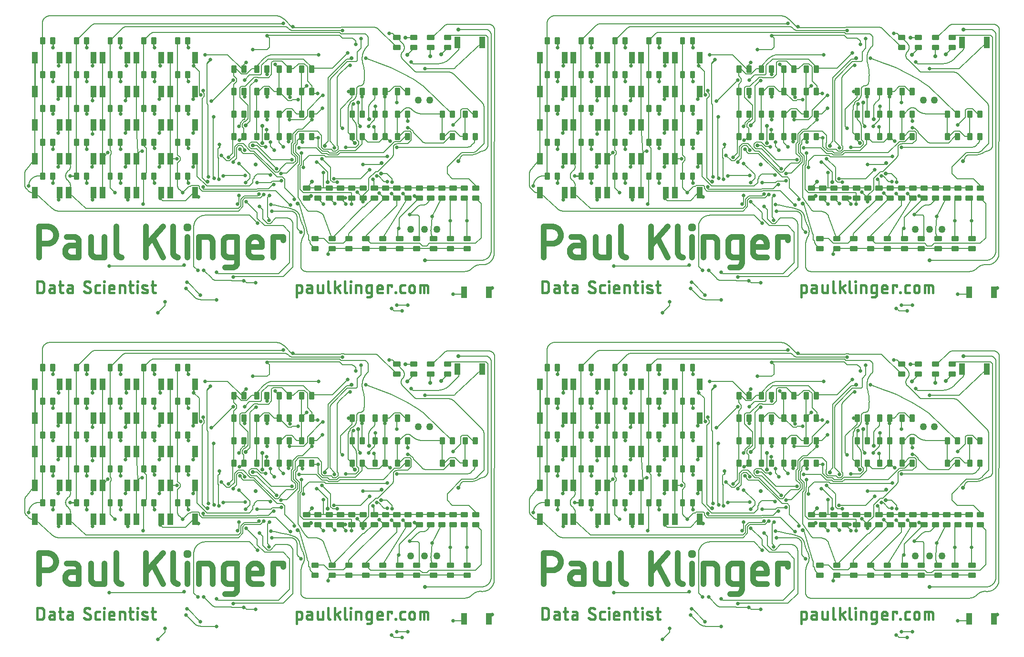
<source format=gtl>
%MOIN*%
%OFA0B0*%
%FSLAX34Y34*%
%IPPOS*%
%LPD*%
%AMOC8*
5,1,8,0,0,$1,22.5*%
%AMOC80*
5,1,8,0,0,$1,22.5*%
%AMOC81*
5,1,8,0,0,$1,22.5*%
%AMOC80*
5,1,8,0,0,$1,22.5*%
%AMOC81*
5,1,8,0,0,$1,22.5*%
%AMOC80*
5,1,8,0,0,$1,22.5*%
%ADD10C,0.041000000000000009*%
%ADD11C,0.018000000000000002*%
%ADD12C,0.00875*%
%ADD13R,0.041338582677165357X0.07874015748031496*%
%ADD14C,0.006000000000000001*%
%ADD15C,0.025779527559055122*%
%ADD16C,0.027748031496062992*%
%ADD17C,0.050196850393700788*%
%ADD18C,0.01*%
%ADD29C,0.041000000000000009*%
%ADD30C,0.018000000000000002*%
%ADD31C,0.00875*%
%ADD32R,0.041338582677165357X0.07874015748031496*%
%ADD33C,0.006000000000000001*%
%ADD34C,0.025779527559055122*%
%ADD35C,0.027748031496062992*%
%ADD36C,0.050196850393700788*%
%ADD37C,0.01*%
%ADD38C,0.041000000000000009*%
%ADD39C,0.018000000000000002*%
%ADD40C,0.00875*%
%ADD41R,0.041338582677165357X0.07874015748031496*%
%ADD42C,0.006000000000000001*%
%ADD43C,0.025779527559055122*%
%ADD44C,0.027748031496062992*%
%ADD45C,0.050196850393700788*%
%ADD46C,0.01*%
%ADD47C,0.041000000000000009*%
%ADD48C,0.018000000000000002*%
%ADD49C,0.00875*%
%ADD50R,0.041338582677165357X0.07874015748031496*%
%ADD51C,0.006000000000000001*%
%ADD52C,0.025779527559055122*%
%ADD53C,0.027748031496062992*%
%ADD54C,0.050196850393700788*%
%ADD55C,0.01*%
G75*
G01*
D10*
X0036661Y0007685D02*
X0036661Y0009834D01*
X0037258Y0009834D01*
X0037273Y0009834D01*
X0037287Y0009833D01*
X0037302Y0009832D01*
X0037316Y0009831D01*
X0037331Y0009829D01*
X0037345Y0009827D01*
X0037359Y0009825D01*
X0037374Y0009823D01*
X0037388Y0009820D01*
X0037402Y0009816D01*
X0037416Y0009813D01*
X0037430Y0009809D01*
X0037444Y0009804D01*
X0037458Y0009800D01*
X0037471Y0009794D01*
X0037485Y0009789D01*
X0037498Y0009783D01*
X0037512Y0009777D01*
X0037525Y0009771D01*
X0037538Y0009764D01*
X0037550Y0009757D01*
X0037563Y0009750D01*
X0037575Y0009743D01*
X0037587Y0009735D01*
X0037600Y0009727D01*
X0037611Y0009718D01*
X0037623Y0009709D01*
X0037634Y0009700D01*
X0037646Y0009691D01*
X0037657Y0009682D01*
X0037667Y0009672D01*
X0037678Y0009662D01*
X0037688Y0009651D01*
X0037698Y0009641D01*
X0037708Y0009630D01*
X0037717Y0009619D01*
X0037726Y0009607D01*
X0037735Y0009596D01*
X0037744Y0009584D01*
X0037752Y0009572D01*
X0037760Y0009560D01*
X0037768Y0009548D01*
X0037775Y0009535D01*
X0037782Y0009523D01*
X0037789Y0009510D01*
X0037796Y0009497D01*
X0037802Y0009484D01*
X0037808Y0009470D01*
X0037813Y0009457D01*
X0037818Y0009443D01*
X0037823Y0009430D01*
X0037828Y0009416D01*
X0037832Y0009402D01*
X0037836Y0009388D01*
X0037839Y0009374D01*
X0037842Y0009360D01*
X0037845Y0009345D01*
X0037848Y0009331D01*
X0037850Y0009317D01*
X0037852Y0009302D01*
X0037853Y0009288D01*
X0037854Y0009273D01*
X0037855Y0009259D01*
X0037855Y0009244D01*
X0037855Y0009230D01*
X0037855Y0009215D01*
X0037854Y0009201D01*
X0037853Y0009186D01*
X0037852Y0009172D01*
X0037850Y0009157D01*
X0037848Y0009143D01*
X0037845Y0009128D01*
X0037842Y0009114D01*
X0037839Y0009100D01*
X0037836Y0009086D01*
X0037832Y0009072D01*
X0037828Y0009058D01*
X0037823Y0009044D01*
X0037818Y0009030D01*
X0037813Y0009017D01*
X0037808Y0009003D01*
X0037802Y0008990D01*
X0037796Y0008977D01*
X0037789Y0008964D01*
X0037782Y0008951D01*
X0037775Y0008938D01*
X0037768Y0008926D01*
X0037760Y0008914D01*
X0037752Y0008901D01*
X0037744Y0008890D01*
X0037735Y0008878D01*
X0037726Y0008866D01*
X0037717Y0008855D01*
X0037708Y0008844D01*
X0037698Y0008833D01*
X0037688Y0008823D01*
X0037678Y0008812D01*
X0037667Y0008802D01*
X0037657Y0008792D01*
X0037646Y0008783D01*
X0037634Y0008773D01*
X0037623Y0008764D01*
X0037611Y0008756D01*
X0037600Y0008747D01*
X0037587Y0008739D01*
X0037575Y0008731D01*
X0037563Y0008724D01*
X0037550Y0008716D01*
X0037538Y0008709D01*
X0037525Y0008703D01*
X0037512Y0008696D01*
X0037498Y0008690D01*
X0037485Y0008685D01*
X0037471Y0008679D01*
X0037458Y0008674D01*
X0037444Y0008670D01*
X0037430Y0008665D01*
X0037416Y0008661D01*
X0037402Y0008658D01*
X0037388Y0008654D01*
X0037374Y0008651D01*
X0037359Y0008649D01*
X0037345Y0008646D01*
X0037331Y0008644D01*
X0037316Y0008643D01*
X0037302Y0008641D01*
X0037287Y0008641D01*
X0037273Y0008640D01*
X0037258Y0008640D01*
X0036661Y0008640D01*
X0038907Y0008521D02*
X0039444Y0008521D01*
X0038907Y0008521D02*
X0038896Y0008520D01*
X0038886Y0008520D01*
X0038876Y0008519D01*
X0038866Y0008519D01*
X0038856Y0008517D01*
X0038846Y0008516D01*
X0038836Y0008515D01*
X0038826Y0008513D01*
X0038816Y0008511D01*
X0038806Y0008508D01*
X0038796Y0008506D01*
X0038786Y0008503D01*
X0038777Y0008500D01*
X0038767Y0008497D01*
X0038757Y0008493D01*
X0038748Y0008489D01*
X0038739Y0008485D01*
X0038729Y0008481D01*
X0038720Y0008477D01*
X0038711Y0008472D01*
X0038702Y0008467D01*
X0038693Y0008462D01*
X0038685Y0008457D01*
X0038676Y0008451D01*
X0038668Y0008445D01*
X0038659Y0008440D01*
X0038651Y0008433D01*
X0038643Y0008427D01*
X0038635Y0008421D01*
X0038628Y0008414D01*
X0038620Y0008407D01*
X0038613Y0008400D01*
X0038606Y0008393D01*
X0038599Y0008385D01*
X0038592Y0008378D01*
X0038585Y0008370D01*
X0038579Y0008362D01*
X0038573Y0008354D01*
X0038567Y0008346D01*
X0038561Y0008337D01*
X0038555Y0008329D01*
X0038550Y0008320D01*
X0038545Y0008312D01*
X0038540Y0008303D01*
X0038535Y0008294D01*
X0038530Y0008285D01*
X0038526Y0008275D01*
X0038522Y0008266D01*
X0038518Y0008257D01*
X0038515Y0008247D01*
X0038511Y0008238D01*
X0038508Y0008228D01*
X0038505Y0008218D01*
X0038502Y0008208D01*
X0038500Y0008198D01*
X0038498Y0008189D01*
X0038496Y0008179D01*
X0038494Y0008169D01*
X0038492Y0008158D01*
X0038491Y0008148D01*
X0038490Y0008138D01*
X0038490Y0008128D01*
X0038489Y0008118D01*
X0038489Y0008108D01*
X0038489Y0008098D01*
X0038489Y0008087D01*
X0038490Y0008077D01*
X0038490Y0008067D01*
X0038491Y0008057D01*
X0038492Y0008047D01*
X0038494Y0008037D01*
X0038496Y0008027D01*
X0038498Y0008017D01*
X0038500Y0008007D01*
X0038502Y0007997D01*
X0038505Y0007987D01*
X0038508Y0007977D01*
X0038511Y0007968D01*
X0038515Y0007958D01*
X0038518Y0007949D01*
X0038522Y0007939D01*
X0038526Y0007930D01*
X0038530Y0007921D01*
X0038535Y0007912D01*
X0038540Y0007903D01*
X0038545Y0007894D01*
X0038550Y0007885D01*
X0038555Y0007876D01*
X0038561Y0007868D01*
X0038567Y0007860D01*
X0038573Y0007851D01*
X0038579Y0007843D01*
X0038585Y0007835D01*
X0038592Y0007828D01*
X0038599Y0007820D01*
X0038606Y0007813D01*
X0038613Y0007805D01*
X0038620Y0007798D01*
X0038628Y0007791D01*
X0038635Y0007785D01*
X0038643Y0007778D01*
X0038651Y0007772D01*
X0038659Y0007766D01*
X0038668Y0007760D01*
X0038676Y0007754D01*
X0038685Y0007749D01*
X0038693Y0007743D01*
X0038702Y0007738D01*
X0038711Y0007733D01*
X0038720Y0007729D01*
X0038729Y0007724D01*
X0038739Y0007720D01*
X0038748Y0007716D01*
X0038757Y0007712D01*
X0038767Y0007709D01*
X0038777Y0007706D01*
X0038786Y0007703D01*
X0038796Y0007700D01*
X0038806Y0007697D01*
X0038816Y0007695D01*
X0038826Y0007693D01*
X0038836Y0007691D01*
X0038846Y0007689D01*
X0038856Y0007688D01*
X0038866Y0007687D01*
X0038876Y0007686D01*
X0038886Y0007685D01*
X0038896Y0007685D01*
X0038907Y0007685D01*
X0039444Y0007685D01*
X0039444Y0008759D01*
X0039444Y0008759D02*
X0039444Y0008768D01*
X0039443Y0008777D01*
X0039443Y0008785D01*
X0039442Y0008794D01*
X0039441Y0008803D01*
X0039440Y0008811D01*
X0039439Y0008820D01*
X0039437Y0008828D01*
X0039435Y0008837D01*
X0039434Y0008845D01*
X0039431Y0008853D01*
X0039429Y0008862D01*
X0039426Y0008870D01*
X0039424Y0008878D01*
X0039421Y0008886D01*
X0039417Y0008894D01*
X0039414Y0008902D01*
X0039411Y0008910D01*
X0039407Y0008918D01*
X0039403Y0008926D01*
X0039399Y0008933D01*
X0039394Y0008941D01*
X0039390Y0008948D01*
X0039385Y0008956D01*
X0039381Y0008963D01*
X0039375Y0008970D01*
X0039370Y0008977D01*
X0039365Y0008984D01*
X0039360Y0008990D01*
X0039354Y0008997D01*
X0039348Y0009003D01*
X0039342Y0009010D01*
X0039336Y0009016D01*
X0039330Y0009022D01*
X0039323Y0009027D01*
X0039317Y0009033D01*
X0039310Y0009039D01*
X0039303Y0009044D01*
X0039296Y0009049D01*
X0039289Y0009054D01*
X0039282Y0009059D01*
X0039275Y0009064D01*
X0039267Y0009068D01*
X0039260Y0009072D01*
X0039252Y0009076D01*
X0039244Y0009080D01*
X0039237Y0009084D01*
X0039229Y0009088D01*
X0039221Y0009091D01*
X0039213Y0009094D01*
X0039205Y0009097D01*
X0039196Y0009100D01*
X0039188Y0009103D01*
X0039180Y0009105D01*
X0039171Y0009107D01*
X0039163Y0009109D01*
X0039155Y0009111D01*
X0039146Y0009112D01*
X0039137Y0009114D01*
X0039129Y0009115D01*
X0039120Y0009116D01*
X0039112Y0009117D01*
X0039103Y0009117D01*
X0039094Y0009117D01*
X0039086Y0009118D01*
X0038608Y0009118D01*
X0040285Y0009118D02*
X0040285Y0008043D01*
X0040285Y0008034D01*
X0040285Y0008026D01*
X0040286Y0008017D01*
X0040287Y0008008D01*
X0040288Y0008000D01*
X0040289Y0007991D01*
X0040290Y0007983D01*
X0040292Y0007974D01*
X0040293Y0007966D01*
X0040295Y0007957D01*
X0040298Y0007949D01*
X0040300Y0007941D01*
X0040302Y0007932D01*
X0040305Y0007924D01*
X0040308Y0007916D01*
X0040311Y0007908D01*
X0040315Y0007900D01*
X0040318Y0007892D01*
X0040322Y0007884D01*
X0040326Y0007877D01*
X0040330Y0007869D01*
X0040334Y0007861D01*
X0040339Y0007854D01*
X0040344Y0007847D01*
X0040348Y0007840D01*
X0040353Y0007832D01*
X0040359Y0007826D01*
X0040364Y0007819D01*
X0040369Y0007812D01*
X0040375Y0007805D01*
X0040381Y0007799D01*
X0040387Y0007793D01*
X0040393Y0007787D01*
X0040399Y0007781D01*
X0040406Y0007775D01*
X0040412Y0007769D01*
X0040419Y0007764D01*
X0040426Y0007758D01*
X0040433Y0007753D01*
X0040440Y0007748D01*
X0040447Y0007743D01*
X0040454Y0007739D01*
X0040462Y0007734D01*
X0040469Y0007730D01*
X0040477Y0007726D01*
X0040484Y0007722D01*
X0040492Y0007718D01*
X0040500Y0007715D01*
X0040508Y0007711D01*
X0040516Y0007708D01*
X0040524Y0007705D01*
X0040532Y0007702D01*
X0040541Y0007700D01*
X0040549Y0007697D01*
X0040557Y0007695D01*
X0040566Y0007693D01*
X0040574Y0007691D01*
X0040583Y0007690D01*
X0040591Y0007689D01*
X0040600Y0007687D01*
X0040609Y0007686D01*
X0040617Y0007686D01*
X0040626Y0007685D01*
X0040635Y0007685D01*
X0040643Y0007685D01*
X0041240Y0007685D01*
X0041240Y0009118D01*
X0042059Y0009834D02*
X0042059Y0008043D01*
X0042059Y0008034D01*
X0042060Y0008026D01*
X0042060Y0008017D01*
X0042061Y0008008D01*
X0042062Y0008000D01*
X0042063Y0007991D01*
X0042064Y0007983D01*
X0042066Y0007974D01*
X0042068Y0007966D01*
X0042070Y0007957D01*
X0042072Y0007949D01*
X0042074Y0007941D01*
X0042077Y0007932D01*
X0042080Y0007924D01*
X0042082Y0007916D01*
X0042086Y0007908D01*
X0042089Y0007900D01*
X0042093Y0007892D01*
X0042096Y0007884D01*
X0042100Y0007877D01*
X0042104Y0007869D01*
X0042109Y0007861D01*
X0042113Y0007854D01*
X0042118Y0007847D01*
X0042123Y0007840D01*
X0042128Y0007832D01*
X0042133Y0007826D01*
X0042138Y0007819D01*
X0042144Y0007812D01*
X0042149Y0007805D01*
X0042155Y0007799D01*
X0042161Y0007793D01*
X0042167Y0007787D01*
X0042173Y0007781D01*
X0042180Y0007775D01*
X0042186Y0007769D01*
X0042193Y0007764D01*
X0042200Y0007758D01*
X0042207Y0007753D01*
X0042214Y0007748D01*
X0042221Y0007743D01*
X0042228Y0007739D01*
X0042236Y0007734D01*
X0042243Y0007730D01*
X0042251Y0007726D01*
X0042259Y0007722D01*
X0042266Y0007718D01*
X0042274Y0007715D01*
X0042282Y0007711D01*
X0042290Y0007708D01*
X0042298Y0007705D01*
X0042307Y0007702D01*
X0042315Y0007700D01*
X0042323Y0007697D01*
X0042332Y0007695D01*
X0042340Y0007693D01*
X0042349Y0007691D01*
X0042357Y0007690D01*
X0042366Y0007689D01*
X0042374Y0007687D01*
X0042383Y0007686D01*
X0042391Y0007686D01*
X0042400Y0007685D01*
X0042409Y0007685D01*
X0042417Y0007685D01*
X0044146Y0007685D02*
X0044146Y0009834D01*
X0045340Y0009834D02*
X0044146Y0008521D01*
X0044624Y0008998D02*
X0045340Y0007685D01*
X0046026Y0008043D02*
X0046026Y0009834D01*
X0046026Y0008043D02*
X0046026Y0008034D01*
X0046026Y0008026D01*
X0046027Y0008017D01*
X0046027Y0008008D01*
X0046028Y0008000D01*
X0046029Y0007991D01*
X0046031Y0007983D01*
X0046032Y0007974D01*
X0046034Y0007966D01*
X0046036Y0007957D01*
X0046038Y0007949D01*
X0046041Y0007941D01*
X0046043Y0007932D01*
X0046046Y0007924D01*
X0046049Y0007916D01*
X0046052Y0007908D01*
X0046056Y0007900D01*
X0046059Y0007892D01*
X0046063Y0007884D01*
X0046067Y0007877D01*
X0046071Y0007869D01*
X0046075Y0007861D01*
X0046080Y0007854D01*
X0046084Y0007847D01*
X0046089Y0007840D01*
X0046094Y0007832D01*
X0046099Y0007826D01*
X0046105Y0007819D01*
X0046110Y0007812D01*
X0046116Y0007805D01*
X0046122Y0007799D01*
X0046128Y0007793D01*
X0046134Y0007787D01*
X0046140Y0007781D01*
X0046146Y0007775D01*
X0046153Y0007769D01*
X0046160Y0007764D01*
X0046166Y0007758D01*
X0046173Y0007753D01*
X0046180Y0007748D01*
X0046188Y0007743D01*
X0046195Y0007739D01*
X0046202Y0007734D01*
X0046210Y0007730D01*
X0046217Y0007726D01*
X0046225Y0007722D01*
X0046233Y0007718D01*
X0046241Y0007715D01*
X0046249Y0007711D01*
X0046257Y0007708D01*
X0046265Y0007705D01*
X0046273Y0007702D01*
X0046281Y0007700D01*
X0046290Y0007697D01*
X0046298Y0007695D01*
X0046307Y0007693D01*
X0046315Y0007691D01*
X0046324Y0007690D01*
X0046332Y0007689D01*
X0046341Y0007687D01*
X0046349Y0007686D01*
X0046358Y0007686D01*
X0046367Y0007685D01*
X0046375Y0007685D01*
X0046384Y0007685D01*
X0047032Y0007685D02*
X0047032Y0009118D01*
X0046973Y0009714D02*
X0046973Y0009834D01*
X0047092Y0009834D01*
X0047092Y0009714D01*
X0046973Y0009714D01*
X0047834Y0009118D02*
X0047834Y0007685D01*
X0047834Y0009118D02*
X0048431Y0009118D01*
X0048440Y0009117D01*
X0048449Y0009117D01*
X0048457Y0009117D01*
X0048466Y0009116D01*
X0048475Y0009115D01*
X0048484Y0009114D01*
X0048492Y0009112D01*
X0048501Y0009111D01*
X0048510Y0009109D01*
X0048518Y0009107D01*
X0048527Y0009105D01*
X0048535Y0009102D01*
X0048544Y0009099D01*
X0048552Y0009097D01*
X0048560Y0009094D01*
X0048568Y0009090D01*
X0048576Y0009087D01*
X0048584Y0009083D01*
X0048592Y0009079D01*
X0048600Y0009075D01*
X0048608Y0009071D01*
X0048615Y0009067D01*
X0048623Y0009062D01*
X0048630Y0009057D01*
X0048637Y0009052D01*
X0048645Y0009047D01*
X0048652Y0009042D01*
X0048658Y0009036D01*
X0048665Y0009031D01*
X0048672Y0009025D01*
X0048678Y0009019D01*
X0048684Y0009013D01*
X0048691Y0009006D01*
X0048697Y0009000D01*
X0048702Y0008993D01*
X0048708Y0008987D01*
X0048714Y0008980D01*
X0048719Y0008973D01*
X0048724Y0008966D01*
X0048729Y0008958D01*
X0048734Y0008951D01*
X0048738Y0008943D01*
X0048743Y0008936D01*
X0048747Y0008928D01*
X0048751Y0008920D01*
X0048755Y0008912D01*
X0048759Y0008905D01*
X0048762Y0008896D01*
X0048765Y0008888D01*
X0048768Y0008880D01*
X0048771Y0008872D01*
X0048774Y0008863D01*
X0048776Y0008855D01*
X0048779Y0008846D01*
X0048781Y0008838D01*
X0048782Y0008829D01*
X0048784Y0008821D01*
X0048785Y0008812D01*
X0048787Y0008803D01*
X0048788Y0008794D01*
X0048788Y0008786D01*
X0048789Y0008777D01*
X0048789Y0008768D01*
X0048789Y0008759D01*
X0048789Y0008759D02*
X0048789Y0007685D01*
X0049915Y0007685D02*
X0050512Y0007685D01*
X0049915Y0007685D02*
X0049906Y0007685D01*
X0049897Y0007685D01*
X0049889Y0007686D01*
X0049880Y0007686D01*
X0049872Y0007687D01*
X0049863Y0007689D01*
X0049855Y0007690D01*
X0049846Y0007691D01*
X0049838Y0007693D01*
X0049829Y0007695D01*
X0049821Y0007697D01*
X0049812Y0007700D01*
X0049804Y0007702D01*
X0049796Y0007705D01*
X0049788Y0007708D01*
X0049780Y0007711D01*
X0049772Y0007715D01*
X0049764Y0007718D01*
X0049756Y0007722D01*
X0049748Y0007726D01*
X0049741Y0007730D01*
X0049733Y0007734D01*
X0049726Y0007739D01*
X0049719Y0007743D01*
X0049711Y0007748D01*
X0049704Y0007753D01*
X0049697Y0007758D01*
X0049691Y0007764D01*
X0049684Y0007769D01*
X0049677Y0007775D01*
X0049671Y0007781D01*
X0049665Y0007787D01*
X0049658Y0007793D01*
X0049653Y0007799D01*
X0049647Y0007805D01*
X0049641Y0007812D01*
X0049636Y0007819D01*
X0049630Y0007826D01*
X0049625Y0007832D01*
X0049620Y0007840D01*
X0049615Y0007847D01*
X0049611Y0007854D01*
X0049606Y0007861D01*
X0049602Y0007869D01*
X0049598Y0007877D01*
X0049594Y0007884D01*
X0049590Y0007892D01*
X0049586Y0007900D01*
X0049583Y0007908D01*
X0049580Y0007916D01*
X0049577Y0007924D01*
X0049574Y0007932D01*
X0049572Y0007941D01*
X0049569Y0007949D01*
X0049567Y0007957D01*
X0049565Y0007966D01*
X0049563Y0007974D01*
X0049562Y0007983D01*
X0049560Y0007991D01*
X0049559Y0008000D01*
X0049558Y0008008D01*
X0049558Y0008017D01*
X0049557Y0008026D01*
X0049557Y0008034D01*
X0049557Y0008043D01*
X0049557Y0008043D02*
X0049557Y0008759D01*
X0049557Y0008759D02*
X0049557Y0008768D01*
X0049557Y0008777D01*
X0049558Y0008785D01*
X0049558Y0008794D01*
X0049559Y0008803D01*
X0049560Y0008811D01*
X0049562Y0008820D01*
X0049563Y0008828D01*
X0049565Y0008837D01*
X0049567Y0008845D01*
X0049569Y0008853D01*
X0049572Y0008862D01*
X0049574Y0008870D01*
X0049577Y0008878D01*
X0049580Y0008886D01*
X0049583Y0008894D01*
X0049586Y0008902D01*
X0049590Y0008910D01*
X0049594Y0008918D01*
X0049598Y0008926D01*
X0049602Y0008933D01*
X0049606Y0008941D01*
X0049611Y0008948D01*
X0049615Y0008956D01*
X0049620Y0008963D01*
X0049625Y0008970D01*
X0049630Y0008977D01*
X0049636Y0008984D01*
X0049641Y0008990D01*
X0049647Y0008997D01*
X0049653Y0009003D01*
X0049658Y0009010D01*
X0049665Y0009016D01*
X0049671Y0009022D01*
X0049677Y0009027D01*
X0049684Y0009033D01*
X0049691Y0009039D01*
X0049697Y0009044D01*
X0049704Y0009049D01*
X0049711Y0009054D01*
X0049719Y0009059D01*
X0049726Y0009064D01*
X0049733Y0009068D01*
X0049741Y0009072D01*
X0049748Y0009076D01*
X0049756Y0009080D01*
X0049764Y0009084D01*
X0049772Y0009088D01*
X0049780Y0009091D01*
X0049788Y0009094D01*
X0049796Y0009097D01*
X0049804Y0009100D01*
X0049812Y0009103D01*
X0049821Y0009105D01*
X0049829Y0009107D01*
X0049838Y0009109D01*
X0049846Y0009111D01*
X0049855Y0009112D01*
X0049863Y0009114D01*
X0049872Y0009115D01*
X0049880Y0009116D01*
X0049889Y0009117D01*
X0049897Y0009117D01*
X0049906Y0009117D01*
X0049915Y0009118D01*
X0050512Y0009118D01*
X0050512Y0007327D01*
X0050512Y0007318D01*
X0050511Y0007309D01*
X0050511Y0007301D01*
X0050510Y0007292D01*
X0050509Y0007283D01*
X0050508Y0007275D01*
X0050507Y0007266D01*
X0050505Y0007258D01*
X0050503Y0007249D01*
X0050501Y0007241D01*
X0050499Y0007233D01*
X0050497Y0007224D01*
X0050494Y0007216D01*
X0050491Y0007208D01*
X0050489Y0007200D01*
X0050485Y0007192D01*
X0050482Y0007184D01*
X0050478Y0007176D01*
X0050475Y0007168D01*
X0050471Y0007160D01*
X0050467Y0007153D01*
X0050462Y0007145D01*
X0050458Y0007138D01*
X0050453Y0007130D01*
X0050448Y0007123D01*
X0050443Y0007116D01*
X0050438Y0007109D01*
X0050433Y0007102D01*
X0050427Y0007096D01*
X0050422Y0007089D01*
X0050416Y0007083D01*
X0050410Y0007076D01*
X0050404Y0007070D01*
X0050398Y0007064D01*
X0050391Y0007059D01*
X0050385Y0007053D01*
X0050378Y0007047D01*
X0050371Y0007042D01*
X0050364Y0007037D01*
X0050357Y0007032D01*
X0050350Y0007027D01*
X0050343Y0007022D01*
X0050335Y0007018D01*
X0050328Y0007014D01*
X0050320Y0007009D01*
X0050312Y0007005D01*
X0050305Y0007002D01*
X0050297Y0006998D01*
X0050289Y0006995D01*
X0050281Y0006992D01*
X0050272Y0006989D01*
X0050264Y0006986D01*
X0050256Y0006983D01*
X0050248Y0006981D01*
X0050239Y0006979D01*
X0050231Y0006977D01*
X0050222Y0006975D01*
X0050214Y0006974D01*
X0050205Y0006972D01*
X0050197Y0006971D01*
X0050188Y0006970D01*
X0050180Y0006969D01*
X0050171Y0006969D01*
X0050162Y0006969D01*
X0050154Y0006968D01*
X0050154Y0006968D02*
X0049676Y0006968D01*
X0051647Y0007685D02*
X0052244Y0007685D01*
X0051647Y0007685D02*
X0051638Y0007685D01*
X0051630Y0007685D01*
X0051621Y0007686D01*
X0051613Y0007686D01*
X0051604Y0007687D01*
X0051595Y0007689D01*
X0051587Y0007690D01*
X0051578Y0007691D01*
X0051570Y0007693D01*
X0051561Y0007695D01*
X0051553Y0007697D01*
X0051545Y0007700D01*
X0051536Y0007702D01*
X0051528Y0007705D01*
X0051520Y0007708D01*
X0051512Y0007711D01*
X0051504Y0007715D01*
X0051496Y0007718D01*
X0051488Y0007722D01*
X0051481Y0007726D01*
X0051473Y0007730D01*
X0051466Y0007734D01*
X0051458Y0007739D01*
X0051451Y0007743D01*
X0051444Y0007748D01*
X0051437Y0007753D01*
X0051430Y0007758D01*
X0051423Y0007764D01*
X0051416Y0007769D01*
X0051410Y0007775D01*
X0051403Y0007781D01*
X0051397Y0007787D01*
X0051391Y0007793D01*
X0051385Y0007799D01*
X0051379Y0007805D01*
X0051373Y0007812D01*
X0051368Y0007819D01*
X0051362Y0007826D01*
X0051357Y0007832D01*
X0051352Y0007840D01*
X0051347Y0007847D01*
X0051343Y0007854D01*
X0051338Y0007861D01*
X0051334Y0007869D01*
X0051330Y0007877D01*
X0051326Y0007884D01*
X0051322Y0007892D01*
X0051319Y0007900D01*
X0051315Y0007908D01*
X0051312Y0007916D01*
X0051309Y0007924D01*
X0051306Y0007932D01*
X0051304Y0007941D01*
X0051302Y0007949D01*
X0051299Y0007957D01*
X0051297Y0007966D01*
X0051296Y0007974D01*
X0051294Y0007983D01*
X0051293Y0007991D01*
X0051292Y0008000D01*
X0051291Y0008008D01*
X0051290Y0008017D01*
X0051289Y0008026D01*
X0051289Y0008034D01*
X0051289Y0008043D01*
X0051289Y0008640D01*
X0051289Y0008652D01*
X0051289Y0008663D01*
X0051290Y0008675D01*
X0051291Y0008686D01*
X0051292Y0008698D01*
X0051294Y0008709D01*
X0051296Y0008721D01*
X0051298Y0008732D01*
X0051300Y0008744D01*
X0051303Y0008755D01*
X0051306Y0008766D01*
X0051309Y0008778D01*
X0051313Y0008789D01*
X0051316Y0008800D01*
X0051320Y0008811D01*
X0051325Y0008821D01*
X0051329Y0008832D01*
X0051334Y0008843D01*
X0051339Y0008853D01*
X0051344Y0008863D01*
X0051350Y0008874D01*
X0051356Y0008884D01*
X0051362Y0008894D01*
X0051368Y0008903D01*
X0051375Y0008913D01*
X0051381Y0008923D01*
X0051388Y0008932D01*
X0051396Y0008941D01*
X0051403Y0008950D01*
X0051411Y0008959D01*
X0051419Y0008967D01*
X0051427Y0008976D01*
X0051435Y0008984D01*
X0051443Y0008992D01*
X0051452Y0008999D01*
X0051461Y0009007D01*
X0051470Y0009014D01*
X0051479Y0009021D01*
X0051489Y0009028D01*
X0051498Y0009035D01*
X0051508Y0009041D01*
X0051518Y0009048D01*
X0051528Y0009054D01*
X0051538Y0009059D01*
X0051548Y0009065D01*
X0051559Y0009070D01*
X0051569Y0009075D01*
X0051580Y0009079D01*
X0051590Y0009084D01*
X0051601Y0009088D01*
X0051612Y0009092D01*
X0051623Y0009096D01*
X0051634Y0009099D01*
X0051646Y0009102D01*
X0051657Y0009105D01*
X0051668Y0009107D01*
X0051680Y0009110D01*
X0051691Y0009112D01*
X0051703Y0009113D01*
X0051714Y0009115D01*
X0051726Y0009116D01*
X0051737Y0009117D01*
X0051749Y0009117D01*
X0051761Y0009117D01*
X0051772Y0009117D01*
X0051784Y0009117D01*
X0051796Y0009117D01*
X0051807Y0009116D01*
X0051819Y0009115D01*
X0051830Y0009113D01*
X0051842Y0009112D01*
X0051853Y0009110D01*
X0051865Y0009107D01*
X0051876Y0009105D01*
X0051887Y0009102D01*
X0051898Y0009099D01*
X0051910Y0009096D01*
X0051921Y0009092D01*
X0051932Y0009088D01*
X0051942Y0009084D01*
X0051953Y0009079D01*
X0051964Y0009075D01*
X0051974Y0009070D01*
X0051985Y0009065D01*
X0051995Y0009059D01*
X0052005Y0009054D01*
X0052015Y0009048D01*
X0052025Y0009041D01*
X0052035Y0009035D01*
X0052044Y0009028D01*
X0052054Y0009021D01*
X0052063Y0009014D01*
X0052072Y0009007D01*
X0052081Y0008999D01*
X0052089Y0008992D01*
X0052098Y0008984D01*
X0052106Y0008976D01*
X0052114Y0008967D01*
X0052122Y0008959D01*
X0052130Y0008950D01*
X0052137Y0008941D01*
X0052144Y0008932D01*
X0052151Y0008923D01*
X0052158Y0008913D01*
X0052165Y0008903D01*
X0052171Y0008894D01*
X0052177Y0008884D01*
X0052183Y0008874D01*
X0052188Y0008863D01*
X0052194Y0008853D01*
X0052199Y0008843D01*
X0052204Y0008832D01*
X0052208Y0008821D01*
X0052213Y0008811D01*
X0052217Y0008800D01*
X0052220Y0008789D01*
X0052224Y0008778D01*
X0052227Y0008766D01*
X0052230Y0008755D01*
X0052233Y0008744D01*
X0052235Y0008732D01*
X0052237Y0008721D01*
X0052239Y0008709D01*
X0052240Y0008698D01*
X0052242Y0008686D01*
X0052243Y0008675D01*
X0052243Y0008663D01*
X0052244Y0008652D01*
X0052244Y0008640D01*
X0052244Y0008401D01*
X0051289Y0008401D01*
X0053023Y0007685D02*
X0053023Y0009118D01*
X0053739Y0009118D01*
X0053739Y0008879D01*
D11*
X0036546Y0006017D02*
X0036546Y0005197D01*
X0036546Y0006017D02*
X0036774Y0006017D01*
X0036774Y0006017D02*
X0036780Y0006017D01*
X0036786Y0006017D01*
X0036792Y0006016D01*
X0036798Y0006016D01*
X0036804Y0006015D01*
X0036810Y0006014D01*
X0036815Y0006013D01*
X0036821Y0006012D01*
X0036827Y0006011D01*
X0036833Y0006009D01*
X0036839Y0006007D01*
X0036844Y0006006D01*
X0036850Y0006004D01*
X0036856Y0006002D01*
X0036861Y0006000D01*
X0036867Y0005997D01*
X0036872Y0005995D01*
X0036877Y0005992D01*
X0036883Y0005989D01*
X0036888Y0005986D01*
X0036893Y0005983D01*
X0036898Y0005980D01*
X0036903Y0005977D01*
X0036908Y0005973D01*
X0036913Y0005970D01*
X0036917Y0005966D01*
X0036922Y0005962D01*
X0036926Y0005958D01*
X0036931Y0005954D01*
X0036935Y0005950D01*
X0036939Y0005946D01*
X0036943Y0005941D01*
X0036947Y0005937D01*
X0036951Y0005932D01*
X0036955Y0005928D01*
X0036958Y0005923D01*
X0036962Y0005918D01*
X0036965Y0005913D01*
X0036968Y0005908D01*
X0036971Y0005903D01*
X0036974Y0005898D01*
X0036977Y0005892D01*
X0036980Y0005887D01*
X0036982Y0005882D01*
X0036984Y0005876D01*
X0036987Y0005871D01*
X0036989Y0005865D01*
X0036991Y0005859D01*
X0036992Y0005854D01*
X0036994Y0005848D01*
X0036995Y0005842D01*
X0036997Y0005836D01*
X0036998Y0005831D01*
X0036999Y0005825D01*
X0037000Y0005819D01*
X0037000Y0005813D01*
X0037001Y0005807D01*
X0037001Y0005801D01*
X0037002Y0005795D01*
X0037002Y0005789D01*
X0037002Y0005789D02*
X0037002Y0005425D01*
X0037002Y0005425D02*
X0037002Y0005419D01*
X0037001Y0005413D01*
X0037001Y0005407D01*
X0037000Y0005401D01*
X0037000Y0005395D01*
X0036999Y0005389D01*
X0036998Y0005383D01*
X0036997Y0005377D01*
X0036995Y0005371D01*
X0036994Y0005366D01*
X0036992Y0005360D01*
X0036991Y0005354D01*
X0036989Y0005349D01*
X0036987Y0005343D01*
X0036984Y0005337D01*
X0036982Y0005332D01*
X0036980Y0005327D01*
X0036977Y0005321D01*
X0036974Y0005316D01*
X0036971Y0005311D01*
X0036968Y0005306D01*
X0036965Y0005301D01*
X0036962Y0005296D01*
X0036958Y0005291D01*
X0036955Y0005286D01*
X0036951Y0005281D01*
X0036947Y0005277D01*
X0036943Y0005272D01*
X0036939Y0005268D01*
X0036935Y0005264D01*
X0036931Y0005259D01*
X0036926Y0005255D01*
X0036922Y0005251D01*
X0036917Y0005248D01*
X0036913Y0005244D01*
X0036908Y0005240D01*
X0036903Y0005237D01*
X0036898Y0005234D01*
X0036893Y0005230D01*
X0036888Y0005227D01*
X0036883Y0005224D01*
X0036877Y0005222D01*
X0036872Y0005219D01*
X0036867Y0005216D01*
X0036861Y0005214D01*
X0036856Y0005212D01*
X0036850Y0005210D01*
X0036844Y0005208D01*
X0036839Y0005206D01*
X0036833Y0005205D01*
X0036827Y0005203D01*
X0036821Y0005202D01*
X0036815Y0005201D01*
X0036810Y0005200D01*
X0036804Y0005199D01*
X0036798Y0005198D01*
X0036792Y0005197D01*
X0036786Y0005197D01*
X0036780Y0005197D01*
X0036774Y0005197D01*
X0036546Y0005197D01*
X0037541Y0005516D02*
X0037746Y0005516D01*
X0037541Y0005516D02*
X0037536Y0005516D01*
X0037531Y0005515D01*
X0037526Y0005515D01*
X0037521Y0005514D01*
X0037516Y0005514D01*
X0037511Y0005513D01*
X0037506Y0005512D01*
X0037501Y0005511D01*
X0037497Y0005509D01*
X0037492Y0005508D01*
X0037487Y0005506D01*
X0037483Y0005505D01*
X0037478Y0005503D01*
X0037473Y0005501D01*
X0037469Y0005499D01*
X0037465Y0005496D01*
X0037460Y0005494D01*
X0037456Y0005491D01*
X0037452Y0005489D01*
X0037448Y0005486D01*
X0037444Y0005483D01*
X0037440Y0005480D01*
X0037436Y0005477D01*
X0037432Y0005473D01*
X0037429Y0005470D01*
X0037425Y0005466D01*
X0037422Y0005463D01*
X0037419Y0005459D01*
X0037416Y0005455D01*
X0037413Y0005451D01*
X0037410Y0005447D01*
X0037407Y0005443D01*
X0037404Y0005439D01*
X0037402Y0005435D01*
X0037399Y0005430D01*
X0037397Y0005426D01*
X0037395Y0005421D01*
X0037393Y0005417D01*
X0037391Y0005412D01*
X0037390Y0005407D01*
X0037388Y0005403D01*
X0037387Y0005398D01*
X0037386Y0005393D01*
X0037385Y0005388D01*
X0037384Y0005383D01*
X0037383Y0005378D01*
X0037382Y0005374D01*
X0037382Y0005369D01*
X0037381Y0005364D01*
X0037381Y0005359D01*
X0037381Y0005354D01*
X0037381Y0005349D01*
X0037382Y0005344D01*
X0037382Y0005339D01*
X0037383Y0005334D01*
X0037384Y0005329D01*
X0037385Y0005324D01*
X0037386Y0005319D01*
X0037387Y0005315D01*
X0037388Y0005310D01*
X0037390Y0005305D01*
X0037391Y0005300D01*
X0037393Y0005296D01*
X0037395Y0005291D01*
X0037397Y0005287D01*
X0037399Y0005282D01*
X0037402Y0005278D01*
X0037404Y0005274D01*
X0037407Y0005269D01*
X0037410Y0005265D01*
X0037413Y0005261D01*
X0037416Y0005257D01*
X0037419Y0005254D01*
X0037422Y0005250D01*
X0037425Y0005246D01*
X0037429Y0005243D01*
X0037432Y0005239D01*
X0037436Y0005236D01*
X0037440Y0005233D01*
X0037444Y0005230D01*
X0037448Y0005227D01*
X0037452Y0005224D01*
X0037456Y0005221D01*
X0037460Y0005219D01*
X0037465Y0005216D01*
X0037469Y0005214D01*
X0037473Y0005212D01*
X0037478Y0005210D01*
X0037483Y0005208D01*
X0037487Y0005206D01*
X0037492Y0005204D01*
X0037497Y0005203D01*
X0037501Y0005202D01*
X0037506Y0005201D01*
X0037511Y0005200D01*
X0037516Y0005199D01*
X0037521Y0005198D01*
X0037526Y0005197D01*
X0037531Y0005197D01*
X0037536Y0005197D01*
X0037541Y0005197D01*
X0037746Y0005197D01*
X0037746Y0005607D01*
X0037746Y0005611D01*
X0037745Y0005616D01*
X0037745Y0005620D01*
X0037745Y0005625D01*
X0037744Y0005630D01*
X0037743Y0005634D01*
X0037742Y0005638D01*
X0037741Y0005643D01*
X0037740Y0005647D01*
X0037738Y0005652D01*
X0037737Y0005656D01*
X0037735Y0005660D01*
X0037733Y0005664D01*
X0037731Y0005668D01*
X0037729Y0005672D01*
X0037727Y0005676D01*
X0037724Y0005680D01*
X0037722Y0005684D01*
X0037719Y0005688D01*
X0037716Y0005691D01*
X0037713Y0005695D01*
X0037710Y0005698D01*
X0037707Y0005702D01*
X0037704Y0005705D01*
X0037701Y0005708D01*
X0037697Y0005711D01*
X0037694Y0005714D01*
X0037690Y0005717D01*
X0037686Y0005719D01*
X0037683Y0005722D01*
X0037679Y0005724D01*
X0037675Y0005727D01*
X0037671Y0005729D01*
X0037667Y0005731D01*
X0037662Y0005733D01*
X0037658Y0005734D01*
X0037654Y0005736D01*
X0037650Y0005737D01*
X0037645Y0005739D01*
X0037641Y0005740D01*
X0037636Y0005741D01*
X0037632Y0005742D01*
X0037627Y0005742D01*
X0037623Y0005743D01*
X0037618Y0005743D01*
X0037614Y0005743D01*
X0037609Y0005743D01*
X0037609Y0005743D02*
X0037427Y0005743D01*
X0038054Y0005743D02*
X0038327Y0005743D01*
X0038145Y0006017D02*
X0038145Y0005333D01*
X0038145Y0005329D01*
X0038145Y0005324D01*
X0038146Y0005320D01*
X0038146Y0005315D01*
X0038147Y0005311D01*
X0038148Y0005306D01*
X0038149Y0005302D01*
X0038150Y0005297D01*
X0038151Y0005293D01*
X0038152Y0005289D01*
X0038154Y0005284D01*
X0038156Y0005280D01*
X0038158Y0005276D01*
X0038160Y0005272D01*
X0038162Y0005268D01*
X0038164Y0005264D01*
X0038166Y0005260D01*
X0038169Y0005256D01*
X0038172Y0005252D01*
X0038174Y0005249D01*
X0038177Y0005245D01*
X0038180Y0005242D01*
X0038183Y0005238D01*
X0038187Y0005235D01*
X0038190Y0005232D01*
X0038193Y0005229D01*
X0038197Y0005226D01*
X0038200Y0005223D01*
X0038204Y0005221D01*
X0038208Y0005218D01*
X0038212Y0005216D01*
X0038216Y0005214D01*
X0038220Y0005212D01*
X0038224Y0005210D01*
X0038228Y0005208D01*
X0038232Y0005206D01*
X0038237Y0005204D01*
X0038241Y0005203D01*
X0038245Y0005202D01*
X0038250Y0005201D01*
X0038254Y0005200D01*
X0038259Y0005199D01*
X0038263Y0005198D01*
X0038268Y0005197D01*
X0038272Y0005197D01*
X0038277Y0005197D01*
X0038282Y0005197D01*
X0038282Y0005197D02*
X0038327Y0005197D01*
X0038801Y0005516D02*
X0039006Y0005516D01*
X0038801Y0005516D02*
X0038796Y0005516D01*
X0038791Y0005515D01*
X0038786Y0005515D01*
X0038781Y0005514D01*
X0038776Y0005514D01*
X0038772Y0005513D01*
X0038767Y0005512D01*
X0038762Y0005511D01*
X0038757Y0005509D01*
X0038752Y0005508D01*
X0038748Y0005506D01*
X0038743Y0005505D01*
X0038738Y0005503D01*
X0038734Y0005501D01*
X0038729Y0005499D01*
X0038725Y0005496D01*
X0038721Y0005494D01*
X0038716Y0005491D01*
X0038712Y0005489D01*
X0038708Y0005486D01*
X0038704Y0005483D01*
X0038700Y0005480D01*
X0038697Y0005477D01*
X0038693Y0005473D01*
X0038689Y0005470D01*
X0038686Y0005466D01*
X0038682Y0005463D01*
X0038679Y0005459D01*
X0038676Y0005455D01*
X0038673Y0005451D01*
X0038670Y0005447D01*
X0038667Y0005443D01*
X0038665Y0005439D01*
X0038662Y0005435D01*
X0038660Y0005430D01*
X0038658Y0005426D01*
X0038656Y0005421D01*
X0038654Y0005417D01*
X0038652Y0005412D01*
X0038650Y0005407D01*
X0038649Y0005403D01*
X0038647Y0005398D01*
X0038646Y0005393D01*
X0038645Y0005388D01*
X0038644Y0005383D01*
X0038643Y0005378D01*
X0038643Y0005374D01*
X0038642Y0005369D01*
X0038642Y0005364D01*
X0038642Y0005359D01*
X0038642Y0005354D01*
X0038642Y0005349D01*
X0038642Y0005344D01*
X0038643Y0005339D01*
X0038643Y0005334D01*
X0038644Y0005329D01*
X0038645Y0005324D01*
X0038646Y0005319D01*
X0038647Y0005315D01*
X0038649Y0005310D01*
X0038650Y0005305D01*
X0038652Y0005300D01*
X0038654Y0005296D01*
X0038656Y0005291D01*
X0038658Y0005287D01*
X0038660Y0005282D01*
X0038662Y0005278D01*
X0038665Y0005274D01*
X0038667Y0005269D01*
X0038670Y0005265D01*
X0038673Y0005261D01*
X0038676Y0005257D01*
X0038679Y0005254D01*
X0038682Y0005250D01*
X0038686Y0005246D01*
X0038689Y0005243D01*
X0038693Y0005239D01*
X0038697Y0005236D01*
X0038700Y0005233D01*
X0038704Y0005230D01*
X0038708Y0005227D01*
X0038712Y0005224D01*
X0038716Y0005221D01*
X0038721Y0005219D01*
X0038725Y0005216D01*
X0038729Y0005214D01*
X0038734Y0005212D01*
X0038738Y0005210D01*
X0038743Y0005208D01*
X0038748Y0005206D01*
X0038752Y0005204D01*
X0038757Y0005203D01*
X0038762Y0005202D01*
X0038767Y0005201D01*
X0038772Y0005200D01*
X0038776Y0005199D01*
X0038781Y0005198D01*
X0038786Y0005197D01*
X0038791Y0005197D01*
X0038796Y0005197D01*
X0038801Y0005197D01*
X0039006Y0005197D01*
X0039006Y0005607D01*
X0039006Y0005611D01*
X0039006Y0005616D01*
X0039005Y0005620D01*
X0039005Y0005625D01*
X0039004Y0005630D01*
X0039003Y0005634D01*
X0039002Y0005638D01*
X0039001Y0005643D01*
X0039000Y0005647D01*
X0038999Y0005652D01*
X0038997Y0005656D01*
X0038995Y0005660D01*
X0038993Y0005664D01*
X0038991Y0005668D01*
X0038989Y0005672D01*
X0038987Y0005676D01*
X0038985Y0005680D01*
X0038982Y0005684D01*
X0038979Y0005688D01*
X0038977Y0005691D01*
X0038974Y0005695D01*
X0038971Y0005698D01*
X0038968Y0005702D01*
X0038964Y0005705D01*
X0038961Y0005708D01*
X0038958Y0005711D01*
X0038954Y0005714D01*
X0038951Y0005717D01*
X0038947Y0005719D01*
X0038943Y0005722D01*
X0038939Y0005724D01*
X0038935Y0005727D01*
X0038931Y0005729D01*
X0038927Y0005731D01*
X0038923Y0005733D01*
X0038919Y0005734D01*
X0038914Y0005736D01*
X0038910Y0005737D01*
X0038906Y0005739D01*
X0038901Y0005740D01*
X0038897Y0005741D01*
X0038892Y0005742D01*
X0038888Y0005742D01*
X0038883Y0005743D01*
X0038879Y0005743D01*
X0038874Y0005743D01*
X0038869Y0005743D01*
X0038869Y0005743D02*
X0038687Y0005743D01*
X0040080Y0005197D02*
X0040085Y0005197D01*
X0040091Y0005197D01*
X0040096Y0005198D01*
X0040101Y0005198D01*
X0040107Y0005199D01*
X0040112Y0005200D01*
X0040117Y0005201D01*
X0040122Y0005202D01*
X0040127Y0005203D01*
X0040132Y0005204D01*
X0040137Y0005206D01*
X0040142Y0005208D01*
X0040147Y0005210D01*
X0040152Y0005212D01*
X0040157Y0005214D01*
X0040162Y0005216D01*
X0040167Y0005219D01*
X0040171Y0005221D01*
X0040176Y0005224D01*
X0040180Y0005227D01*
X0040185Y0005230D01*
X0040189Y0005233D01*
X0040193Y0005236D01*
X0040197Y0005239D01*
X0040201Y0005243D01*
X0040205Y0005247D01*
X0040209Y0005250D01*
X0040213Y0005254D01*
X0040216Y0005258D01*
X0040220Y0005262D01*
X0040223Y0005266D01*
X0040226Y0005270D01*
X0040229Y0005275D01*
X0040232Y0005279D01*
X0040235Y0005283D01*
X0040238Y0005288D01*
X0040240Y0005293D01*
X0040243Y0005297D01*
X0040245Y0005302D01*
X0040247Y0005307D01*
X0040249Y0005312D01*
X0040251Y0005317D01*
X0040253Y0005322D01*
X0040255Y0005327D01*
X0040256Y0005332D01*
X0040257Y0005337D01*
X0040259Y0005342D01*
X0040260Y0005347D01*
X0040260Y0005353D01*
X0040261Y0005358D01*
X0040262Y0005363D01*
X0040262Y0005368D01*
X0040262Y0005374D01*
X0040262Y0005379D01*
X0040080Y0005197D02*
X0040071Y0005197D01*
X0040062Y0005197D01*
X0040052Y0005198D01*
X0040043Y0005199D01*
X0040034Y0005200D01*
X0040025Y0005201D01*
X0040016Y0005202D01*
X0040007Y0005204D01*
X0039998Y0005206D01*
X0039989Y0005208D01*
X0039980Y0005210D01*
X0039971Y0005213D01*
X0039962Y0005215D01*
X0039954Y0005218D01*
X0039945Y0005221D01*
X0039936Y0005225D01*
X0039928Y0005228D01*
X0039919Y0005232D01*
X0039911Y0005236D01*
X0039903Y0005240D01*
X0039895Y0005244D01*
X0039887Y0005249D01*
X0039879Y0005254D01*
X0039871Y0005259D01*
X0039863Y0005264D01*
X0039856Y0005269D01*
X0039848Y0005274D01*
X0039841Y0005280D01*
X0039834Y0005286D01*
X0039827Y0005292D01*
X0039820Y0005298D01*
X0039813Y0005304D01*
X0039807Y0005311D01*
X0039830Y0005835D02*
X0039830Y0005840D01*
X0039830Y0005845D01*
X0039830Y0005850D01*
X0039831Y0005856D01*
X0039831Y0005861D01*
X0039832Y0005866D01*
X0039833Y0005871D01*
X0039834Y0005877D01*
X0039836Y0005882D01*
X0039837Y0005887D01*
X0039839Y0005892D01*
X0039841Y0005897D01*
X0039842Y0005902D01*
X0039844Y0005907D01*
X0039847Y0005912D01*
X0039849Y0005916D01*
X0039851Y0005921D01*
X0039854Y0005926D01*
X0039857Y0005930D01*
X0039860Y0005935D01*
X0039862Y0005939D01*
X0039866Y0005943D01*
X0039869Y0005948D01*
X0039872Y0005952D01*
X0039876Y0005956D01*
X0039879Y0005960D01*
X0039883Y0005963D01*
X0039887Y0005967D01*
X0039891Y0005971D01*
X0039895Y0005974D01*
X0039899Y0005977D01*
X0039903Y0005981D01*
X0039907Y0005984D01*
X0039912Y0005987D01*
X0039916Y0005990D01*
X0039921Y0005992D01*
X0039925Y0005995D01*
X0039930Y0005997D01*
X0039935Y0006000D01*
X0039940Y0006002D01*
X0039944Y0006004D01*
X0039949Y0006006D01*
X0039954Y0006008D01*
X0039960Y0006009D01*
X0039965Y0006011D01*
X0039970Y0006012D01*
X0039975Y0006013D01*
X0039980Y0006014D01*
X0039985Y0006015D01*
X0039991Y0006016D01*
X0039996Y0006016D01*
X0040001Y0006016D01*
X0040006Y0006017D01*
X0040012Y0006017D01*
X0040020Y0006017D01*
X0040028Y0006016D01*
X0040036Y0006016D01*
X0040044Y0006015D01*
X0040052Y0006014D01*
X0040060Y0006013D01*
X0040068Y0006012D01*
X0040077Y0006011D01*
X0040084Y0006009D01*
X0040092Y0006007D01*
X0040100Y0006005D01*
X0040108Y0006003D01*
X0040116Y0006001D01*
X0040124Y0005998D01*
X0040131Y0005995D01*
X0040139Y0005992D01*
X0040146Y0005989D01*
X0040154Y0005986D01*
X0040161Y0005982D01*
X0040169Y0005979D01*
X0040176Y0005975D01*
X0040183Y0005971D01*
X0040190Y0005967D01*
X0040197Y0005962D01*
X0040203Y0005958D01*
X0040210Y0005953D01*
X0040217Y0005948D01*
X0039921Y0005675D02*
X0039916Y0005678D01*
X0039912Y0005681D01*
X0039907Y0005684D01*
X0039903Y0005687D01*
X0039899Y0005690D01*
X0039895Y0005694D01*
X0039891Y0005697D01*
X0039887Y0005701D01*
X0039883Y0005705D01*
X0039879Y0005708D01*
X0039876Y0005712D01*
X0039872Y0005716D01*
X0039869Y0005721D01*
X0039866Y0005725D01*
X0039862Y0005729D01*
X0039859Y0005734D01*
X0039857Y0005738D01*
X0039854Y0005743D01*
X0039851Y0005747D01*
X0039849Y0005752D01*
X0039847Y0005757D01*
X0039844Y0005762D01*
X0039842Y0005767D01*
X0039840Y0005772D01*
X0039839Y0005777D01*
X0039837Y0005782D01*
X0039836Y0005787D01*
X0039834Y0005792D01*
X0039833Y0005797D01*
X0039832Y0005803D01*
X0039831Y0005808D01*
X0039831Y0005813D01*
X0039830Y0005819D01*
X0039830Y0005824D01*
X0039830Y0005829D01*
X0039830Y0005835D01*
X0040171Y0005538D02*
X0040176Y0005536D01*
X0040180Y0005533D01*
X0040185Y0005530D01*
X0040189Y0005527D01*
X0040193Y0005523D01*
X0040197Y0005520D01*
X0040201Y0005516D01*
X0040205Y0005513D01*
X0040209Y0005509D01*
X0040213Y0005505D01*
X0040216Y0005501D01*
X0040220Y0005497D01*
X0040223Y0005493D01*
X0040226Y0005489D01*
X0040229Y0005484D01*
X0040232Y0005480D01*
X0040235Y0005475D01*
X0040238Y0005471D01*
X0040240Y0005466D01*
X0040243Y0005461D01*
X0040245Y0005457D01*
X0040247Y0005452D01*
X0040249Y0005447D01*
X0040251Y0005442D01*
X0040253Y0005437D01*
X0040255Y0005432D01*
X0040256Y0005427D01*
X0040257Y0005421D01*
X0040259Y0005416D01*
X0040260Y0005411D01*
X0040260Y0005406D01*
X0040261Y0005400D01*
X0040262Y0005395D01*
X0040262Y0005390D01*
X0040262Y0005384D01*
X0040262Y0005379D01*
X0040171Y0005538D02*
X0039921Y0005675D01*
X0040730Y0005197D02*
X0040912Y0005197D01*
X0040730Y0005197D02*
X0040726Y0005197D01*
X0040721Y0005197D01*
X0040717Y0005197D01*
X0040712Y0005198D01*
X0040707Y0005199D01*
X0040703Y0005200D01*
X0040699Y0005201D01*
X0040694Y0005202D01*
X0040690Y0005203D01*
X0040685Y0005204D01*
X0040681Y0005206D01*
X0040677Y0005208D01*
X0040673Y0005210D01*
X0040669Y0005212D01*
X0040665Y0005214D01*
X0040661Y0005216D01*
X0040657Y0005218D01*
X0040653Y0005221D01*
X0040649Y0005223D01*
X0040646Y0005226D01*
X0040642Y0005229D01*
X0040639Y0005232D01*
X0040635Y0005235D01*
X0040632Y0005238D01*
X0040629Y0005242D01*
X0040626Y0005245D01*
X0040623Y0005249D01*
X0040620Y0005252D01*
X0040618Y0005256D01*
X0040615Y0005260D01*
X0040613Y0005264D01*
X0040610Y0005268D01*
X0040608Y0005272D01*
X0040606Y0005276D01*
X0040604Y0005280D01*
X0040603Y0005284D01*
X0040601Y0005289D01*
X0040600Y0005293D01*
X0040598Y0005297D01*
X0040597Y0005302D01*
X0040596Y0005306D01*
X0040595Y0005311D01*
X0040595Y0005315D01*
X0040594Y0005320D01*
X0040594Y0005324D01*
X0040594Y0005329D01*
X0040594Y0005333D01*
X0040594Y0005333D02*
X0040594Y0005607D01*
X0040594Y0005607D02*
X0040594Y0005611D01*
X0040594Y0005616D01*
X0040594Y0005620D01*
X0040595Y0005625D01*
X0040595Y0005630D01*
X0040596Y0005634D01*
X0040597Y0005638D01*
X0040598Y0005643D01*
X0040600Y0005647D01*
X0040601Y0005652D01*
X0040603Y0005656D01*
X0040604Y0005660D01*
X0040606Y0005664D01*
X0040608Y0005668D01*
X0040610Y0005672D01*
X0040613Y0005676D01*
X0040615Y0005680D01*
X0040618Y0005684D01*
X0040620Y0005688D01*
X0040623Y0005691D01*
X0040626Y0005695D01*
X0040629Y0005698D01*
X0040632Y0005702D01*
X0040635Y0005705D01*
X0040639Y0005708D01*
X0040642Y0005711D01*
X0040646Y0005714D01*
X0040649Y0005717D01*
X0040653Y0005719D01*
X0040657Y0005722D01*
X0040661Y0005724D01*
X0040665Y0005727D01*
X0040669Y0005729D01*
X0040673Y0005731D01*
X0040677Y0005733D01*
X0040681Y0005734D01*
X0040685Y0005736D01*
X0040690Y0005737D01*
X0040694Y0005739D01*
X0040699Y0005740D01*
X0040703Y0005741D01*
X0040707Y0005742D01*
X0040712Y0005742D01*
X0040717Y0005743D01*
X0040721Y0005743D01*
X0040726Y0005743D01*
X0040730Y0005743D01*
X0040730Y0005743D02*
X0040912Y0005743D01*
X0041213Y0005743D02*
X0041213Y0005197D01*
X0041190Y0005971D02*
X0041190Y0006017D01*
X0041235Y0006017D01*
X0041235Y0005971D01*
X0041190Y0005971D01*
X0041688Y0005197D02*
X0041916Y0005197D01*
X0041688Y0005197D02*
X0041683Y0005197D01*
X0041679Y0005197D01*
X0041674Y0005197D01*
X0041670Y0005198D01*
X0041665Y0005199D01*
X0041661Y0005200D01*
X0041656Y0005201D01*
X0041652Y0005202D01*
X0041647Y0005203D01*
X0041643Y0005204D01*
X0041639Y0005206D01*
X0041634Y0005208D01*
X0041630Y0005210D01*
X0041626Y0005212D01*
X0041622Y0005214D01*
X0041618Y0005216D01*
X0041614Y0005218D01*
X0041610Y0005221D01*
X0041607Y0005223D01*
X0041603Y0005226D01*
X0041600Y0005229D01*
X0041596Y0005232D01*
X0041593Y0005235D01*
X0041590Y0005238D01*
X0041586Y0005242D01*
X0041583Y0005245D01*
X0041581Y0005249D01*
X0041578Y0005252D01*
X0041575Y0005256D01*
X0041573Y0005260D01*
X0041570Y0005264D01*
X0041568Y0005268D01*
X0041566Y0005272D01*
X0041564Y0005276D01*
X0041562Y0005280D01*
X0041560Y0005284D01*
X0041559Y0005289D01*
X0041557Y0005293D01*
X0041556Y0005297D01*
X0041555Y0005302D01*
X0041554Y0005306D01*
X0041553Y0005311D01*
X0041552Y0005315D01*
X0041552Y0005320D01*
X0041551Y0005324D01*
X0041551Y0005329D01*
X0041551Y0005333D01*
X0041551Y0005561D01*
X0041551Y0005567D01*
X0041551Y0005572D01*
X0041552Y0005577D01*
X0041552Y0005582D01*
X0041553Y0005588D01*
X0041554Y0005593D01*
X0041555Y0005598D01*
X0041556Y0005603D01*
X0041557Y0005608D01*
X0041559Y0005613D01*
X0041560Y0005619D01*
X0041562Y0005624D01*
X0041564Y0005629D01*
X0041566Y0005633D01*
X0041568Y0005638D01*
X0041570Y0005643D01*
X0041573Y0005648D01*
X0041576Y0005652D01*
X0041578Y0005657D01*
X0041581Y0005661D01*
X0041584Y0005666D01*
X0041587Y0005670D01*
X0041590Y0005674D01*
X0041594Y0005678D01*
X0041597Y0005682D01*
X0041601Y0005686D01*
X0041605Y0005690D01*
X0041608Y0005694D01*
X0041612Y0005697D01*
X0041616Y0005701D01*
X0041620Y0005704D01*
X0041625Y0005707D01*
X0041629Y0005710D01*
X0041633Y0005713D01*
X0041638Y0005716D01*
X0041642Y0005719D01*
X0041647Y0005722D01*
X0041652Y0005724D01*
X0041656Y0005726D01*
X0041661Y0005729D01*
X0041666Y0005731D01*
X0041671Y0005732D01*
X0041676Y0005734D01*
X0041681Y0005736D01*
X0041686Y0005737D01*
X0041691Y0005739D01*
X0041696Y0005740D01*
X0041702Y0005741D01*
X0041707Y0005742D01*
X0041712Y0005742D01*
X0041717Y0005743D01*
X0041723Y0005743D01*
X0041728Y0005743D01*
X0041733Y0005743D01*
X0041739Y0005743D01*
X0041744Y0005743D01*
X0041749Y0005743D01*
X0041754Y0005742D01*
X0041760Y0005742D01*
X0041765Y0005741D01*
X0041770Y0005740D01*
X0041775Y0005739D01*
X0041780Y0005737D01*
X0041786Y0005736D01*
X0041791Y0005734D01*
X0041796Y0005732D01*
X0041801Y0005731D01*
X0041805Y0005729D01*
X0041810Y0005726D01*
X0041815Y0005724D01*
X0041820Y0005722D01*
X0041824Y0005719D01*
X0041829Y0005716D01*
X0041833Y0005713D01*
X0041838Y0005710D01*
X0041842Y0005707D01*
X0041846Y0005704D01*
X0041850Y0005701D01*
X0041854Y0005697D01*
X0041858Y0005694D01*
X0041862Y0005690D01*
X0041866Y0005686D01*
X0041869Y0005682D01*
X0041873Y0005678D01*
X0041876Y0005674D01*
X0041879Y0005670D01*
X0041883Y0005666D01*
X0041886Y0005661D01*
X0041888Y0005657D01*
X0041891Y0005652D01*
X0041894Y0005648D01*
X0041896Y0005643D01*
X0041898Y0005638D01*
X0041901Y0005633D01*
X0041903Y0005629D01*
X0041905Y0005624D01*
X0041906Y0005619D01*
X0041908Y0005613D01*
X0041909Y0005608D01*
X0041911Y0005603D01*
X0041912Y0005598D01*
X0041913Y0005593D01*
X0041914Y0005588D01*
X0041914Y0005582D01*
X0041915Y0005577D01*
X0041915Y0005572D01*
X0041915Y0005567D01*
X0041916Y0005561D01*
X0041916Y0005470D01*
X0041551Y0005470D01*
X0042291Y0005197D02*
X0042291Y0005743D01*
X0042519Y0005743D01*
X0042519Y0005743D02*
X0042523Y0005743D01*
X0042528Y0005743D01*
X0042532Y0005743D01*
X0042537Y0005742D01*
X0042541Y0005742D01*
X0042546Y0005741D01*
X0042550Y0005740D01*
X0042555Y0005739D01*
X0042559Y0005737D01*
X0042564Y0005736D01*
X0042568Y0005734D01*
X0042572Y0005733D01*
X0042576Y0005731D01*
X0042580Y0005729D01*
X0042584Y0005727D01*
X0042588Y0005724D01*
X0042592Y0005722D01*
X0042596Y0005719D01*
X0042600Y0005717D01*
X0042603Y0005714D01*
X0042607Y0005711D01*
X0042610Y0005708D01*
X0042614Y0005705D01*
X0042617Y0005702D01*
X0042620Y0005698D01*
X0042623Y0005695D01*
X0042626Y0005691D01*
X0042629Y0005688D01*
X0042631Y0005684D01*
X0042634Y0005680D01*
X0042636Y0005676D01*
X0042639Y0005672D01*
X0042641Y0005668D01*
X0042643Y0005664D01*
X0042645Y0005660D01*
X0042646Y0005656D01*
X0042648Y0005652D01*
X0042649Y0005647D01*
X0042650Y0005643D01*
X0042652Y0005638D01*
X0042653Y0005634D01*
X0042653Y0005630D01*
X0042654Y0005625D01*
X0042655Y0005620D01*
X0042655Y0005616D01*
X0042655Y0005611D01*
X0042655Y0005607D01*
X0042655Y0005197D01*
X0042958Y0005743D02*
X0043232Y0005743D01*
X0043050Y0006017D02*
X0043050Y0005333D01*
X0043050Y0005329D01*
X0043050Y0005324D01*
X0043050Y0005320D01*
X0043051Y0005315D01*
X0043051Y0005311D01*
X0043052Y0005306D01*
X0043053Y0005302D01*
X0043054Y0005297D01*
X0043056Y0005293D01*
X0043057Y0005289D01*
X0043059Y0005284D01*
X0043060Y0005280D01*
X0043062Y0005276D01*
X0043064Y0005272D01*
X0043066Y0005268D01*
X0043069Y0005264D01*
X0043071Y0005260D01*
X0043073Y0005256D01*
X0043076Y0005252D01*
X0043079Y0005249D01*
X0043082Y0005245D01*
X0043085Y0005242D01*
X0043088Y0005238D01*
X0043091Y0005235D01*
X0043095Y0005232D01*
X0043098Y0005229D01*
X0043101Y0005226D01*
X0043105Y0005223D01*
X0043109Y0005221D01*
X0043113Y0005218D01*
X0043117Y0005216D01*
X0043120Y0005214D01*
X0043125Y0005212D01*
X0043129Y0005210D01*
X0043133Y0005208D01*
X0043137Y0005206D01*
X0043141Y0005204D01*
X0043146Y0005203D01*
X0043150Y0005202D01*
X0043154Y0005201D01*
X0043159Y0005200D01*
X0043163Y0005199D01*
X0043168Y0005198D01*
X0043172Y0005197D01*
X0043177Y0005197D01*
X0043182Y0005197D01*
X0043186Y0005197D01*
X0043186Y0005197D02*
X0043232Y0005197D01*
X0043542Y0005197D02*
X0043542Y0005743D01*
X0043519Y0005971D02*
X0043519Y0006017D01*
X0043565Y0006017D01*
X0043565Y0005971D01*
X0043519Y0005971D01*
X0043948Y0005516D02*
X0044176Y0005425D01*
X0043948Y0005516D02*
X0043945Y0005517D01*
X0043941Y0005519D01*
X0043937Y0005521D01*
X0043933Y0005523D01*
X0043930Y0005525D01*
X0043926Y0005528D01*
X0043922Y0005530D01*
X0043919Y0005533D01*
X0043916Y0005535D01*
X0043913Y0005538D01*
X0043910Y0005541D01*
X0043907Y0005544D01*
X0043904Y0005547D01*
X0043901Y0005551D01*
X0043898Y0005554D01*
X0043896Y0005557D01*
X0043893Y0005561D01*
X0043891Y0005565D01*
X0043889Y0005568D01*
X0043887Y0005572D01*
X0043885Y0005576D01*
X0043883Y0005580D01*
X0043882Y0005584D01*
X0043880Y0005588D01*
X0043879Y0005592D01*
X0043878Y0005596D01*
X0043877Y0005600D01*
X0043876Y0005604D01*
X0043875Y0005608D01*
X0043875Y0005613D01*
X0043875Y0005617D01*
X0043874Y0005621D01*
X0043874Y0005625D01*
X0043874Y0005630D01*
X0043875Y0005634D01*
X0043875Y0005638D01*
X0043875Y0005642D01*
X0043876Y0005646D01*
X0043877Y0005651D01*
X0043878Y0005655D01*
X0043879Y0005659D01*
X0043880Y0005663D01*
X0043882Y0005667D01*
X0043883Y0005671D01*
X0043885Y0005675D01*
X0043887Y0005679D01*
X0043889Y0005682D01*
X0043891Y0005686D01*
X0043893Y0005690D01*
X0043896Y0005693D01*
X0043898Y0005697D01*
X0043901Y0005700D01*
X0043904Y0005703D01*
X0043906Y0005706D01*
X0043909Y0005709D01*
X0043912Y0005712D01*
X0043916Y0005715D01*
X0043919Y0005718D01*
X0043922Y0005720D01*
X0043926Y0005723D01*
X0043929Y0005725D01*
X0043933Y0005727D01*
X0043937Y0005730D01*
X0043940Y0005732D01*
X0043944Y0005733D01*
X0043948Y0005735D01*
X0043952Y0005736D01*
X0043956Y0005738D01*
X0043960Y0005739D01*
X0043964Y0005740D01*
X0043969Y0005741D01*
X0043973Y0005742D01*
X0043977Y0005742D01*
X0043981Y0005743D01*
X0043985Y0005743D01*
X0043990Y0005743D01*
X0043994Y0005743D01*
X0044006Y0005743D01*
X0044019Y0005742D01*
X0044031Y0005742D01*
X0044044Y0005740D01*
X0044056Y0005739D01*
X0044068Y0005737D01*
X0044081Y0005735D01*
X0044093Y0005732D01*
X0044105Y0005730D01*
X0044117Y0005727D01*
X0044129Y0005724D01*
X0044141Y0005720D01*
X0044153Y0005716D01*
X0044164Y0005712D01*
X0044176Y0005708D01*
X0044188Y0005703D01*
X0044199Y0005698D01*
X0044176Y0005425D02*
X0044180Y0005423D01*
X0044184Y0005421D01*
X0044188Y0005419D01*
X0044192Y0005417D01*
X0044195Y0005415D01*
X0044199Y0005413D01*
X0044202Y0005410D01*
X0044206Y0005408D01*
X0044209Y0005405D01*
X0044212Y0005402D01*
X0044215Y0005399D01*
X0044218Y0005396D01*
X0044221Y0005393D01*
X0044224Y0005390D01*
X0044226Y0005386D01*
X0044229Y0005383D01*
X0044231Y0005379D01*
X0044234Y0005376D01*
X0044236Y0005372D01*
X0044238Y0005368D01*
X0044240Y0005365D01*
X0044241Y0005361D01*
X0044243Y0005357D01*
X0044244Y0005353D01*
X0044246Y0005349D01*
X0044247Y0005344D01*
X0044248Y0005340D01*
X0044249Y0005336D01*
X0044249Y0005332D01*
X0044250Y0005328D01*
X0044250Y0005324D01*
X0044250Y0005319D01*
X0044250Y0005315D01*
X0044250Y0005311D01*
X0044250Y0005306D01*
X0044250Y0005302D01*
X0044249Y0005298D01*
X0044249Y0005294D01*
X0044248Y0005290D01*
X0044247Y0005286D01*
X0044246Y0005281D01*
X0044244Y0005277D01*
X0044243Y0005273D01*
X0044241Y0005269D01*
X0044240Y0005265D01*
X0044238Y0005262D01*
X0044236Y0005258D01*
X0044234Y0005254D01*
X0044231Y0005251D01*
X0044229Y0005247D01*
X0044227Y0005244D01*
X0044224Y0005240D01*
X0044221Y0005237D01*
X0044218Y0005234D01*
X0044215Y0005231D01*
X0044212Y0005228D01*
X0044209Y0005225D01*
X0044206Y0005222D01*
X0044202Y0005220D01*
X0044199Y0005217D01*
X0044195Y0005215D01*
X0044192Y0005213D01*
X0044188Y0005211D01*
X0044184Y0005209D01*
X0044180Y0005207D01*
X0044176Y0005205D01*
X0044172Y0005204D01*
X0044168Y0005202D01*
X0044164Y0005201D01*
X0044160Y0005200D01*
X0044156Y0005199D01*
X0044152Y0005198D01*
X0044148Y0005198D01*
X0044143Y0005197D01*
X0044139Y0005197D01*
X0044135Y0005197D01*
X0044131Y0005197D01*
X0044131Y0005197D02*
X0044112Y0005197D01*
X0044094Y0005198D01*
X0044076Y0005200D01*
X0044058Y0005201D01*
X0044040Y0005204D01*
X0044021Y0005206D01*
X0044003Y0005209D01*
X0043986Y0005213D01*
X0043968Y0005217D01*
X0043950Y0005221D01*
X0043932Y0005226D01*
X0043915Y0005231D01*
X0043897Y0005236D01*
X0043880Y0005242D01*
X0044520Y0005743D02*
X0044793Y0005743D01*
X0044611Y0006017D02*
X0044611Y0005333D01*
X0044611Y0005329D01*
X0044612Y0005324D01*
X0044612Y0005320D01*
X0044612Y0005315D01*
X0044613Y0005311D01*
X0044614Y0005306D01*
X0044615Y0005302D01*
X0044616Y0005297D01*
X0044617Y0005293D01*
X0044619Y0005289D01*
X0044620Y0005284D01*
X0044622Y0005280D01*
X0044624Y0005276D01*
X0044626Y0005272D01*
X0044628Y0005268D01*
X0044630Y0005264D01*
X0044633Y0005260D01*
X0044635Y0005256D01*
X0044638Y0005252D01*
X0044641Y0005249D01*
X0044644Y0005245D01*
X0044647Y0005242D01*
X0044650Y0005238D01*
X0044653Y0005235D01*
X0044656Y0005232D01*
X0044660Y0005229D01*
X0044663Y0005226D01*
X0044667Y0005223D01*
X0044671Y0005221D01*
X0044674Y0005218D01*
X0044678Y0005216D01*
X0044682Y0005214D01*
X0044686Y0005212D01*
X0044690Y0005210D01*
X0044695Y0005208D01*
X0044699Y0005206D01*
X0044703Y0005204D01*
X0044707Y0005203D01*
X0044712Y0005202D01*
X0044716Y0005201D01*
X0044721Y0005200D01*
X0044725Y0005199D01*
X0044730Y0005198D01*
X0044734Y0005197D01*
X0044739Y0005197D01*
X0044743Y0005197D01*
X0044748Y0005197D01*
X0044748Y0005197D02*
X0044793Y0005197D01*
X0054656Y0004923D02*
X0054656Y0005743D01*
X0054884Y0005743D01*
X0054884Y0005743D02*
X0054889Y0005743D01*
X0054893Y0005743D01*
X0054898Y0005743D01*
X0054902Y0005742D01*
X0054907Y0005742D01*
X0054911Y0005741D01*
X0054916Y0005740D01*
X0054920Y0005739D01*
X0054925Y0005737D01*
X0054929Y0005736D01*
X0054933Y0005734D01*
X0054938Y0005733D01*
X0054942Y0005731D01*
X0054946Y0005729D01*
X0054950Y0005727D01*
X0054954Y0005724D01*
X0054958Y0005722D01*
X0054962Y0005719D01*
X0054965Y0005717D01*
X0054969Y0005714D01*
X0054972Y0005711D01*
X0054976Y0005708D01*
X0054979Y0005705D01*
X0054982Y0005702D01*
X0054986Y0005698D01*
X0054989Y0005695D01*
X0054991Y0005691D01*
X0054994Y0005688D01*
X0054997Y0005684D01*
X0054999Y0005680D01*
X0055002Y0005676D01*
X0055004Y0005672D01*
X0055006Y0005668D01*
X0055008Y0005664D01*
X0055010Y0005660D01*
X0055012Y0005656D01*
X0055013Y0005652D01*
X0055015Y0005647D01*
X0055016Y0005643D01*
X0055017Y0005638D01*
X0055018Y0005634D01*
X0055019Y0005630D01*
X0055020Y0005625D01*
X0055020Y0005620D01*
X0055021Y0005616D01*
X0055021Y0005611D01*
X0055021Y0005607D01*
X0055021Y0005333D01*
X0055021Y0005329D01*
X0055021Y0005324D01*
X0055020Y0005320D01*
X0055020Y0005315D01*
X0055019Y0005311D01*
X0055018Y0005306D01*
X0055017Y0005302D01*
X0055016Y0005297D01*
X0055015Y0005293D01*
X0055013Y0005289D01*
X0055012Y0005284D01*
X0055010Y0005280D01*
X0055008Y0005276D01*
X0055006Y0005272D01*
X0055004Y0005268D01*
X0055002Y0005264D01*
X0054999Y0005260D01*
X0054997Y0005256D01*
X0054994Y0005252D01*
X0054991Y0005249D01*
X0054989Y0005245D01*
X0054986Y0005242D01*
X0054982Y0005238D01*
X0054979Y0005235D01*
X0054976Y0005232D01*
X0054972Y0005229D01*
X0054969Y0005226D01*
X0054965Y0005223D01*
X0054962Y0005221D01*
X0054958Y0005218D01*
X0054954Y0005216D01*
X0054950Y0005214D01*
X0054946Y0005212D01*
X0054942Y0005210D01*
X0054938Y0005208D01*
X0054933Y0005206D01*
X0054929Y0005204D01*
X0054925Y0005203D01*
X0054920Y0005202D01*
X0054916Y0005201D01*
X0054911Y0005200D01*
X0054907Y0005199D01*
X0054902Y0005198D01*
X0054898Y0005197D01*
X0054893Y0005197D01*
X0054889Y0005197D01*
X0054884Y0005197D01*
X0054884Y0005197D02*
X0054656Y0005197D01*
X0055518Y0005516D02*
X0055723Y0005516D01*
X0055518Y0005516D02*
X0055513Y0005516D01*
X0055508Y0005515D01*
X0055503Y0005515D01*
X0055498Y0005514D01*
X0055493Y0005514D01*
X0055489Y0005513D01*
X0055484Y0005512D01*
X0055479Y0005511D01*
X0055474Y0005509D01*
X0055469Y0005508D01*
X0055465Y0005506D01*
X0055460Y0005505D01*
X0055455Y0005503D01*
X0055451Y0005501D01*
X0055446Y0005499D01*
X0055442Y0005496D01*
X0055438Y0005494D01*
X0055433Y0005491D01*
X0055429Y0005489D01*
X0055425Y0005486D01*
X0055421Y0005483D01*
X0055417Y0005480D01*
X0055414Y0005477D01*
X0055410Y0005473D01*
X0055406Y0005470D01*
X0055403Y0005466D01*
X0055399Y0005463D01*
X0055396Y0005459D01*
X0055393Y0005455D01*
X0055390Y0005451D01*
X0055387Y0005447D01*
X0055384Y0005443D01*
X0055382Y0005439D01*
X0055379Y0005435D01*
X0055377Y0005430D01*
X0055375Y0005426D01*
X0055373Y0005421D01*
X0055371Y0005417D01*
X0055369Y0005412D01*
X0055367Y0005407D01*
X0055366Y0005403D01*
X0055364Y0005398D01*
X0055363Y0005393D01*
X0055362Y0005388D01*
X0055361Y0005383D01*
X0055360Y0005378D01*
X0055360Y0005374D01*
X0055359Y0005369D01*
X0055359Y0005364D01*
X0055359Y0005359D01*
X0055359Y0005354D01*
X0055359Y0005349D01*
X0055359Y0005344D01*
X0055360Y0005339D01*
X0055360Y0005334D01*
X0055361Y0005329D01*
X0055362Y0005324D01*
X0055363Y0005319D01*
X0055364Y0005315D01*
X0055366Y0005310D01*
X0055367Y0005305D01*
X0055369Y0005300D01*
X0055371Y0005296D01*
X0055373Y0005291D01*
X0055375Y0005287D01*
X0055377Y0005282D01*
X0055379Y0005278D01*
X0055382Y0005274D01*
X0055384Y0005269D01*
X0055387Y0005265D01*
X0055390Y0005261D01*
X0055393Y0005257D01*
X0055396Y0005254D01*
X0055399Y0005250D01*
X0055403Y0005246D01*
X0055406Y0005243D01*
X0055410Y0005239D01*
X0055414Y0005236D01*
X0055417Y0005233D01*
X0055421Y0005230D01*
X0055425Y0005227D01*
X0055429Y0005224D01*
X0055433Y0005221D01*
X0055438Y0005219D01*
X0055442Y0005216D01*
X0055446Y0005214D01*
X0055451Y0005212D01*
X0055455Y0005210D01*
X0055460Y0005208D01*
X0055465Y0005206D01*
X0055469Y0005204D01*
X0055474Y0005203D01*
X0055479Y0005202D01*
X0055484Y0005201D01*
X0055489Y0005200D01*
X0055493Y0005199D01*
X0055498Y0005198D01*
X0055503Y0005197D01*
X0055508Y0005197D01*
X0055513Y0005197D01*
X0055518Y0005197D01*
X0055723Y0005197D01*
X0055723Y0005607D01*
X0055723Y0005611D01*
X0055723Y0005616D01*
X0055722Y0005620D01*
X0055722Y0005625D01*
X0055721Y0005630D01*
X0055720Y0005634D01*
X0055719Y0005638D01*
X0055718Y0005643D01*
X0055717Y0005647D01*
X0055716Y0005652D01*
X0055714Y0005656D01*
X0055712Y0005660D01*
X0055710Y0005664D01*
X0055708Y0005668D01*
X0055706Y0005672D01*
X0055704Y0005676D01*
X0055702Y0005680D01*
X0055699Y0005684D01*
X0055697Y0005688D01*
X0055694Y0005691D01*
X0055691Y0005695D01*
X0055688Y0005698D01*
X0055685Y0005702D01*
X0055682Y0005705D01*
X0055678Y0005708D01*
X0055675Y0005711D01*
X0055671Y0005714D01*
X0055668Y0005717D01*
X0055664Y0005719D01*
X0055660Y0005722D01*
X0055656Y0005724D01*
X0055652Y0005727D01*
X0055648Y0005729D01*
X0055644Y0005731D01*
X0055640Y0005733D01*
X0055636Y0005734D01*
X0055631Y0005736D01*
X0055627Y0005737D01*
X0055623Y0005739D01*
X0055618Y0005740D01*
X0055614Y0005741D01*
X0055609Y0005742D01*
X0055605Y0005742D01*
X0055600Y0005743D01*
X0055596Y0005743D01*
X0055591Y0005743D01*
X0055587Y0005743D01*
X0055587Y0005743D02*
X0055404Y0005743D01*
X0056131Y0005743D02*
X0056131Y0005333D01*
X0056131Y0005329D01*
X0056131Y0005324D01*
X0056132Y0005320D01*
X0056132Y0005315D01*
X0056133Y0005311D01*
X0056134Y0005306D01*
X0056135Y0005302D01*
X0056136Y0005297D01*
X0056137Y0005293D01*
X0056139Y0005289D01*
X0056140Y0005284D01*
X0056142Y0005280D01*
X0056144Y0005276D01*
X0056146Y0005272D01*
X0056148Y0005268D01*
X0056150Y0005264D01*
X0056152Y0005260D01*
X0056155Y0005256D01*
X0056158Y0005252D01*
X0056160Y0005249D01*
X0056163Y0005245D01*
X0056166Y0005242D01*
X0056169Y0005238D01*
X0056173Y0005235D01*
X0056176Y0005232D01*
X0056179Y0005229D01*
X0056183Y0005226D01*
X0056187Y0005223D01*
X0056190Y0005221D01*
X0056194Y0005218D01*
X0056198Y0005216D01*
X0056202Y0005214D01*
X0056206Y0005212D01*
X0056210Y0005210D01*
X0056214Y0005208D01*
X0056218Y0005206D01*
X0056223Y0005204D01*
X0056227Y0005203D01*
X0056232Y0005202D01*
X0056236Y0005201D01*
X0056240Y0005200D01*
X0056245Y0005199D01*
X0056249Y0005198D01*
X0056254Y0005197D01*
X0056258Y0005197D01*
X0056263Y0005197D01*
X0056268Y0005197D01*
X0056268Y0005197D02*
X0056495Y0005197D01*
X0056495Y0005743D01*
X0056879Y0006017D02*
X0056879Y0005333D01*
X0056880Y0005329D01*
X0056880Y0005324D01*
X0056880Y0005320D01*
X0056881Y0005315D01*
X0056881Y0005311D01*
X0056882Y0005306D01*
X0056883Y0005302D01*
X0056884Y0005297D01*
X0056886Y0005293D01*
X0056887Y0005289D01*
X0056889Y0005284D01*
X0056890Y0005280D01*
X0056892Y0005276D01*
X0056894Y0005272D01*
X0056896Y0005268D01*
X0056899Y0005264D01*
X0056901Y0005260D01*
X0056903Y0005256D01*
X0056906Y0005252D01*
X0056909Y0005249D01*
X0056912Y0005245D01*
X0056915Y0005242D01*
X0056918Y0005238D01*
X0056921Y0005235D01*
X0056924Y0005232D01*
X0056928Y0005229D01*
X0056931Y0005226D01*
X0056935Y0005223D01*
X0056939Y0005221D01*
X0056943Y0005218D01*
X0056946Y0005216D01*
X0056950Y0005214D01*
X0056954Y0005212D01*
X0056959Y0005210D01*
X0056963Y0005208D01*
X0056967Y0005206D01*
X0056971Y0005204D01*
X0056976Y0005203D01*
X0056980Y0005202D01*
X0056984Y0005201D01*
X0056989Y0005200D01*
X0056993Y0005199D01*
X0056998Y0005198D01*
X0057002Y0005197D01*
X0057007Y0005197D01*
X0057012Y0005197D01*
X0057016Y0005197D01*
X0057348Y0005197D02*
X0057348Y0006017D01*
X0057713Y0005743D02*
X0057348Y0005470D01*
X0057508Y0005584D02*
X0057713Y0005197D01*
X0058030Y0005333D02*
X0058030Y0006017D01*
X0058030Y0005333D02*
X0058030Y0005329D01*
X0058031Y0005324D01*
X0058031Y0005320D01*
X0058031Y0005315D01*
X0058032Y0005311D01*
X0058033Y0005306D01*
X0058034Y0005302D01*
X0058035Y0005297D01*
X0058036Y0005293D01*
X0058038Y0005289D01*
X0058039Y0005284D01*
X0058041Y0005280D01*
X0058043Y0005276D01*
X0058045Y0005272D01*
X0058047Y0005268D01*
X0058049Y0005264D01*
X0058052Y0005260D01*
X0058054Y0005256D01*
X0058057Y0005252D01*
X0058060Y0005249D01*
X0058062Y0005245D01*
X0058066Y0005242D01*
X0058069Y0005238D01*
X0058072Y0005235D01*
X0058075Y0005232D01*
X0058079Y0005229D01*
X0058082Y0005226D01*
X0058086Y0005223D01*
X0058090Y0005221D01*
X0058093Y0005218D01*
X0058097Y0005216D01*
X0058101Y0005214D01*
X0058105Y0005212D01*
X0058109Y0005210D01*
X0058114Y0005208D01*
X0058118Y0005206D01*
X0058122Y0005204D01*
X0058126Y0005203D01*
X0058131Y0005202D01*
X0058135Y0005201D01*
X0058140Y0005200D01*
X0058144Y0005199D01*
X0058149Y0005198D01*
X0058153Y0005197D01*
X0058158Y0005197D01*
X0058162Y0005197D01*
X0058167Y0005197D01*
X0058450Y0005197D02*
X0058450Y0005743D01*
X0058428Y0005971D02*
X0058428Y0006017D01*
X0058473Y0006017D01*
X0058473Y0005971D01*
X0058428Y0005971D01*
X0058816Y0005743D02*
X0058816Y0005197D01*
X0058816Y0005743D02*
X0059044Y0005743D01*
X0059044Y0005743D02*
X0059048Y0005743D01*
X0059053Y0005743D01*
X0059058Y0005743D01*
X0059062Y0005742D01*
X0059067Y0005742D01*
X0059071Y0005741D01*
X0059076Y0005740D01*
X0059080Y0005739D01*
X0059084Y0005737D01*
X0059089Y0005736D01*
X0059093Y0005734D01*
X0059097Y0005733D01*
X0059101Y0005731D01*
X0059106Y0005729D01*
X0059110Y0005727D01*
X0059114Y0005724D01*
X0059117Y0005722D01*
X0059121Y0005719D01*
X0059125Y0005717D01*
X0059129Y0005714D01*
X0059132Y0005711D01*
X0059136Y0005708D01*
X0059139Y0005705D01*
X0059142Y0005702D01*
X0059145Y0005698D01*
X0059148Y0005695D01*
X0059151Y0005691D01*
X0059154Y0005688D01*
X0059157Y0005684D01*
X0059159Y0005680D01*
X0059161Y0005676D01*
X0059164Y0005672D01*
X0059166Y0005668D01*
X0059168Y0005664D01*
X0059170Y0005660D01*
X0059171Y0005656D01*
X0059173Y0005652D01*
X0059174Y0005647D01*
X0059176Y0005643D01*
X0059177Y0005638D01*
X0059178Y0005634D01*
X0059179Y0005630D01*
X0059179Y0005625D01*
X0059180Y0005620D01*
X0059180Y0005616D01*
X0059180Y0005611D01*
X0059181Y0005607D01*
X0059181Y0005607D02*
X0059181Y0005197D01*
X0059688Y0005197D02*
X0059915Y0005197D01*
X0059688Y0005197D02*
X0059683Y0005197D01*
X0059678Y0005197D01*
X0059674Y0005197D01*
X0059669Y0005198D01*
X0059665Y0005199D01*
X0059660Y0005200D01*
X0059656Y0005201D01*
X0059651Y0005202D01*
X0059647Y0005203D01*
X0059643Y0005204D01*
X0059638Y0005206D01*
X0059634Y0005208D01*
X0059630Y0005210D01*
X0059626Y0005212D01*
X0059622Y0005214D01*
X0059618Y0005216D01*
X0059614Y0005218D01*
X0059610Y0005221D01*
X0059607Y0005223D01*
X0059603Y0005226D01*
X0059599Y0005229D01*
X0059596Y0005232D01*
X0059593Y0005235D01*
X0059589Y0005238D01*
X0059586Y0005242D01*
X0059583Y0005245D01*
X0059580Y0005249D01*
X0059578Y0005252D01*
X0059575Y0005256D01*
X0059572Y0005260D01*
X0059570Y0005264D01*
X0059568Y0005268D01*
X0059566Y0005272D01*
X0059564Y0005276D01*
X0059562Y0005280D01*
X0059560Y0005284D01*
X0059558Y0005289D01*
X0059557Y0005293D01*
X0059556Y0005297D01*
X0059555Y0005302D01*
X0059554Y0005306D01*
X0059553Y0005311D01*
X0059552Y0005315D01*
X0059552Y0005320D01*
X0059551Y0005324D01*
X0059551Y0005329D01*
X0059551Y0005333D01*
X0059551Y0005607D01*
X0059551Y0005611D01*
X0059551Y0005616D01*
X0059552Y0005620D01*
X0059552Y0005625D01*
X0059553Y0005630D01*
X0059554Y0005634D01*
X0059555Y0005638D01*
X0059556Y0005643D01*
X0059557Y0005647D01*
X0059558Y0005652D01*
X0059560Y0005656D01*
X0059562Y0005660D01*
X0059564Y0005664D01*
X0059566Y0005668D01*
X0059568Y0005672D01*
X0059570Y0005676D01*
X0059572Y0005680D01*
X0059575Y0005684D01*
X0059578Y0005688D01*
X0059580Y0005691D01*
X0059583Y0005695D01*
X0059586Y0005698D01*
X0059589Y0005702D01*
X0059593Y0005705D01*
X0059596Y0005708D01*
X0059599Y0005711D01*
X0059603Y0005714D01*
X0059607Y0005717D01*
X0059610Y0005719D01*
X0059614Y0005722D01*
X0059618Y0005724D01*
X0059622Y0005727D01*
X0059626Y0005729D01*
X0059630Y0005731D01*
X0059634Y0005733D01*
X0059638Y0005734D01*
X0059643Y0005736D01*
X0059647Y0005737D01*
X0059651Y0005739D01*
X0059656Y0005740D01*
X0059660Y0005741D01*
X0059665Y0005742D01*
X0059669Y0005742D01*
X0059674Y0005743D01*
X0059678Y0005743D01*
X0059683Y0005743D01*
X0059688Y0005743D01*
X0059688Y0005743D02*
X0059915Y0005743D01*
X0059915Y0005060D01*
X0059915Y0005060D02*
X0059915Y0005056D01*
X0059915Y0005051D01*
X0059915Y0005046D01*
X0059914Y0005042D01*
X0059913Y0005037D01*
X0059913Y0005033D01*
X0059912Y0005028D01*
X0059910Y0005024D01*
X0059909Y0005020D01*
X0059908Y0005015D01*
X0059906Y0005011D01*
X0059905Y0005007D01*
X0059903Y0005003D01*
X0059901Y0004999D01*
X0059899Y0004994D01*
X0059896Y0004990D01*
X0059894Y0004987D01*
X0059891Y0004983D01*
X0059889Y0004979D01*
X0059886Y0004975D01*
X0059883Y0004972D01*
X0059880Y0004968D01*
X0059877Y0004965D01*
X0059874Y0004962D01*
X0059870Y0004959D01*
X0059867Y0004956D01*
X0059863Y0004953D01*
X0059860Y0004950D01*
X0059856Y0004947D01*
X0059852Y0004945D01*
X0059848Y0004943D01*
X0059844Y0004940D01*
X0059840Y0004938D01*
X0059836Y0004936D01*
X0059832Y0004934D01*
X0059828Y0004933D01*
X0059824Y0004931D01*
X0059819Y0004930D01*
X0059815Y0004928D01*
X0059810Y0004927D01*
X0059806Y0004926D01*
X0059801Y0004925D01*
X0059797Y0004925D01*
X0059792Y0004924D01*
X0059788Y0004924D01*
X0059783Y0004924D01*
X0059779Y0004923D01*
X0059596Y0004923D01*
X0060432Y0005197D02*
X0060660Y0005197D01*
X0060432Y0005197D02*
X0060428Y0005197D01*
X0060423Y0005197D01*
X0060419Y0005197D01*
X0060414Y0005198D01*
X0060410Y0005199D01*
X0060405Y0005200D01*
X0060401Y0005201D01*
X0060396Y0005202D01*
X0060392Y0005203D01*
X0060388Y0005204D01*
X0060383Y0005206D01*
X0060379Y0005208D01*
X0060375Y0005210D01*
X0060371Y0005212D01*
X0060367Y0005214D01*
X0060363Y0005216D01*
X0060359Y0005218D01*
X0060355Y0005221D01*
X0060351Y0005223D01*
X0060348Y0005226D01*
X0060344Y0005229D01*
X0060341Y0005232D01*
X0060337Y0005235D01*
X0060334Y0005238D01*
X0060331Y0005242D01*
X0060328Y0005245D01*
X0060325Y0005249D01*
X0060322Y0005252D01*
X0060320Y0005256D01*
X0060317Y0005260D01*
X0060315Y0005264D01*
X0060313Y0005268D01*
X0060310Y0005272D01*
X0060308Y0005276D01*
X0060307Y0005280D01*
X0060305Y0005284D01*
X0060303Y0005289D01*
X0060302Y0005293D01*
X0060301Y0005297D01*
X0060300Y0005302D01*
X0060299Y0005306D01*
X0060298Y0005311D01*
X0060297Y0005315D01*
X0060296Y0005320D01*
X0060296Y0005324D01*
X0060296Y0005329D01*
X0060296Y0005333D01*
X0060296Y0005561D01*
X0060296Y0005567D01*
X0060296Y0005572D01*
X0060296Y0005577D01*
X0060297Y0005582D01*
X0060298Y0005588D01*
X0060299Y0005593D01*
X0060300Y0005598D01*
X0060301Y0005603D01*
X0060302Y0005608D01*
X0060303Y0005613D01*
X0060305Y0005619D01*
X0060307Y0005624D01*
X0060309Y0005629D01*
X0060311Y0005633D01*
X0060313Y0005638D01*
X0060315Y0005643D01*
X0060318Y0005648D01*
X0060320Y0005652D01*
X0060323Y0005657D01*
X0060326Y0005661D01*
X0060329Y0005666D01*
X0060332Y0005670D01*
X0060335Y0005674D01*
X0060338Y0005678D01*
X0060342Y0005682D01*
X0060345Y0005686D01*
X0060349Y0005690D01*
X0060353Y0005694D01*
X0060357Y0005697D01*
X0060361Y0005701D01*
X0060365Y0005704D01*
X0060369Y0005707D01*
X0060373Y0005710D01*
X0060378Y0005713D01*
X0060382Y0005716D01*
X0060387Y0005719D01*
X0060392Y0005722D01*
X0060396Y0005724D01*
X0060401Y0005726D01*
X0060406Y0005729D01*
X0060411Y0005731D01*
X0060416Y0005732D01*
X0060421Y0005734D01*
X0060426Y0005736D01*
X0060431Y0005737D01*
X0060436Y0005739D01*
X0060441Y0005740D01*
X0060446Y0005741D01*
X0060452Y0005742D01*
X0060457Y0005742D01*
X0060462Y0005743D01*
X0060467Y0005743D01*
X0060473Y0005743D01*
X0060478Y0005743D01*
X0060483Y0005743D01*
X0060489Y0005743D01*
X0060494Y0005743D01*
X0060499Y0005742D01*
X0060504Y0005742D01*
X0060510Y0005741D01*
X0060515Y0005740D01*
X0060520Y0005739D01*
X0060525Y0005737D01*
X0060530Y0005736D01*
X0060535Y0005734D01*
X0060540Y0005732D01*
X0060545Y0005731D01*
X0060550Y0005729D01*
X0060555Y0005726D01*
X0060560Y0005724D01*
X0060564Y0005722D01*
X0060569Y0005719D01*
X0060574Y0005716D01*
X0060578Y0005713D01*
X0060582Y0005710D01*
X0060587Y0005707D01*
X0060591Y0005704D01*
X0060595Y0005701D01*
X0060599Y0005697D01*
X0060603Y0005694D01*
X0060607Y0005690D01*
X0060610Y0005686D01*
X0060614Y0005682D01*
X0060618Y0005678D01*
X0060621Y0005674D01*
X0060624Y0005670D01*
X0060627Y0005666D01*
X0060630Y0005661D01*
X0060633Y0005657D01*
X0060636Y0005652D01*
X0060638Y0005648D01*
X0060641Y0005643D01*
X0060643Y0005638D01*
X0060645Y0005633D01*
X0060647Y0005629D01*
X0060649Y0005624D01*
X0060651Y0005619D01*
X0060653Y0005613D01*
X0060654Y0005608D01*
X0060655Y0005603D01*
X0060656Y0005598D01*
X0060657Y0005593D01*
X0060658Y0005588D01*
X0060659Y0005582D01*
X0060659Y0005577D01*
X0060660Y0005572D01*
X0060660Y0005567D01*
X0060660Y0005561D01*
X0060660Y0005470D01*
X0060296Y0005470D01*
X0061042Y0005197D02*
X0061042Y0005743D01*
X0061315Y0005743D01*
X0061315Y0005652D01*
X0061551Y0005242D02*
X0061551Y0005197D01*
X0061551Y0005242D02*
X0061597Y0005242D01*
X0061597Y0005197D01*
X0061551Y0005197D01*
X0062050Y0005197D02*
X0062233Y0005197D01*
X0062050Y0005197D02*
X0062046Y0005197D01*
X0062041Y0005197D01*
X0062037Y0005197D01*
X0062032Y0005198D01*
X0062028Y0005199D01*
X0062023Y0005200D01*
X0062019Y0005201D01*
X0062014Y0005202D01*
X0062010Y0005203D01*
X0062006Y0005204D01*
X0062001Y0005206D01*
X0061997Y0005208D01*
X0061993Y0005210D01*
X0061989Y0005212D01*
X0061985Y0005214D01*
X0061981Y0005216D01*
X0061977Y0005218D01*
X0061973Y0005221D01*
X0061969Y0005223D01*
X0061966Y0005226D01*
X0061962Y0005229D01*
X0061959Y0005232D01*
X0061955Y0005235D01*
X0061952Y0005238D01*
X0061949Y0005242D01*
X0061946Y0005245D01*
X0061943Y0005249D01*
X0061940Y0005252D01*
X0061938Y0005256D01*
X0061935Y0005260D01*
X0061933Y0005264D01*
X0061931Y0005268D01*
X0061928Y0005272D01*
X0061926Y0005276D01*
X0061925Y0005280D01*
X0061923Y0005284D01*
X0061921Y0005289D01*
X0061920Y0005293D01*
X0061919Y0005297D01*
X0061918Y0005302D01*
X0061917Y0005306D01*
X0061916Y0005311D01*
X0061915Y0005315D01*
X0061914Y0005320D01*
X0061914Y0005324D01*
X0061914Y0005329D01*
X0061914Y0005333D01*
X0061914Y0005333D02*
X0061914Y0005607D01*
X0061914Y0005607D02*
X0061914Y0005611D01*
X0061914Y0005616D01*
X0061914Y0005620D01*
X0061915Y0005625D01*
X0061916Y0005630D01*
X0061917Y0005634D01*
X0061918Y0005638D01*
X0061919Y0005643D01*
X0061920Y0005647D01*
X0061921Y0005652D01*
X0061923Y0005656D01*
X0061925Y0005660D01*
X0061926Y0005664D01*
X0061928Y0005668D01*
X0061931Y0005672D01*
X0061933Y0005676D01*
X0061935Y0005680D01*
X0061938Y0005684D01*
X0061940Y0005688D01*
X0061943Y0005691D01*
X0061946Y0005695D01*
X0061949Y0005698D01*
X0061952Y0005702D01*
X0061955Y0005705D01*
X0061959Y0005708D01*
X0061962Y0005711D01*
X0061966Y0005714D01*
X0061969Y0005717D01*
X0061973Y0005719D01*
X0061977Y0005722D01*
X0061981Y0005724D01*
X0061985Y0005727D01*
X0061989Y0005729D01*
X0061993Y0005731D01*
X0061997Y0005733D01*
X0062001Y0005734D01*
X0062006Y0005736D01*
X0062010Y0005737D01*
X0062014Y0005739D01*
X0062019Y0005740D01*
X0062023Y0005741D01*
X0062028Y0005742D01*
X0062032Y0005742D01*
X0062037Y0005743D01*
X0062041Y0005743D01*
X0062046Y0005743D01*
X0062050Y0005743D01*
X0062050Y0005743D02*
X0062233Y0005743D01*
X0062543Y0005561D02*
X0062543Y0005379D01*
X0062543Y0005561D02*
X0062543Y0005567D01*
X0062543Y0005572D01*
X0062543Y0005577D01*
X0062544Y0005582D01*
X0062545Y0005588D01*
X0062545Y0005593D01*
X0062546Y0005598D01*
X0062547Y0005603D01*
X0062549Y0005608D01*
X0062550Y0005613D01*
X0062552Y0005619D01*
X0062554Y0005624D01*
X0062555Y0005629D01*
X0062557Y0005633D01*
X0062560Y0005638D01*
X0062562Y0005643D01*
X0062564Y0005648D01*
X0062567Y0005652D01*
X0062570Y0005657D01*
X0062573Y0005661D01*
X0062576Y0005666D01*
X0062579Y0005670D01*
X0062582Y0005674D01*
X0062585Y0005678D01*
X0062589Y0005682D01*
X0062592Y0005686D01*
X0062596Y0005690D01*
X0062600Y0005694D01*
X0062604Y0005697D01*
X0062608Y0005701D01*
X0062612Y0005704D01*
X0062616Y0005707D01*
X0062620Y0005710D01*
X0062625Y0005713D01*
X0062629Y0005716D01*
X0062634Y0005719D01*
X0062638Y0005722D01*
X0062643Y0005724D01*
X0062648Y0005726D01*
X0062653Y0005729D01*
X0062657Y0005731D01*
X0062662Y0005732D01*
X0062667Y0005734D01*
X0062673Y0005736D01*
X0062678Y0005737D01*
X0062683Y0005739D01*
X0062688Y0005740D01*
X0062693Y0005741D01*
X0062698Y0005742D01*
X0062704Y0005742D01*
X0062709Y0005743D01*
X0062714Y0005743D01*
X0062719Y0005743D01*
X0062725Y0005743D01*
X0062730Y0005743D01*
X0062735Y0005743D01*
X0062741Y0005743D01*
X0062746Y0005742D01*
X0062751Y0005742D01*
X0062756Y0005741D01*
X0062762Y0005740D01*
X0062767Y0005739D01*
X0062772Y0005737D01*
X0062777Y0005736D01*
X0062782Y0005734D01*
X0062787Y0005732D01*
X0062792Y0005731D01*
X0062797Y0005729D01*
X0062802Y0005726D01*
X0062807Y0005724D01*
X0062811Y0005722D01*
X0062816Y0005719D01*
X0062820Y0005716D01*
X0062825Y0005713D01*
X0062829Y0005710D01*
X0062834Y0005707D01*
X0062838Y0005704D01*
X0062842Y0005701D01*
X0062846Y0005697D01*
X0062850Y0005694D01*
X0062854Y0005690D01*
X0062857Y0005686D01*
X0062861Y0005682D01*
X0062864Y0005678D01*
X0062868Y0005674D01*
X0062871Y0005670D01*
X0062874Y0005666D01*
X0062877Y0005661D01*
X0062880Y0005657D01*
X0062883Y0005652D01*
X0062885Y0005648D01*
X0062888Y0005643D01*
X0062890Y0005638D01*
X0062892Y0005633D01*
X0062894Y0005629D01*
X0062896Y0005624D01*
X0062898Y0005619D01*
X0062899Y0005613D01*
X0062901Y0005608D01*
X0062902Y0005603D01*
X0062903Y0005598D01*
X0062904Y0005593D01*
X0062905Y0005588D01*
X0062906Y0005582D01*
X0062906Y0005577D01*
X0062907Y0005572D01*
X0062907Y0005567D01*
X0062907Y0005561D01*
X0062907Y0005379D01*
X0062907Y0005374D01*
X0062907Y0005368D01*
X0062906Y0005363D01*
X0062906Y0005358D01*
X0062905Y0005353D01*
X0062904Y0005347D01*
X0062903Y0005342D01*
X0062902Y0005337D01*
X0062901Y0005332D01*
X0062899Y0005327D01*
X0062898Y0005322D01*
X0062896Y0005317D01*
X0062894Y0005312D01*
X0062892Y0005307D01*
X0062890Y0005302D01*
X0062888Y0005297D01*
X0062885Y0005293D01*
X0062883Y0005288D01*
X0062880Y0005283D01*
X0062877Y0005279D01*
X0062874Y0005275D01*
X0062871Y0005270D01*
X0062868Y0005266D01*
X0062864Y0005262D01*
X0062861Y0005258D01*
X0062857Y0005254D01*
X0062854Y0005250D01*
X0062850Y0005247D01*
X0062846Y0005243D01*
X0062842Y0005239D01*
X0062838Y0005236D01*
X0062834Y0005233D01*
X0062829Y0005230D01*
X0062825Y0005227D01*
X0062820Y0005224D01*
X0062816Y0005221D01*
X0062811Y0005219D01*
X0062807Y0005216D01*
X0062802Y0005214D01*
X0062797Y0005212D01*
X0062792Y0005210D01*
X0062787Y0005208D01*
X0062782Y0005206D01*
X0062777Y0005204D01*
X0062772Y0005203D01*
X0062767Y0005202D01*
X0062762Y0005201D01*
X0062756Y0005200D01*
X0062751Y0005199D01*
X0062746Y0005198D01*
X0062741Y0005198D01*
X0062735Y0005197D01*
X0062730Y0005197D01*
X0062725Y0005197D01*
X0062719Y0005197D01*
X0062714Y0005197D01*
X0062709Y0005198D01*
X0062704Y0005198D01*
X0062698Y0005199D01*
X0062693Y0005200D01*
X0062688Y0005201D01*
X0062683Y0005202D01*
X0062678Y0005203D01*
X0062673Y0005204D01*
X0062667Y0005206D01*
X0062662Y0005208D01*
X0062657Y0005210D01*
X0062653Y0005212D01*
X0062648Y0005214D01*
X0062643Y0005216D01*
X0062638Y0005219D01*
X0062634Y0005221D01*
X0062629Y0005224D01*
X0062625Y0005227D01*
X0062620Y0005230D01*
X0062616Y0005233D01*
X0062612Y0005236D01*
X0062608Y0005239D01*
X0062604Y0005243D01*
X0062600Y0005247D01*
X0062596Y0005250D01*
X0062592Y0005254D01*
X0062589Y0005258D01*
X0062585Y0005262D01*
X0062582Y0005266D01*
X0062579Y0005270D01*
X0062576Y0005275D01*
X0062573Y0005279D01*
X0062570Y0005283D01*
X0062567Y0005288D01*
X0062564Y0005293D01*
X0062562Y0005297D01*
X0062560Y0005302D01*
X0062557Y0005307D01*
X0062555Y0005312D01*
X0062554Y0005317D01*
X0062552Y0005322D01*
X0062550Y0005327D01*
X0062549Y0005332D01*
X0062547Y0005337D01*
X0062546Y0005342D01*
X0062545Y0005347D01*
X0062545Y0005353D01*
X0062544Y0005358D01*
X0062543Y0005363D01*
X0062543Y0005368D01*
X0062543Y0005374D01*
X0062543Y0005379D01*
X0063301Y0005197D02*
X0063301Y0005743D01*
X0063711Y0005743D01*
X0063711Y0005743D02*
X0063715Y0005743D01*
X0063720Y0005743D01*
X0063725Y0005743D01*
X0063729Y0005742D01*
X0063734Y0005742D01*
X0063738Y0005741D01*
X0063743Y0005740D01*
X0063747Y0005739D01*
X0063751Y0005737D01*
X0063756Y0005736D01*
X0063760Y0005734D01*
X0063764Y0005733D01*
X0063768Y0005731D01*
X0063772Y0005729D01*
X0063777Y0005727D01*
X0063780Y0005724D01*
X0063784Y0005722D01*
X0063788Y0005719D01*
X0063792Y0005717D01*
X0063796Y0005714D01*
X0063799Y0005711D01*
X0063802Y0005708D01*
X0063806Y0005705D01*
X0063809Y0005702D01*
X0063812Y0005698D01*
X0063815Y0005695D01*
X0063818Y0005691D01*
X0063821Y0005688D01*
X0063824Y0005684D01*
X0063826Y0005680D01*
X0063828Y0005676D01*
X0063831Y0005672D01*
X0063833Y0005668D01*
X0063835Y0005664D01*
X0063837Y0005660D01*
X0063838Y0005656D01*
X0063840Y0005652D01*
X0063841Y0005647D01*
X0063843Y0005643D01*
X0063844Y0005638D01*
X0063845Y0005634D01*
X0063846Y0005630D01*
X0063846Y0005625D01*
X0063847Y0005620D01*
X0063847Y0005616D01*
X0063847Y0005611D01*
X0063847Y0005607D01*
X0063847Y0005197D01*
X0063574Y0005197D02*
X0063574Y0005743D01*
D12*
X0037025Y0022628D02*
X0036762Y0022628D01*
X0036762Y0023040D01*
X0037025Y0023040D01*
X0037025Y0022628D01*
X0037025Y0022711D02*
X0036762Y0022711D01*
X0036762Y0022794D02*
X0037025Y0022794D01*
X0037025Y0022877D02*
X0036762Y0022877D01*
X0036762Y0022960D02*
X0037025Y0022960D01*
X0037462Y0022628D02*
X0037725Y0022628D01*
X0037462Y0022628D02*
X0037462Y0023040D01*
X0037725Y0023040D01*
X0037725Y0022628D01*
X0037725Y0022711D02*
X0037462Y0022711D01*
X0037462Y0022794D02*
X0037725Y0022794D01*
X0037725Y0022877D02*
X0037462Y0022877D01*
X0037462Y0022960D02*
X0037725Y0022960D01*
D13*
X0036376Y0021653D03*
X0038111Y0021653D03*
X0036376Y0019291D03*
X0038111Y0019291D03*
X0036376Y0016929D03*
X0038111Y0016929D03*
X0036376Y0014566D03*
X0038111Y0014566D03*
X0036376Y0012204D03*
X0038111Y0012204D03*
X0038739Y0021653D03*
X0040473Y0021653D03*
X0038739Y0019291D03*
X0040473Y0019291D03*
X0038739Y0016929D03*
X0040473Y0016929D03*
X0038739Y0014566D03*
X0040473Y0014566D03*
X0038739Y0012204D03*
X0040473Y0012204D03*
X0041101Y0021653D03*
X0042835Y0021653D03*
X0041101Y0019291D03*
X0042835Y0019291D03*
X0041101Y0016929D03*
X0042835Y0016929D03*
X0041101Y0014566D03*
X0042835Y0014566D03*
X0041101Y0012204D03*
X0042835Y0012204D03*
X0043463Y0021653D03*
X0045197Y0021653D03*
X0043463Y0019291D03*
X0045197Y0019291D03*
X0043463Y0016929D03*
X0045197Y0016929D03*
X0043463Y0014566D03*
X0045197Y0014566D03*
X0043463Y0012204D03*
X0045197Y0012204D03*
X0045825Y0021653D03*
X0047560Y0021653D03*
X0045825Y0019291D03*
X0047560Y0019291D03*
X0045825Y0016929D03*
X0047560Y0016929D03*
X0045825Y0014566D03*
X0047560Y0014566D03*
X0045825Y0012204D03*
X0047560Y0012204D03*
D12*
X0037025Y0020266D02*
X0036762Y0020266D01*
X0036762Y0020678D01*
X0037025Y0020678D01*
X0037025Y0020266D01*
X0037025Y0020349D02*
X0036762Y0020349D01*
X0036762Y0020432D02*
X0037025Y0020432D01*
X0037025Y0020515D02*
X0036762Y0020515D01*
X0036762Y0020598D02*
X0037025Y0020598D01*
X0037462Y0020266D02*
X0037725Y0020266D01*
X0037462Y0020266D02*
X0037462Y0020678D01*
X0037725Y0020678D01*
X0037725Y0020266D01*
X0037725Y0020349D02*
X0037462Y0020349D01*
X0037462Y0020432D02*
X0037725Y0020432D01*
X0037725Y0020515D02*
X0037462Y0020515D01*
X0037462Y0020598D02*
X0037725Y0020598D01*
X0037025Y0017903D02*
X0036762Y0017903D01*
X0036762Y0018316D01*
X0037025Y0018316D01*
X0037025Y0017903D01*
X0037025Y0017987D02*
X0036762Y0017987D01*
X0036762Y0018070D02*
X0037025Y0018070D01*
X0037025Y0018153D02*
X0036762Y0018153D01*
X0036762Y0018236D02*
X0037025Y0018236D01*
X0037462Y0017903D02*
X0037725Y0017903D01*
X0037462Y0017903D02*
X0037462Y0018316D01*
X0037725Y0018316D01*
X0037725Y0017903D01*
X0037725Y0017987D02*
X0037462Y0017987D01*
X0037462Y0018070D02*
X0037725Y0018070D01*
X0037725Y0018153D02*
X0037462Y0018153D01*
X0037462Y0018236D02*
X0037725Y0018236D01*
X0037025Y0015541D02*
X0036762Y0015541D01*
X0036762Y0015954D01*
X0037025Y0015954D01*
X0037025Y0015541D01*
X0037025Y0015624D02*
X0036762Y0015624D01*
X0036762Y0015708D02*
X0037025Y0015708D01*
X0037025Y0015791D02*
X0036762Y0015791D01*
X0036762Y0015874D02*
X0037025Y0015874D01*
X0037462Y0015541D02*
X0037725Y0015541D01*
X0037462Y0015541D02*
X0037462Y0015954D01*
X0037725Y0015954D01*
X0037725Y0015541D01*
X0037725Y0015624D02*
X0037462Y0015624D01*
X0037462Y0015708D02*
X0037725Y0015708D01*
X0037725Y0015791D02*
X0037462Y0015791D01*
X0037462Y0015874D02*
X0037725Y0015874D01*
X0037025Y0013179D02*
X0036762Y0013179D01*
X0036762Y0013592D01*
X0037025Y0013592D01*
X0037025Y0013179D01*
X0037025Y0013262D02*
X0036762Y0013262D01*
X0036762Y0013345D02*
X0037025Y0013345D01*
X0037025Y0013429D02*
X0036762Y0013429D01*
X0036762Y0013512D02*
X0037025Y0013512D01*
X0037462Y0013179D02*
X0037725Y0013179D01*
X0037462Y0013179D02*
X0037462Y0013592D01*
X0037725Y0013592D01*
X0037725Y0013179D01*
X0037725Y0013262D02*
X0037462Y0013262D01*
X0037462Y0013345D02*
X0037725Y0013345D01*
X0037725Y0013429D02*
X0037462Y0013429D01*
X0037462Y0013512D02*
X0037725Y0013512D01*
X0039125Y0022628D02*
X0039387Y0022628D01*
X0039125Y0022628D02*
X0039125Y0023040D01*
X0039387Y0023040D01*
X0039387Y0022628D01*
X0039387Y0022711D02*
X0039125Y0022711D01*
X0039125Y0022794D02*
X0039387Y0022794D01*
X0039387Y0022877D02*
X0039125Y0022877D01*
X0039125Y0022960D02*
X0039387Y0022960D01*
X0039825Y0022628D02*
X0040087Y0022628D01*
X0039825Y0022628D02*
X0039825Y0023040D01*
X0040087Y0023040D01*
X0040087Y0022628D01*
X0040087Y0022711D02*
X0039825Y0022711D01*
X0039825Y0022794D02*
X0040087Y0022794D01*
X0040087Y0022877D02*
X0039825Y0022877D01*
X0039825Y0022960D02*
X0040087Y0022960D01*
X0039387Y0020266D02*
X0039125Y0020266D01*
X0039125Y0020678D01*
X0039387Y0020678D01*
X0039387Y0020266D01*
X0039387Y0020349D02*
X0039125Y0020349D01*
X0039125Y0020432D02*
X0039387Y0020432D01*
X0039387Y0020515D02*
X0039125Y0020515D01*
X0039125Y0020598D02*
X0039387Y0020598D01*
X0039825Y0020266D02*
X0040087Y0020266D01*
X0039825Y0020266D02*
X0039825Y0020678D01*
X0040087Y0020678D01*
X0040087Y0020266D01*
X0040087Y0020349D02*
X0039825Y0020349D01*
X0039825Y0020432D02*
X0040087Y0020432D01*
X0040087Y0020515D02*
X0039825Y0020515D01*
X0039825Y0020598D02*
X0040087Y0020598D01*
X0039387Y0017903D02*
X0039125Y0017903D01*
X0039125Y0018316D01*
X0039387Y0018316D01*
X0039387Y0017903D01*
X0039387Y0017987D02*
X0039125Y0017987D01*
X0039125Y0018070D02*
X0039387Y0018070D01*
X0039387Y0018153D02*
X0039125Y0018153D01*
X0039125Y0018236D02*
X0039387Y0018236D01*
X0039825Y0017903D02*
X0040087Y0017903D01*
X0039825Y0017903D02*
X0039825Y0018316D01*
X0040087Y0018316D01*
X0040087Y0017903D01*
X0040087Y0017987D02*
X0039825Y0017987D01*
X0039825Y0018070D02*
X0040087Y0018070D01*
X0040087Y0018153D02*
X0039825Y0018153D01*
X0039825Y0018236D02*
X0040087Y0018236D01*
X0039387Y0015541D02*
X0039125Y0015541D01*
X0039125Y0015954D01*
X0039387Y0015954D01*
X0039387Y0015541D01*
X0039387Y0015624D02*
X0039125Y0015624D01*
X0039125Y0015708D02*
X0039387Y0015708D01*
X0039387Y0015791D02*
X0039125Y0015791D01*
X0039125Y0015874D02*
X0039387Y0015874D01*
X0039825Y0015541D02*
X0040087Y0015541D01*
X0039825Y0015541D02*
X0039825Y0015954D01*
X0040087Y0015954D01*
X0040087Y0015541D01*
X0040087Y0015624D02*
X0039825Y0015624D01*
X0039825Y0015708D02*
X0040087Y0015708D01*
X0040087Y0015791D02*
X0039825Y0015791D01*
X0039825Y0015874D02*
X0040087Y0015874D01*
X0039387Y0013179D02*
X0039125Y0013179D01*
X0039125Y0013592D01*
X0039387Y0013592D01*
X0039387Y0013179D01*
X0039387Y0013262D02*
X0039125Y0013262D01*
X0039125Y0013345D02*
X0039387Y0013345D01*
X0039387Y0013429D02*
X0039125Y0013429D01*
X0039125Y0013512D02*
X0039387Y0013512D01*
X0039825Y0013179D02*
X0040087Y0013179D01*
X0039825Y0013179D02*
X0039825Y0013592D01*
X0040087Y0013592D01*
X0040087Y0013179D01*
X0040087Y0013262D02*
X0039825Y0013262D01*
X0039825Y0013345D02*
X0040087Y0013345D01*
X0040087Y0013429D02*
X0039825Y0013429D01*
X0039825Y0013512D02*
X0040087Y0013512D01*
X0041487Y0022628D02*
X0041749Y0022628D01*
X0041487Y0022628D02*
X0041487Y0023040D01*
X0041749Y0023040D01*
X0041749Y0022628D01*
X0041749Y0022711D02*
X0041487Y0022711D01*
X0041487Y0022794D02*
X0041749Y0022794D01*
X0041749Y0022877D02*
X0041487Y0022877D01*
X0041487Y0022960D02*
X0041749Y0022960D01*
X0042187Y0022628D02*
X0042449Y0022628D01*
X0042187Y0022628D02*
X0042187Y0023040D01*
X0042449Y0023040D01*
X0042449Y0022628D01*
X0042449Y0022711D02*
X0042187Y0022711D01*
X0042187Y0022794D02*
X0042449Y0022794D01*
X0042449Y0022877D02*
X0042187Y0022877D01*
X0042187Y0022960D02*
X0042449Y0022960D01*
X0041749Y0020266D02*
X0041487Y0020266D01*
X0041487Y0020678D01*
X0041749Y0020678D01*
X0041749Y0020266D01*
X0041749Y0020349D02*
X0041487Y0020349D01*
X0041487Y0020432D02*
X0041749Y0020432D01*
X0041749Y0020515D02*
X0041487Y0020515D01*
X0041487Y0020598D02*
X0041749Y0020598D01*
X0042187Y0020266D02*
X0042449Y0020266D01*
X0042187Y0020266D02*
X0042187Y0020678D01*
X0042449Y0020678D01*
X0042449Y0020266D01*
X0042449Y0020349D02*
X0042187Y0020349D01*
X0042187Y0020432D02*
X0042449Y0020432D01*
X0042449Y0020515D02*
X0042187Y0020515D01*
X0042187Y0020598D02*
X0042449Y0020598D01*
X0041749Y0017903D02*
X0041487Y0017903D01*
X0041487Y0018316D01*
X0041749Y0018316D01*
X0041749Y0017903D01*
X0041749Y0017987D02*
X0041487Y0017987D01*
X0041487Y0018070D02*
X0041749Y0018070D01*
X0041749Y0018153D02*
X0041487Y0018153D01*
X0041487Y0018236D02*
X0041749Y0018236D01*
X0042187Y0017903D02*
X0042449Y0017903D01*
X0042187Y0017903D02*
X0042187Y0018316D01*
X0042449Y0018316D01*
X0042449Y0017903D01*
X0042449Y0017987D02*
X0042187Y0017987D01*
X0042187Y0018070D02*
X0042449Y0018070D01*
X0042449Y0018153D02*
X0042187Y0018153D01*
X0042187Y0018236D02*
X0042449Y0018236D01*
X0041749Y0015541D02*
X0041487Y0015541D01*
X0041487Y0015954D01*
X0041749Y0015954D01*
X0041749Y0015541D01*
X0041749Y0015624D02*
X0041487Y0015624D01*
X0041487Y0015708D02*
X0041749Y0015708D01*
X0041749Y0015791D02*
X0041487Y0015791D01*
X0041487Y0015874D02*
X0041749Y0015874D01*
X0042187Y0015541D02*
X0042449Y0015541D01*
X0042187Y0015541D02*
X0042187Y0015954D01*
X0042449Y0015954D01*
X0042449Y0015541D01*
X0042449Y0015624D02*
X0042187Y0015624D01*
X0042187Y0015708D02*
X0042449Y0015708D01*
X0042449Y0015791D02*
X0042187Y0015791D01*
X0042187Y0015874D02*
X0042449Y0015874D01*
X0041749Y0013179D02*
X0041487Y0013179D01*
X0041487Y0013592D01*
X0041749Y0013592D01*
X0041749Y0013179D01*
X0041749Y0013262D02*
X0041487Y0013262D01*
X0041487Y0013345D02*
X0041749Y0013345D01*
X0041749Y0013429D02*
X0041487Y0013429D01*
X0041487Y0013512D02*
X0041749Y0013512D01*
X0042187Y0013179D02*
X0042449Y0013179D01*
X0042187Y0013179D02*
X0042187Y0013592D01*
X0042449Y0013592D01*
X0042449Y0013179D01*
X0042449Y0013262D02*
X0042187Y0013262D01*
X0042187Y0013345D02*
X0042449Y0013345D01*
X0042449Y0013429D02*
X0042187Y0013429D01*
X0042187Y0013512D02*
X0042449Y0013512D01*
X0043849Y0022628D02*
X0044111Y0022628D01*
X0043849Y0022628D02*
X0043849Y0023040D01*
X0044111Y0023040D01*
X0044111Y0022628D01*
X0044111Y0022711D02*
X0043849Y0022711D01*
X0043849Y0022794D02*
X0044111Y0022794D01*
X0044111Y0022877D02*
X0043849Y0022877D01*
X0043849Y0022960D02*
X0044111Y0022960D01*
X0044549Y0022628D02*
X0044811Y0022628D01*
X0044549Y0022628D02*
X0044549Y0023040D01*
X0044811Y0023040D01*
X0044811Y0022628D01*
X0044811Y0022711D02*
X0044549Y0022711D01*
X0044549Y0022794D02*
X0044811Y0022794D01*
X0044811Y0022877D02*
X0044549Y0022877D01*
X0044549Y0022960D02*
X0044811Y0022960D01*
X0044111Y0020266D02*
X0043849Y0020266D01*
X0043849Y0020678D01*
X0044111Y0020678D01*
X0044111Y0020266D01*
X0044111Y0020349D02*
X0043849Y0020349D01*
X0043849Y0020432D02*
X0044111Y0020432D01*
X0044111Y0020515D02*
X0043849Y0020515D01*
X0043849Y0020598D02*
X0044111Y0020598D01*
X0044549Y0020266D02*
X0044811Y0020266D01*
X0044549Y0020266D02*
X0044549Y0020678D01*
X0044811Y0020678D01*
X0044811Y0020266D01*
X0044811Y0020349D02*
X0044549Y0020349D01*
X0044549Y0020432D02*
X0044811Y0020432D01*
X0044811Y0020515D02*
X0044549Y0020515D01*
X0044549Y0020598D02*
X0044811Y0020598D01*
X0044111Y0017903D02*
X0043849Y0017903D01*
X0043849Y0018316D01*
X0044111Y0018316D01*
X0044111Y0017903D01*
X0044111Y0017987D02*
X0043849Y0017987D01*
X0043849Y0018070D02*
X0044111Y0018070D01*
X0044111Y0018153D02*
X0043849Y0018153D01*
X0043849Y0018236D02*
X0044111Y0018236D01*
X0044549Y0017903D02*
X0044811Y0017903D01*
X0044549Y0017903D02*
X0044549Y0018316D01*
X0044811Y0018316D01*
X0044811Y0017903D01*
X0044811Y0017987D02*
X0044549Y0017987D01*
X0044549Y0018070D02*
X0044811Y0018070D01*
X0044811Y0018153D02*
X0044549Y0018153D01*
X0044549Y0018236D02*
X0044811Y0018236D01*
X0044111Y0015541D02*
X0043849Y0015541D01*
X0043849Y0015954D01*
X0044111Y0015954D01*
X0044111Y0015541D01*
X0044111Y0015624D02*
X0043849Y0015624D01*
X0043849Y0015708D02*
X0044111Y0015708D01*
X0044111Y0015791D02*
X0043849Y0015791D01*
X0043849Y0015874D02*
X0044111Y0015874D01*
X0044549Y0015541D02*
X0044811Y0015541D01*
X0044549Y0015541D02*
X0044549Y0015954D01*
X0044811Y0015954D01*
X0044811Y0015541D01*
X0044811Y0015624D02*
X0044549Y0015624D01*
X0044549Y0015708D02*
X0044811Y0015708D01*
X0044811Y0015791D02*
X0044549Y0015791D01*
X0044549Y0015874D02*
X0044811Y0015874D01*
X0044111Y0013179D02*
X0043849Y0013179D01*
X0043849Y0013592D01*
X0044111Y0013592D01*
X0044111Y0013179D01*
X0044111Y0013262D02*
X0043849Y0013262D01*
X0043849Y0013345D02*
X0044111Y0013345D01*
X0044111Y0013429D02*
X0043849Y0013429D01*
X0043849Y0013512D02*
X0044111Y0013512D01*
X0044549Y0013179D02*
X0044811Y0013179D01*
X0044549Y0013179D02*
X0044549Y0013592D01*
X0044811Y0013592D01*
X0044811Y0013179D01*
X0044811Y0013262D02*
X0044549Y0013262D01*
X0044549Y0013345D02*
X0044811Y0013345D01*
X0044811Y0013429D02*
X0044549Y0013429D01*
X0044549Y0013512D02*
X0044811Y0013512D01*
X0046211Y0022628D02*
X0046474Y0022628D01*
X0046211Y0022628D02*
X0046211Y0023040D01*
X0046474Y0023040D01*
X0046474Y0022628D01*
X0046474Y0022711D02*
X0046211Y0022711D01*
X0046211Y0022794D02*
X0046474Y0022794D01*
X0046474Y0022877D02*
X0046211Y0022877D01*
X0046211Y0022960D02*
X0046474Y0022960D01*
X0046911Y0022628D02*
X0047174Y0022628D01*
X0046911Y0022628D02*
X0046911Y0023040D01*
X0047174Y0023040D01*
X0047174Y0022628D01*
X0047174Y0022711D02*
X0046911Y0022711D01*
X0046911Y0022794D02*
X0047174Y0022794D01*
X0047174Y0022877D02*
X0046911Y0022877D01*
X0046911Y0022960D02*
X0047174Y0022960D01*
X0046474Y0020266D02*
X0046211Y0020266D01*
X0046211Y0020678D01*
X0046474Y0020678D01*
X0046474Y0020266D01*
X0046474Y0020349D02*
X0046211Y0020349D01*
X0046211Y0020432D02*
X0046474Y0020432D01*
X0046474Y0020515D02*
X0046211Y0020515D01*
X0046211Y0020598D02*
X0046474Y0020598D01*
X0046911Y0020266D02*
X0047174Y0020266D01*
X0046911Y0020266D02*
X0046911Y0020678D01*
X0047174Y0020678D01*
X0047174Y0020266D01*
X0047174Y0020349D02*
X0046911Y0020349D01*
X0046911Y0020432D02*
X0047174Y0020432D01*
X0047174Y0020515D02*
X0046911Y0020515D01*
X0046911Y0020598D02*
X0047174Y0020598D01*
X0046474Y0017903D02*
X0046211Y0017903D01*
X0046211Y0018316D01*
X0046474Y0018316D01*
X0046474Y0017903D01*
X0046474Y0017987D02*
X0046211Y0017987D01*
X0046211Y0018070D02*
X0046474Y0018070D01*
X0046474Y0018153D02*
X0046211Y0018153D01*
X0046211Y0018236D02*
X0046474Y0018236D01*
X0046911Y0017903D02*
X0047174Y0017903D01*
X0046911Y0017903D02*
X0046911Y0018316D01*
X0047174Y0018316D01*
X0047174Y0017903D01*
X0047174Y0017987D02*
X0046911Y0017987D01*
X0046911Y0018070D02*
X0047174Y0018070D01*
X0047174Y0018153D02*
X0046911Y0018153D01*
X0046911Y0018236D02*
X0047174Y0018236D01*
X0046474Y0015541D02*
X0046211Y0015541D01*
X0046211Y0015954D01*
X0046474Y0015954D01*
X0046474Y0015541D01*
X0046474Y0015624D02*
X0046211Y0015624D01*
X0046211Y0015708D02*
X0046474Y0015708D01*
X0046474Y0015791D02*
X0046211Y0015791D01*
X0046211Y0015874D02*
X0046474Y0015874D01*
X0046911Y0015541D02*
X0047174Y0015541D01*
X0046911Y0015541D02*
X0046911Y0015954D01*
X0047174Y0015954D01*
X0047174Y0015541D01*
X0047174Y0015624D02*
X0046911Y0015624D01*
X0046911Y0015708D02*
X0047174Y0015708D01*
X0047174Y0015791D02*
X0046911Y0015791D01*
X0046911Y0015874D02*
X0047174Y0015874D01*
X0046474Y0013179D02*
X0046211Y0013179D01*
X0046211Y0013592D01*
X0046474Y0013592D01*
X0046474Y0013179D01*
X0046474Y0013262D02*
X0046211Y0013262D01*
X0046211Y0013345D02*
X0046474Y0013345D01*
X0046474Y0013429D02*
X0046211Y0013429D01*
X0046211Y0013512D02*
X0046474Y0013512D01*
X0046911Y0013179D02*
X0047174Y0013179D01*
X0046911Y0013179D02*
X0046911Y0013592D01*
X0047174Y0013592D01*
X0047174Y0013179D01*
X0047174Y0013262D02*
X0046911Y0013262D01*
X0046911Y0013345D02*
X0047174Y0013345D01*
X0047174Y0013429D02*
X0046911Y0013429D01*
X0046911Y0013512D02*
X0047174Y0013512D01*
X0050148Y0020659D02*
X0050411Y0020659D01*
X0050148Y0020659D02*
X0050148Y0021072D01*
X0050411Y0021072D01*
X0050411Y0020659D01*
X0050411Y0020743D02*
X0050148Y0020743D01*
X0050148Y0020826D02*
X0050411Y0020826D01*
X0050411Y0020909D02*
X0050148Y0020909D01*
X0050148Y0020992D02*
X0050411Y0020992D01*
X0050848Y0020659D02*
X0051111Y0020659D01*
X0050848Y0020659D02*
X0050848Y0021072D01*
X0051111Y0021072D01*
X0051111Y0020659D01*
X0051111Y0020743D02*
X0050848Y0020743D01*
X0050848Y0020826D02*
X0051111Y0020826D01*
X0051111Y0020909D02*
X0050848Y0020909D01*
X0050848Y0020992D02*
X0051111Y0020992D01*
X0050411Y0019085D02*
X0050148Y0019085D01*
X0050148Y0019497D01*
X0050411Y0019497D01*
X0050411Y0019085D01*
X0050411Y0019168D02*
X0050148Y0019168D01*
X0050148Y0019251D02*
X0050411Y0019251D01*
X0050411Y0019334D02*
X0050148Y0019334D01*
X0050148Y0019417D02*
X0050411Y0019417D01*
X0050848Y0019085D02*
X0051111Y0019085D01*
X0050848Y0019085D02*
X0050848Y0019497D01*
X0051111Y0019497D01*
X0051111Y0019085D01*
X0051111Y0019168D02*
X0050848Y0019168D01*
X0050848Y0019251D02*
X0051111Y0019251D01*
X0051111Y0019334D02*
X0050848Y0019334D01*
X0050848Y0019417D02*
X0051111Y0019417D01*
X0050411Y0017510D02*
X0050148Y0017510D01*
X0050148Y0017922D01*
X0050411Y0017922D01*
X0050411Y0017510D01*
X0050411Y0017593D02*
X0050148Y0017593D01*
X0050148Y0017676D02*
X0050411Y0017676D01*
X0050411Y0017759D02*
X0050148Y0017759D01*
X0050148Y0017842D02*
X0050411Y0017842D01*
X0050848Y0017510D02*
X0051111Y0017510D01*
X0050848Y0017510D02*
X0050848Y0017922D01*
X0051111Y0017922D01*
X0051111Y0017510D01*
X0051111Y0017593D02*
X0050848Y0017593D01*
X0050848Y0017676D02*
X0051111Y0017676D01*
X0051111Y0017759D02*
X0050848Y0017759D01*
X0050848Y0017842D02*
X0051111Y0017842D01*
X0050411Y0015935D02*
X0050148Y0015935D01*
X0050148Y0016347D01*
X0050411Y0016347D01*
X0050411Y0015935D01*
X0050411Y0016018D02*
X0050148Y0016018D01*
X0050148Y0016101D02*
X0050411Y0016101D01*
X0050411Y0016184D02*
X0050148Y0016184D01*
X0050148Y0016268D02*
X0050411Y0016268D01*
X0050848Y0015935D02*
X0051111Y0015935D01*
X0050848Y0015935D02*
X0050848Y0016347D01*
X0051111Y0016347D01*
X0051111Y0015935D01*
X0051111Y0016018D02*
X0050848Y0016018D01*
X0050848Y0016101D02*
X0051111Y0016101D01*
X0051111Y0016184D02*
X0050848Y0016184D01*
X0050848Y0016268D02*
X0051111Y0016268D01*
X0051723Y0020659D02*
X0051985Y0020659D01*
X0051723Y0020659D02*
X0051723Y0021072D01*
X0051985Y0021072D01*
X0051985Y0020659D01*
X0051985Y0020743D02*
X0051723Y0020743D01*
X0051723Y0020826D02*
X0051985Y0020826D01*
X0051985Y0020909D02*
X0051723Y0020909D01*
X0051723Y0020992D02*
X0051985Y0020992D01*
X0052423Y0020659D02*
X0052685Y0020659D01*
X0052423Y0020659D02*
X0052423Y0021072D01*
X0052685Y0021072D01*
X0052685Y0020659D01*
X0052685Y0020743D02*
X0052423Y0020743D01*
X0052423Y0020826D02*
X0052685Y0020826D01*
X0052685Y0020909D02*
X0052423Y0020909D01*
X0052423Y0020992D02*
X0052685Y0020992D01*
X0051985Y0019085D02*
X0051723Y0019085D01*
X0051723Y0019497D01*
X0051985Y0019497D01*
X0051985Y0019085D01*
X0051985Y0019168D02*
X0051723Y0019168D01*
X0051723Y0019251D02*
X0051985Y0019251D01*
X0051985Y0019334D02*
X0051723Y0019334D01*
X0051723Y0019417D02*
X0051985Y0019417D01*
X0052423Y0019085D02*
X0052685Y0019085D01*
X0052423Y0019085D02*
X0052423Y0019497D01*
X0052685Y0019497D01*
X0052685Y0019085D01*
X0052685Y0019168D02*
X0052423Y0019168D01*
X0052423Y0019251D02*
X0052685Y0019251D01*
X0052685Y0019334D02*
X0052423Y0019334D01*
X0052423Y0019417D02*
X0052685Y0019417D01*
X0051985Y0017510D02*
X0051723Y0017510D01*
X0051723Y0017922D01*
X0051985Y0017922D01*
X0051985Y0017510D01*
X0051985Y0017593D02*
X0051723Y0017593D01*
X0051723Y0017676D02*
X0051985Y0017676D01*
X0051985Y0017759D02*
X0051723Y0017759D01*
X0051723Y0017842D02*
X0051985Y0017842D01*
X0052423Y0017510D02*
X0052685Y0017510D01*
X0052423Y0017510D02*
X0052423Y0017922D01*
X0052685Y0017922D01*
X0052685Y0017510D01*
X0052685Y0017593D02*
X0052423Y0017593D01*
X0052423Y0017676D02*
X0052685Y0017676D01*
X0052685Y0017759D02*
X0052423Y0017759D01*
X0052423Y0017842D02*
X0052685Y0017842D01*
X0051985Y0015935D02*
X0051723Y0015935D01*
X0051723Y0016347D01*
X0051985Y0016347D01*
X0051985Y0015935D01*
X0051985Y0016018D02*
X0051723Y0016018D01*
X0051723Y0016101D02*
X0051985Y0016101D01*
X0051985Y0016184D02*
X0051723Y0016184D01*
X0051723Y0016268D02*
X0051985Y0016268D01*
X0052423Y0015935D02*
X0052685Y0015935D01*
X0052423Y0015935D02*
X0052423Y0016347D01*
X0052685Y0016347D01*
X0052685Y0015935D01*
X0052685Y0016018D02*
X0052423Y0016018D01*
X0052423Y0016101D02*
X0052685Y0016101D01*
X0052685Y0016184D02*
X0052423Y0016184D01*
X0052423Y0016268D02*
X0052685Y0016268D01*
X0053298Y0020659D02*
X0053560Y0020659D01*
X0053298Y0020659D02*
X0053298Y0021072D01*
X0053560Y0021072D01*
X0053560Y0020659D01*
X0053560Y0020743D02*
X0053298Y0020743D01*
X0053298Y0020826D02*
X0053560Y0020826D01*
X0053560Y0020909D02*
X0053298Y0020909D01*
X0053298Y0020992D02*
X0053560Y0020992D01*
X0053998Y0020659D02*
X0054260Y0020659D01*
X0053998Y0020659D02*
X0053998Y0021072D01*
X0054260Y0021072D01*
X0054260Y0020659D01*
X0054260Y0020743D02*
X0053998Y0020743D01*
X0053998Y0020826D02*
X0054260Y0020826D01*
X0054260Y0020909D02*
X0053998Y0020909D01*
X0053998Y0020992D02*
X0054260Y0020992D01*
X0053560Y0019085D02*
X0053298Y0019085D01*
X0053298Y0019497D01*
X0053560Y0019497D01*
X0053560Y0019085D01*
X0053560Y0019168D02*
X0053298Y0019168D01*
X0053298Y0019251D02*
X0053560Y0019251D01*
X0053560Y0019334D02*
X0053298Y0019334D01*
X0053298Y0019417D02*
X0053560Y0019417D01*
X0053998Y0019085D02*
X0054260Y0019085D01*
X0053998Y0019085D02*
X0053998Y0019497D01*
X0054260Y0019497D01*
X0054260Y0019085D01*
X0054260Y0019168D02*
X0053998Y0019168D01*
X0053998Y0019251D02*
X0054260Y0019251D01*
X0054260Y0019334D02*
X0053998Y0019334D01*
X0053998Y0019417D02*
X0054260Y0019417D01*
X0053560Y0017510D02*
X0053298Y0017510D01*
X0053298Y0017922D01*
X0053560Y0017922D01*
X0053560Y0017510D01*
X0053560Y0017593D02*
X0053298Y0017593D01*
X0053298Y0017676D02*
X0053560Y0017676D01*
X0053560Y0017759D02*
X0053298Y0017759D01*
X0053298Y0017842D02*
X0053560Y0017842D01*
X0053998Y0017510D02*
X0054260Y0017510D01*
X0053998Y0017510D02*
X0053998Y0017922D01*
X0054260Y0017922D01*
X0054260Y0017510D01*
X0054260Y0017593D02*
X0053998Y0017593D01*
X0053998Y0017676D02*
X0054260Y0017676D01*
X0054260Y0017759D02*
X0053998Y0017759D01*
X0053998Y0017842D02*
X0054260Y0017842D01*
X0053560Y0015935D02*
X0053298Y0015935D01*
X0053298Y0016347D01*
X0053560Y0016347D01*
X0053560Y0015935D01*
X0053560Y0016018D02*
X0053298Y0016018D01*
X0053298Y0016101D02*
X0053560Y0016101D01*
X0053560Y0016184D02*
X0053298Y0016184D01*
X0053298Y0016268D02*
X0053560Y0016268D01*
X0053998Y0015935D02*
X0054260Y0015935D01*
X0053998Y0015935D02*
X0053998Y0016347D01*
X0054260Y0016347D01*
X0054260Y0015935D01*
X0054260Y0016018D02*
X0053998Y0016018D01*
X0053998Y0016101D02*
X0054260Y0016101D01*
X0054260Y0016184D02*
X0053998Y0016184D01*
X0053998Y0016268D02*
X0054260Y0016268D01*
X0054873Y0020659D02*
X0055135Y0020659D01*
X0054873Y0020659D02*
X0054873Y0021072D01*
X0055135Y0021072D01*
X0055135Y0020659D01*
X0055135Y0020743D02*
X0054873Y0020743D01*
X0054873Y0020826D02*
X0055135Y0020826D01*
X0055135Y0020909D02*
X0054873Y0020909D01*
X0054873Y0020992D02*
X0055135Y0020992D01*
X0055573Y0020659D02*
X0055835Y0020659D01*
X0055573Y0020659D02*
X0055573Y0021072D01*
X0055835Y0021072D01*
X0055835Y0020659D01*
X0055835Y0020743D02*
X0055573Y0020743D01*
X0055573Y0020826D02*
X0055835Y0020826D01*
X0055835Y0020909D02*
X0055573Y0020909D01*
X0055573Y0020992D02*
X0055835Y0020992D01*
X0055135Y0019085D02*
X0054873Y0019085D01*
X0054873Y0019497D01*
X0055135Y0019497D01*
X0055135Y0019085D01*
X0055135Y0019168D02*
X0054873Y0019168D01*
X0054873Y0019251D02*
X0055135Y0019251D01*
X0055135Y0019334D02*
X0054873Y0019334D01*
X0054873Y0019417D02*
X0055135Y0019417D01*
X0055573Y0019085D02*
X0055835Y0019085D01*
X0055573Y0019085D02*
X0055573Y0019497D01*
X0055835Y0019497D01*
X0055835Y0019085D01*
X0055835Y0019168D02*
X0055573Y0019168D01*
X0055573Y0019251D02*
X0055835Y0019251D01*
X0055835Y0019334D02*
X0055573Y0019334D01*
X0055573Y0019417D02*
X0055835Y0019417D01*
X0055135Y0017510D02*
X0054873Y0017510D01*
X0054873Y0017922D01*
X0055135Y0017922D01*
X0055135Y0017510D01*
X0055135Y0017593D02*
X0054873Y0017593D01*
X0054873Y0017676D02*
X0055135Y0017676D01*
X0055135Y0017759D02*
X0054873Y0017759D01*
X0054873Y0017842D02*
X0055135Y0017842D01*
X0055573Y0017510D02*
X0055835Y0017510D01*
X0055573Y0017510D02*
X0055573Y0017922D01*
X0055835Y0017922D01*
X0055835Y0017510D01*
X0055835Y0017593D02*
X0055573Y0017593D01*
X0055573Y0017676D02*
X0055835Y0017676D01*
X0055835Y0017759D02*
X0055573Y0017759D01*
X0055573Y0017842D02*
X0055835Y0017842D01*
X0055135Y0015935D02*
X0054873Y0015935D01*
X0054873Y0016347D01*
X0055135Y0016347D01*
X0055135Y0015935D01*
X0055135Y0016018D02*
X0054873Y0016018D01*
X0054873Y0016101D02*
X0055135Y0016101D01*
X0055135Y0016184D02*
X0054873Y0016184D01*
X0054873Y0016268D02*
X0055135Y0016268D01*
X0055573Y0015935D02*
X0055835Y0015935D01*
X0055573Y0015935D02*
X0055573Y0016347D01*
X0055835Y0016347D01*
X0055835Y0015935D01*
X0055835Y0016018D02*
X0055573Y0016018D01*
X0055573Y0016101D02*
X0055835Y0016101D01*
X0055835Y0016184D02*
X0055573Y0016184D01*
X0055573Y0016268D02*
X0055835Y0016268D01*
X0058416Y0019085D02*
X0058678Y0019085D01*
X0058416Y0019085D02*
X0058416Y0019497D01*
X0058678Y0019497D01*
X0058678Y0019085D01*
X0058678Y0019168D02*
X0058416Y0019168D01*
X0058416Y0019251D02*
X0058678Y0019251D01*
X0058678Y0019334D02*
X0058416Y0019334D01*
X0058416Y0019417D02*
X0058678Y0019417D01*
X0059116Y0019085D02*
X0059378Y0019085D01*
X0059116Y0019085D02*
X0059116Y0019497D01*
X0059378Y0019497D01*
X0059378Y0019085D01*
X0059378Y0019168D02*
X0059116Y0019168D01*
X0059116Y0019251D02*
X0059378Y0019251D01*
X0059378Y0019334D02*
X0059116Y0019334D01*
X0059116Y0019417D02*
X0059378Y0019417D01*
X0058678Y0017510D02*
X0058416Y0017510D01*
X0058416Y0017922D01*
X0058678Y0017922D01*
X0058678Y0017510D01*
X0058678Y0017593D02*
X0058416Y0017593D01*
X0058416Y0017676D02*
X0058678Y0017676D01*
X0058678Y0017759D02*
X0058416Y0017759D01*
X0058416Y0017842D02*
X0058678Y0017842D01*
X0059116Y0017510D02*
X0059378Y0017510D01*
X0059116Y0017510D02*
X0059116Y0017922D01*
X0059378Y0017922D01*
X0059378Y0017510D01*
X0059378Y0017593D02*
X0059116Y0017593D01*
X0059116Y0017676D02*
X0059378Y0017676D01*
X0059378Y0017759D02*
X0059116Y0017759D01*
X0059116Y0017842D02*
X0059378Y0017842D01*
X0058678Y0015935D02*
X0058416Y0015935D01*
X0058416Y0016347D01*
X0058678Y0016347D01*
X0058678Y0015935D01*
X0058678Y0016018D02*
X0058416Y0016018D01*
X0058416Y0016101D02*
X0058678Y0016101D01*
X0058678Y0016184D02*
X0058416Y0016184D01*
X0058416Y0016268D02*
X0058678Y0016268D01*
X0059116Y0015935D02*
X0059378Y0015935D01*
X0059116Y0015935D02*
X0059116Y0016347D01*
X0059378Y0016347D01*
X0059378Y0015935D01*
X0059378Y0016018D02*
X0059116Y0016018D01*
X0059116Y0016101D02*
X0059378Y0016101D01*
X0059378Y0016184D02*
X0059116Y0016184D01*
X0059116Y0016268D02*
X0059378Y0016268D01*
X0059991Y0019085D02*
X0060253Y0019085D01*
X0059991Y0019085D02*
X0059991Y0019497D01*
X0060253Y0019497D01*
X0060253Y0019085D01*
X0060253Y0019168D02*
X0059991Y0019168D01*
X0059991Y0019251D02*
X0060253Y0019251D01*
X0060253Y0019334D02*
X0059991Y0019334D01*
X0059991Y0019417D02*
X0060253Y0019417D01*
X0060691Y0019085D02*
X0060953Y0019085D01*
X0060691Y0019085D02*
X0060691Y0019497D01*
X0060953Y0019497D01*
X0060953Y0019085D01*
X0060953Y0019168D02*
X0060691Y0019168D01*
X0060691Y0019251D02*
X0060953Y0019251D01*
X0060953Y0019334D02*
X0060691Y0019334D01*
X0060691Y0019417D02*
X0060953Y0019417D01*
X0060253Y0017510D02*
X0059991Y0017510D01*
X0059991Y0017922D01*
X0060253Y0017922D01*
X0060253Y0017510D01*
X0060253Y0017593D02*
X0059991Y0017593D01*
X0059991Y0017676D02*
X0060253Y0017676D01*
X0060253Y0017759D02*
X0059991Y0017759D01*
X0059991Y0017842D02*
X0060253Y0017842D01*
X0060691Y0017510D02*
X0060953Y0017510D01*
X0060691Y0017510D02*
X0060691Y0017922D01*
X0060953Y0017922D01*
X0060953Y0017510D01*
X0060953Y0017593D02*
X0060691Y0017593D01*
X0060691Y0017676D02*
X0060953Y0017676D01*
X0060953Y0017759D02*
X0060691Y0017759D01*
X0060691Y0017842D02*
X0060953Y0017842D01*
X0060253Y0015935D02*
X0059991Y0015935D01*
X0059991Y0016347D01*
X0060253Y0016347D01*
X0060253Y0015935D01*
X0060253Y0016018D02*
X0059991Y0016018D01*
X0059991Y0016101D02*
X0060253Y0016101D01*
X0060253Y0016184D02*
X0059991Y0016184D01*
X0059991Y0016268D02*
X0060253Y0016268D01*
X0060691Y0015935D02*
X0060953Y0015935D01*
X0060691Y0015935D02*
X0060691Y0016347D01*
X0060953Y0016347D01*
X0060953Y0015935D01*
X0060953Y0016018D02*
X0060691Y0016018D01*
X0060691Y0016101D02*
X0060953Y0016101D01*
X0060953Y0016184D02*
X0060691Y0016184D01*
X0060691Y0016268D02*
X0060953Y0016268D01*
X0061565Y0019085D02*
X0061828Y0019085D01*
X0061565Y0019085D02*
X0061565Y0019497D01*
X0061828Y0019497D01*
X0061828Y0019085D01*
X0061828Y0019168D02*
X0061565Y0019168D01*
X0061565Y0019251D02*
X0061828Y0019251D01*
X0061828Y0019334D02*
X0061565Y0019334D01*
X0061565Y0019417D02*
X0061828Y0019417D01*
X0062265Y0019085D02*
X0062528Y0019085D01*
X0062265Y0019085D02*
X0062265Y0019497D01*
X0062528Y0019497D01*
X0062528Y0019085D01*
X0062528Y0019168D02*
X0062265Y0019168D01*
X0062265Y0019251D02*
X0062528Y0019251D01*
X0062528Y0019334D02*
X0062265Y0019334D01*
X0062265Y0019417D02*
X0062528Y0019417D01*
X0061828Y0017510D02*
X0061565Y0017510D01*
X0061565Y0017922D01*
X0061828Y0017922D01*
X0061828Y0017510D01*
X0061828Y0017593D02*
X0061565Y0017593D01*
X0061565Y0017676D02*
X0061828Y0017676D01*
X0061828Y0017759D02*
X0061565Y0017759D01*
X0061565Y0017842D02*
X0061828Y0017842D01*
X0062265Y0017510D02*
X0062528Y0017510D01*
X0062265Y0017510D02*
X0062265Y0017922D01*
X0062528Y0017922D01*
X0062528Y0017510D01*
X0062528Y0017593D02*
X0062265Y0017593D01*
X0062265Y0017676D02*
X0062528Y0017676D01*
X0062528Y0017759D02*
X0062265Y0017759D01*
X0062265Y0017842D02*
X0062528Y0017842D01*
X0061828Y0015935D02*
X0061565Y0015935D01*
X0061565Y0016347D01*
X0061828Y0016347D01*
X0061828Y0015935D01*
X0061828Y0016018D02*
X0061565Y0016018D01*
X0061565Y0016101D02*
X0061828Y0016101D01*
X0061828Y0016184D02*
X0061565Y0016184D01*
X0061565Y0016268D02*
X0061828Y0016268D01*
X0062265Y0015935D02*
X0062528Y0015935D01*
X0062265Y0015935D02*
X0062265Y0016347D01*
X0062528Y0016347D01*
X0062528Y0015935D01*
X0062528Y0016018D02*
X0062265Y0016018D01*
X0062265Y0016101D02*
X0062528Y0016101D01*
X0062528Y0016184D02*
X0062265Y0016184D01*
X0062265Y0016268D02*
X0062528Y0016268D01*
X0064715Y0017510D02*
X0064978Y0017510D01*
X0064715Y0017510D02*
X0064715Y0017922D01*
X0064978Y0017922D01*
X0064978Y0017510D01*
X0064978Y0017593D02*
X0064715Y0017593D01*
X0064715Y0017676D02*
X0064978Y0017676D01*
X0064978Y0017759D02*
X0064715Y0017759D01*
X0064715Y0017842D02*
X0064978Y0017842D01*
X0065415Y0017510D02*
X0065678Y0017510D01*
X0065415Y0017510D02*
X0065415Y0017922D01*
X0065678Y0017922D01*
X0065678Y0017510D01*
X0065678Y0017593D02*
X0065415Y0017593D01*
X0065415Y0017676D02*
X0065678Y0017676D01*
X0065678Y0017759D02*
X0065415Y0017759D01*
X0065415Y0017842D02*
X0065678Y0017842D01*
X0064978Y0015935D02*
X0064715Y0015935D01*
X0064715Y0016347D01*
X0064978Y0016347D01*
X0064978Y0015935D01*
X0064978Y0016018D02*
X0064715Y0016018D01*
X0064715Y0016101D02*
X0064978Y0016101D01*
X0064978Y0016184D02*
X0064715Y0016184D01*
X0064715Y0016268D02*
X0064978Y0016268D01*
X0065415Y0015935D02*
X0065678Y0015935D01*
X0065415Y0015935D02*
X0065415Y0016347D01*
X0065678Y0016347D01*
X0065678Y0015935D01*
X0065678Y0016018D02*
X0065415Y0016018D01*
X0065415Y0016101D02*
X0065678Y0016101D01*
X0065678Y0016184D02*
X0065415Y0016184D01*
X0065415Y0016268D02*
X0065678Y0016268D01*
X0066290Y0017510D02*
X0066552Y0017510D01*
X0066290Y0017510D02*
X0066290Y0017922D01*
X0066552Y0017922D01*
X0066552Y0017510D01*
X0066552Y0017593D02*
X0066290Y0017593D01*
X0066290Y0017676D02*
X0066552Y0017676D01*
X0066552Y0017759D02*
X0066290Y0017759D01*
X0066290Y0017842D02*
X0066552Y0017842D01*
X0066990Y0017510D02*
X0067252Y0017510D01*
X0066990Y0017510D02*
X0066990Y0017922D01*
X0067252Y0017922D01*
X0067252Y0017510D01*
X0067252Y0017593D02*
X0066990Y0017593D01*
X0066990Y0017676D02*
X0067252Y0017676D01*
X0067252Y0017759D02*
X0066990Y0017759D01*
X0066990Y0017842D02*
X0067252Y0017842D01*
X0066552Y0015935D02*
X0066290Y0015935D01*
X0066290Y0016347D01*
X0066552Y0016347D01*
X0066552Y0015935D01*
X0066552Y0016018D02*
X0066290Y0016018D01*
X0066290Y0016101D02*
X0066552Y0016101D01*
X0066552Y0016184D02*
X0066290Y0016184D01*
X0066290Y0016268D02*
X0066552Y0016268D01*
X0066990Y0015935D02*
X0067252Y0015935D01*
X0066990Y0015935D02*
X0066990Y0016347D01*
X0067252Y0016347D01*
X0067252Y0015935D01*
X0067252Y0016018D02*
X0066990Y0016018D01*
X0066990Y0016101D02*
X0067252Y0016101D01*
X0067252Y0016184D02*
X0066990Y0016184D01*
X0066990Y0016268D02*
X0067252Y0016268D01*
X0060284Y0011985D02*
X0060284Y0011723D01*
X0059872Y0011723D01*
X0059872Y0011985D01*
X0060284Y0011985D01*
X0060284Y0011806D02*
X0059872Y0011806D01*
X0059872Y0011889D02*
X0060284Y0011889D01*
X0060284Y0011972D02*
X0059872Y0011972D01*
X0060284Y0012423D02*
X0060284Y0012685D01*
X0060284Y0012423D02*
X0059872Y0012423D01*
X0059872Y0012685D01*
X0060284Y0012685D01*
X0060284Y0012506D02*
X0059872Y0012506D01*
X0059872Y0012589D02*
X0060284Y0012589D01*
X0060284Y0012672D02*
X0059872Y0012672D01*
X0061072Y0011985D02*
X0061072Y0011723D01*
X0060659Y0011723D01*
X0060659Y0011985D01*
X0061072Y0011985D01*
X0061072Y0011806D02*
X0060659Y0011806D01*
X0060659Y0011889D02*
X0061072Y0011889D01*
X0061072Y0011972D02*
X0060659Y0011972D01*
X0061072Y0012423D02*
X0061072Y0012685D01*
X0061072Y0012423D02*
X0060659Y0012423D01*
X0060659Y0012685D01*
X0061072Y0012685D01*
X0061072Y0012506D02*
X0060659Y0012506D01*
X0060659Y0012589D02*
X0061072Y0012589D01*
X0061072Y0012672D02*
X0060659Y0012672D01*
X0061859Y0011985D02*
X0061859Y0011723D01*
X0061447Y0011723D01*
X0061447Y0011985D01*
X0061859Y0011985D01*
X0061859Y0011806D02*
X0061447Y0011806D01*
X0061447Y0011889D02*
X0061859Y0011889D01*
X0061859Y0011972D02*
X0061447Y0011972D01*
X0061859Y0012423D02*
X0061859Y0012685D01*
X0061859Y0012423D02*
X0061447Y0012423D01*
X0061447Y0012685D01*
X0061859Y0012685D01*
X0061859Y0012506D02*
X0061447Y0012506D01*
X0061447Y0012589D02*
X0061859Y0012589D01*
X0061859Y0012672D02*
X0061447Y0012672D01*
X0062647Y0011985D02*
X0062647Y0011723D01*
X0062234Y0011723D01*
X0062234Y0011985D01*
X0062647Y0011985D01*
X0062647Y0011806D02*
X0062234Y0011806D01*
X0062234Y0011889D02*
X0062647Y0011889D01*
X0062647Y0011972D02*
X0062234Y0011972D01*
X0062647Y0012423D02*
X0062647Y0012685D01*
X0062647Y0012423D02*
X0062234Y0012423D01*
X0062234Y0012685D01*
X0062647Y0012685D01*
X0062647Y0012506D02*
X0062234Y0012506D01*
X0062234Y0012589D02*
X0062647Y0012589D01*
X0062647Y0012672D02*
X0062234Y0012672D01*
X0063434Y0011985D02*
X0063434Y0011723D01*
X0063022Y0011723D01*
X0063022Y0011985D01*
X0063434Y0011985D01*
X0063434Y0011806D02*
X0063022Y0011806D01*
X0063022Y0011889D02*
X0063434Y0011889D01*
X0063434Y0011972D02*
X0063022Y0011972D01*
X0063434Y0012423D02*
X0063434Y0012685D01*
X0063434Y0012423D02*
X0063022Y0012423D01*
X0063022Y0012685D01*
X0063434Y0012685D01*
X0063434Y0012506D02*
X0063022Y0012506D01*
X0063022Y0012589D02*
X0063434Y0012589D01*
X0063434Y0012672D02*
X0063022Y0012672D01*
X0064221Y0011985D02*
X0064221Y0011723D01*
X0063809Y0011723D01*
X0063809Y0011985D01*
X0064221Y0011985D01*
X0064221Y0011806D02*
X0063809Y0011806D01*
X0063809Y0011889D02*
X0064221Y0011889D01*
X0064221Y0011972D02*
X0063809Y0011972D01*
X0064221Y0012423D02*
X0064221Y0012685D01*
X0064221Y0012423D02*
X0063809Y0012423D01*
X0063809Y0012685D01*
X0064221Y0012685D01*
X0064221Y0012506D02*
X0063809Y0012506D01*
X0063809Y0012589D02*
X0064221Y0012589D01*
X0064221Y0012672D02*
X0063809Y0012672D01*
X0065009Y0011985D02*
X0065009Y0011723D01*
X0064596Y0011723D01*
X0064596Y0011985D01*
X0065009Y0011985D01*
X0065009Y0011806D02*
X0064596Y0011806D01*
X0064596Y0011889D02*
X0065009Y0011889D01*
X0065009Y0011972D02*
X0064596Y0011972D01*
X0065009Y0012423D02*
X0065009Y0012685D01*
X0065009Y0012423D02*
X0064596Y0012423D01*
X0064596Y0012685D01*
X0065009Y0012685D01*
X0065009Y0012506D02*
X0064596Y0012506D01*
X0064596Y0012589D02*
X0065009Y0012589D01*
X0065009Y0012672D02*
X0064596Y0012672D01*
X0065796Y0011985D02*
X0065796Y0011723D01*
X0065384Y0011723D01*
X0065384Y0011985D01*
X0065796Y0011985D01*
X0065796Y0011806D02*
X0065384Y0011806D01*
X0065384Y0011889D02*
X0065796Y0011889D01*
X0065796Y0011972D02*
X0065384Y0011972D01*
X0065796Y0012423D02*
X0065796Y0012685D01*
X0065796Y0012423D02*
X0065384Y0012423D01*
X0065384Y0012685D01*
X0065796Y0012685D01*
X0065796Y0012506D02*
X0065384Y0012506D01*
X0065384Y0012589D02*
X0065796Y0012589D01*
X0065796Y0012672D02*
X0065384Y0012672D01*
X0066584Y0011985D02*
X0066584Y0011723D01*
X0066171Y0011723D01*
X0066171Y0011985D01*
X0066584Y0011985D01*
X0066584Y0011806D02*
X0066171Y0011806D01*
X0066171Y0011889D02*
X0066584Y0011889D01*
X0066584Y0011972D02*
X0066171Y0011972D01*
X0066584Y0012423D02*
X0066584Y0012685D01*
X0066584Y0012423D02*
X0066171Y0012423D01*
X0066171Y0012685D01*
X0066584Y0012685D01*
X0066584Y0012506D02*
X0066171Y0012506D01*
X0066171Y0012589D02*
X0066584Y0012589D01*
X0066584Y0012672D02*
X0066171Y0012672D01*
X0056919Y0009142D02*
X0056919Y0008880D01*
X0056919Y0009142D02*
X0057332Y0009142D01*
X0057332Y0008880D01*
X0056919Y0008880D01*
X0056919Y0008963D02*
X0057332Y0008963D01*
X0057332Y0009046D02*
X0056919Y0009046D01*
X0056919Y0009129D02*
X0057332Y0009129D01*
X0056919Y0008442D02*
X0056919Y0008180D01*
X0056919Y0008442D02*
X0057332Y0008442D01*
X0057332Y0008180D01*
X0056919Y0008180D01*
X0056919Y0008263D02*
X0057332Y0008263D01*
X0057332Y0008346D02*
X0056919Y0008346D01*
X0056919Y0008429D02*
X0057332Y0008429D01*
X0058100Y0008880D02*
X0058100Y0009142D01*
X0058513Y0009142D01*
X0058513Y0008880D01*
X0058100Y0008880D01*
X0058100Y0008963D02*
X0058513Y0008963D01*
X0058513Y0009046D02*
X0058100Y0009046D01*
X0058100Y0009129D02*
X0058513Y0009129D01*
X0058100Y0008442D02*
X0058100Y0008180D01*
X0058100Y0008442D02*
X0058513Y0008442D01*
X0058513Y0008180D01*
X0058100Y0008180D01*
X0058100Y0008263D02*
X0058513Y0008263D01*
X0058513Y0008346D02*
X0058100Y0008346D01*
X0058100Y0008429D02*
X0058513Y0008429D01*
X0059281Y0008880D02*
X0059281Y0009142D01*
X0059694Y0009142D01*
X0059694Y0008880D01*
X0059281Y0008880D01*
X0059281Y0008963D02*
X0059694Y0008963D01*
X0059694Y0009046D02*
X0059281Y0009046D01*
X0059281Y0009129D02*
X0059694Y0009129D01*
X0059281Y0008442D02*
X0059281Y0008180D01*
X0059281Y0008442D02*
X0059694Y0008442D01*
X0059694Y0008180D01*
X0059281Y0008180D01*
X0059281Y0008263D02*
X0059694Y0008263D01*
X0059694Y0008346D02*
X0059281Y0008346D01*
X0059281Y0008429D02*
X0059694Y0008429D01*
X0060462Y0008880D02*
X0060462Y0009142D01*
X0060875Y0009142D01*
X0060875Y0008880D01*
X0060462Y0008880D01*
X0060462Y0008963D02*
X0060875Y0008963D01*
X0060875Y0009046D02*
X0060462Y0009046D01*
X0060462Y0009129D02*
X0060875Y0009129D01*
X0060462Y0008442D02*
X0060462Y0008180D01*
X0060462Y0008442D02*
X0060875Y0008442D01*
X0060875Y0008180D01*
X0060462Y0008180D01*
X0060462Y0008263D02*
X0060875Y0008263D01*
X0060875Y0008346D02*
X0060462Y0008346D01*
X0060462Y0008429D02*
X0060875Y0008429D01*
X0061644Y0008880D02*
X0061644Y0009142D01*
X0062056Y0009142D01*
X0062056Y0008880D01*
X0061644Y0008880D01*
X0061644Y0008963D02*
X0062056Y0008963D01*
X0062056Y0009046D02*
X0061644Y0009046D01*
X0061644Y0009129D02*
X0062056Y0009129D01*
X0061644Y0008442D02*
X0061644Y0008180D01*
X0061644Y0008442D02*
X0062056Y0008442D01*
X0062056Y0008180D01*
X0061644Y0008180D01*
X0061644Y0008263D02*
X0062056Y0008263D01*
X0062056Y0008346D02*
X0061644Y0008346D01*
X0061644Y0008429D02*
X0062056Y0008429D01*
X0062825Y0008880D02*
X0062825Y0009142D01*
X0063237Y0009142D01*
X0063237Y0008880D01*
X0062825Y0008880D01*
X0062825Y0008963D02*
X0063237Y0008963D01*
X0063237Y0009046D02*
X0062825Y0009046D01*
X0062825Y0009129D02*
X0063237Y0009129D01*
X0062825Y0008442D02*
X0062825Y0008180D01*
X0062825Y0008442D02*
X0063237Y0008442D01*
X0063237Y0008180D01*
X0062825Y0008180D01*
X0062825Y0008263D02*
X0063237Y0008263D01*
X0063237Y0008346D02*
X0062825Y0008346D01*
X0062825Y0008429D02*
X0063237Y0008429D01*
X0064006Y0008880D02*
X0064006Y0009142D01*
X0064418Y0009142D01*
X0064418Y0008880D01*
X0064006Y0008880D01*
X0064006Y0008963D02*
X0064418Y0008963D01*
X0064418Y0009046D02*
X0064006Y0009046D01*
X0064006Y0009129D02*
X0064418Y0009129D01*
X0064006Y0008442D02*
X0064006Y0008180D01*
X0064006Y0008442D02*
X0064418Y0008442D01*
X0064418Y0008180D01*
X0064006Y0008180D01*
X0064006Y0008263D02*
X0064418Y0008263D01*
X0064418Y0008346D02*
X0064006Y0008346D01*
X0064006Y0008429D02*
X0064418Y0008429D01*
X0065187Y0008880D02*
X0065187Y0009142D01*
X0065599Y0009142D01*
X0065599Y0008880D01*
X0065187Y0008880D01*
X0065187Y0008963D02*
X0065599Y0008963D01*
X0065599Y0009046D02*
X0065187Y0009046D01*
X0065187Y0009129D02*
X0065599Y0009129D01*
X0065187Y0008442D02*
X0065187Y0008180D01*
X0065187Y0008442D02*
X0065599Y0008442D01*
X0065599Y0008180D01*
X0065187Y0008180D01*
X0065187Y0008263D02*
X0065599Y0008263D01*
X0065599Y0008346D02*
X0065187Y0008346D01*
X0065187Y0008429D02*
X0065599Y0008429D01*
X0066368Y0008880D02*
X0066368Y0009142D01*
X0066781Y0009142D01*
X0066781Y0008880D01*
X0066368Y0008880D01*
X0066368Y0008963D02*
X0066781Y0008963D01*
X0066781Y0009046D02*
X0066368Y0009046D01*
X0066368Y0009129D02*
X0066781Y0009129D01*
X0066368Y0008442D02*
X0066368Y0008180D01*
X0066368Y0008442D02*
X0066781Y0008442D01*
X0066781Y0008180D01*
X0066368Y0008180D01*
X0066368Y0008263D02*
X0066781Y0008263D01*
X0066781Y0008346D02*
X0066368Y0008346D01*
X0066368Y0008429D02*
X0066781Y0008429D01*
X0061859Y0022235D02*
X0061859Y0022497D01*
X0061859Y0022235D02*
X0061447Y0022235D01*
X0061447Y0022497D01*
X0061859Y0022497D01*
X0061859Y0022318D02*
X0061447Y0022318D01*
X0061447Y0022401D02*
X0061859Y0022401D01*
X0061859Y0022484D02*
X0061447Y0022484D01*
X0061859Y0022935D02*
X0061859Y0023197D01*
X0061859Y0022935D02*
X0061447Y0022935D01*
X0061447Y0023197D01*
X0061859Y0023197D01*
X0061859Y0023018D02*
X0061447Y0023018D01*
X0061447Y0023101D02*
X0061859Y0023101D01*
X0061859Y0023184D02*
X0061447Y0023184D01*
X0055738Y0009142D02*
X0055738Y0008880D01*
X0055738Y0009142D02*
X0056151Y0009142D01*
X0056151Y0008880D01*
X0055738Y0008880D01*
X0055738Y0008963D02*
X0056151Y0008963D01*
X0056151Y0009046D02*
X0055738Y0009046D01*
X0055738Y0009129D02*
X0056151Y0009129D01*
X0055738Y0008442D02*
X0055738Y0008180D01*
X0055738Y0008442D02*
X0056151Y0008442D01*
X0056151Y0008180D01*
X0055738Y0008180D01*
X0055738Y0008263D02*
X0056151Y0008263D01*
X0056151Y0008346D02*
X0055738Y0008346D01*
X0055738Y0008429D02*
X0056151Y0008429D01*
X0067371Y0011723D02*
X0067371Y0011985D01*
X0067371Y0011723D02*
X0066959Y0011723D01*
X0066959Y0011985D01*
X0067371Y0011985D01*
X0067371Y0011806D02*
X0066959Y0011806D01*
X0066959Y0011889D02*
X0067371Y0011889D01*
X0067371Y0011972D02*
X0066959Y0011972D01*
X0067371Y0012423D02*
X0067371Y0012685D01*
X0067371Y0012423D02*
X0066959Y0012423D01*
X0066959Y0012685D01*
X0067371Y0012685D01*
X0067371Y0012506D02*
X0066959Y0012506D01*
X0066959Y0012589D02*
X0067371Y0012589D01*
X0067371Y0012672D02*
X0066959Y0012672D01*
X0055560Y0011985D02*
X0055560Y0011723D01*
X0055148Y0011723D01*
X0055148Y0011985D01*
X0055560Y0011985D01*
X0055560Y0011806D02*
X0055148Y0011806D01*
X0055148Y0011889D02*
X0055560Y0011889D01*
X0055560Y0011972D02*
X0055148Y0011972D01*
X0055560Y0012423D02*
X0055560Y0012685D01*
X0055560Y0012423D02*
X0055148Y0012423D01*
X0055148Y0012685D01*
X0055560Y0012685D01*
X0055560Y0012506D02*
X0055148Y0012506D01*
X0055148Y0012589D02*
X0055560Y0012589D01*
X0055560Y0012672D02*
X0055148Y0012672D01*
X0056347Y0011985D02*
X0056347Y0011723D01*
X0055935Y0011723D01*
X0055935Y0011985D01*
X0056347Y0011985D01*
X0056347Y0011806D02*
X0055935Y0011806D01*
X0055935Y0011889D02*
X0056347Y0011889D01*
X0056347Y0011972D02*
X0055935Y0011972D01*
X0056347Y0012423D02*
X0056347Y0012685D01*
X0056347Y0012423D02*
X0055935Y0012423D01*
X0055935Y0012685D01*
X0056347Y0012685D01*
X0056347Y0012506D02*
X0055935Y0012506D01*
X0055935Y0012589D02*
X0056347Y0012589D01*
X0056347Y0012672D02*
X0055935Y0012672D01*
X0057135Y0011985D02*
X0057135Y0011723D01*
X0056722Y0011723D01*
X0056722Y0011985D01*
X0057135Y0011985D01*
X0057135Y0011806D02*
X0056722Y0011806D01*
X0056722Y0011889D02*
X0057135Y0011889D01*
X0057135Y0011972D02*
X0056722Y0011972D01*
X0057135Y0012423D02*
X0057135Y0012685D01*
X0057135Y0012423D02*
X0056722Y0012423D01*
X0056722Y0012685D01*
X0057135Y0012685D01*
X0057135Y0012506D02*
X0056722Y0012506D01*
X0056722Y0012589D02*
X0057135Y0012589D01*
X0057135Y0012672D02*
X0056722Y0012672D01*
X0057922Y0011985D02*
X0057922Y0011723D01*
X0057510Y0011723D01*
X0057510Y0011985D01*
X0057922Y0011985D01*
X0057922Y0011806D02*
X0057510Y0011806D01*
X0057510Y0011889D02*
X0057922Y0011889D01*
X0057922Y0011972D02*
X0057510Y0011972D01*
X0057922Y0012423D02*
X0057922Y0012685D01*
X0057922Y0012423D02*
X0057510Y0012423D01*
X0057510Y0012685D01*
X0057922Y0012685D01*
X0057922Y0012506D02*
X0057510Y0012506D01*
X0057510Y0012589D02*
X0057922Y0012589D01*
X0057922Y0012672D02*
X0057510Y0012672D01*
X0058710Y0011985D02*
X0058710Y0011723D01*
X0058297Y0011723D01*
X0058297Y0011985D01*
X0058710Y0011985D01*
X0058710Y0011806D02*
X0058297Y0011806D01*
X0058297Y0011889D02*
X0058710Y0011889D01*
X0058710Y0011972D02*
X0058297Y0011972D01*
X0058710Y0012423D02*
X0058710Y0012685D01*
X0058710Y0012423D02*
X0058297Y0012423D01*
X0058297Y0012685D01*
X0058710Y0012685D01*
X0058710Y0012506D02*
X0058297Y0012506D01*
X0058297Y0012589D02*
X0058710Y0012589D01*
X0058710Y0012672D02*
X0058297Y0012672D01*
X0059497Y0011985D02*
X0059497Y0011723D01*
X0059085Y0011723D01*
X0059085Y0011985D01*
X0059497Y0011985D01*
X0059497Y0011806D02*
X0059085Y0011806D01*
X0059085Y0011889D02*
X0059497Y0011889D01*
X0059497Y0011972D02*
X0059085Y0011972D01*
X0059497Y0012423D02*
X0059497Y0012685D01*
X0059497Y0012423D02*
X0059085Y0012423D01*
X0059085Y0012685D01*
X0059497Y0012685D01*
X0059497Y0012506D02*
X0059085Y0012506D01*
X0059085Y0012589D02*
X0059497Y0012589D01*
X0059497Y0012672D02*
X0059085Y0012672D01*
D13*
X0068111Y0005236D03*
X0066376Y0005236D03*
X0065904Y0022716D03*
X0067638Y0022716D03*
D12*
X0064221Y0022497D02*
X0064221Y0022235D01*
X0063809Y0022235D01*
X0063809Y0022497D01*
X0064221Y0022497D01*
X0064221Y0022318D02*
X0063809Y0022318D01*
X0063809Y0022401D02*
X0064221Y0022401D01*
X0064221Y0022484D02*
X0063809Y0022484D01*
X0064221Y0022935D02*
X0064221Y0023197D01*
X0064221Y0022935D02*
X0063809Y0022935D01*
X0063809Y0023197D01*
X0064221Y0023197D01*
X0064221Y0023018D02*
X0063809Y0023018D01*
X0063809Y0023101D02*
X0064221Y0023101D01*
X0064221Y0023184D02*
X0063809Y0023184D01*
X0063040Y0022497D02*
X0063040Y0022235D01*
X0062628Y0022235D01*
X0062628Y0022497D01*
X0063040Y0022497D01*
X0063040Y0022318D02*
X0062628Y0022318D01*
X0062628Y0022401D02*
X0063040Y0022401D01*
X0063040Y0022484D02*
X0062628Y0022484D01*
X0063040Y0022935D02*
X0063040Y0023197D01*
X0063040Y0022935D02*
X0062628Y0022935D01*
X0062628Y0023197D01*
X0063040Y0023197D01*
X0063040Y0023018D02*
X0062628Y0023018D01*
X0062628Y0023101D02*
X0063040Y0023101D01*
X0063040Y0023184D02*
X0062628Y0023184D01*
X0065403Y0022497D02*
X0065403Y0022235D01*
X0064990Y0022235D01*
X0064990Y0022497D01*
X0065403Y0022497D01*
X0065403Y0022318D02*
X0064990Y0022318D01*
X0064990Y0022401D02*
X0065403Y0022401D01*
X0065403Y0022484D02*
X0064990Y0022484D01*
X0065403Y0022935D02*
X0065403Y0023197D01*
X0065403Y0022935D02*
X0064990Y0022935D01*
X0064990Y0023197D01*
X0065403Y0023197D01*
X0065403Y0023018D02*
X0064990Y0023018D01*
X0064990Y0023101D02*
X0065403Y0023101D01*
X0065403Y0023184D02*
X0064990Y0023184D01*
D14*
X0067992Y0005551D02*
X0068346Y0005551D01*
X0067992Y0005551D02*
X0068111Y0005236D01*
D15*
X0068346Y0005551D03*
D14*
X0048037Y0004724D02*
X0048018Y0004724D01*
X0048000Y0004725D01*
X0047981Y0004726D01*
X0047963Y0004727D01*
X0047945Y0004729D01*
X0047926Y0004732D01*
X0047908Y0004735D01*
X0047890Y0004738D01*
X0047872Y0004742D01*
X0047854Y0004746D01*
X0047836Y0004750D01*
X0047819Y0004755D01*
X0047801Y0004761D01*
X0047783Y0004766D01*
X0047766Y0004773D01*
X0047749Y0004779D01*
X0047732Y0004786D01*
X0047715Y0004794D01*
X0047698Y0004802D01*
X0047682Y0004810D01*
X0047666Y0004819D01*
X0047650Y0004828D01*
X0047634Y0004837D01*
X0047618Y0004847D01*
X0047603Y0004857D01*
X0047588Y0004867D01*
X0047573Y0004878D01*
X0047558Y0004890D01*
X0047544Y0004901D01*
X0047530Y0004913D01*
X0047516Y0004925D01*
X0047502Y0004938D01*
X0047489Y0004951D01*
X0048037Y0004724D02*
X0049055Y0004724D01*
D15*
X0049055Y0004724D03*
D14*
X0047480Y0009842D02*
X0047480Y0009861D01*
X0047481Y0009880D01*
X0047482Y0009899D01*
X0047483Y0009918D01*
X0047486Y0009937D01*
X0047488Y0009956D01*
X0047491Y0009975D01*
X0047494Y0009993D01*
X0047498Y0010012D01*
X0047503Y0010030D01*
X0047507Y0010049D01*
X0047513Y0010067D01*
X0047518Y0010085D01*
X0047524Y0010103D01*
X0047531Y0010121D01*
X0047538Y0010139D01*
X0047545Y0010156D01*
X0047553Y0010174D01*
X0047561Y0010191D01*
X0047570Y0010208D01*
X0047579Y0010225D01*
X0047588Y0010241D01*
X0047598Y0010257D01*
X0047609Y0010274D01*
X0047619Y0010289D01*
X0047630Y0010305D01*
X0047642Y0010320D01*
X0047653Y0010335D01*
X0047665Y0010350D01*
X0047678Y0010364D01*
X0047691Y0010378D01*
X0047704Y0010392D01*
X0047717Y0010405D01*
X0047731Y0010419D01*
X0047745Y0010431D01*
X0047759Y0010444D01*
X0047774Y0010456D01*
X0047789Y0010468D01*
X0047804Y0010479D01*
X0047820Y0010490D01*
X0047836Y0010501D01*
X0047852Y0010511D01*
X0047868Y0010521D01*
X0047885Y0010530D01*
X0047901Y0010539D01*
X0047918Y0010548D01*
X0047935Y0010556D01*
X0047953Y0010564D01*
X0047970Y0010571D01*
X0047988Y0010578D01*
X0048006Y0010585D01*
X0048024Y0010591D01*
X0048042Y0010597D01*
X0048060Y0010602D01*
X0048079Y0010607D01*
X0048097Y0010611D01*
X0048116Y0010615D01*
X0048135Y0010618D01*
X0048153Y0010621D01*
X0048172Y0010624D01*
X0048191Y0010626D01*
X0048210Y0010627D01*
X0048229Y0010629D01*
X0048248Y0010629D01*
X0048267Y0010629D01*
X0047480Y0009842D02*
X0047480Y0007052D01*
X0047755Y0006776D01*
D15*
X0047755Y0006776D03*
X0061653Y0004330D03*
D14*
X0062440Y0004330D01*
D15*
X0062440Y0004330D03*
D14*
X0065565Y0020866D02*
X0065571Y0020866D01*
X0065577Y0020866D01*
X0065584Y0020866D01*
X0065590Y0020867D01*
X0065596Y0020868D01*
X0065602Y0020868D01*
X0065608Y0020869D01*
X0065614Y0020870D01*
X0065620Y0020872D01*
X0065626Y0020873D01*
X0065632Y0020875D01*
X0065638Y0020876D01*
X0065644Y0020878D01*
X0065649Y0020880D01*
X0065655Y0020882D01*
X0065661Y0020885D01*
X0065667Y0020887D01*
X0065672Y0020890D01*
X0065678Y0020892D01*
X0065683Y0020895D01*
X0065688Y0020898D01*
X0065694Y0020901D01*
X0065699Y0020904D01*
X0065704Y0020908D01*
X0065709Y0020911D01*
X0065714Y0020915D01*
X0065719Y0020919D01*
X0065724Y0020922D01*
X0065729Y0020926D01*
X0065733Y0020930D01*
X0065738Y0020935D01*
X0065742Y0020939D01*
X0067638Y0022716D01*
D16*
X0051810Y0014173D03*
D15*
X0051922Y0010062D03*
D14*
X0051355Y0010629D02*
X0048267Y0010629D01*
X0051355Y0010629D02*
X0051922Y0010062D01*
D16*
X0058984Y0018503D03*
D14*
X0058962Y0018482D01*
D15*
X0059090Y0016852D03*
D14*
X0059090Y0016914D01*
X0058962Y0017042D02*
X0058962Y0018482D01*
X0058962Y0017042D02*
X0059090Y0016914D01*
D15*
X0046918Y0005522D03*
D14*
X0047489Y0004951D01*
D15*
X0063622Y0020868D03*
D14*
X0063624Y0020866D02*
X0065565Y0020866D01*
X0063624Y0020866D02*
X0063622Y0020868D01*
D15*
X0051810Y0005905D03*
X0041574Y0007086D03*
D14*
X0048764Y0006195D02*
X0048771Y0006189D01*
X0048778Y0006182D01*
X0048785Y0006176D01*
X0048792Y0006170D01*
X0048799Y0006164D01*
X0048807Y0006158D01*
X0048814Y0006153D01*
X0048822Y0006147D01*
X0048830Y0006142D01*
X0048838Y0006137D01*
X0048846Y0006133D01*
X0048854Y0006128D01*
X0048862Y0006124D01*
X0048871Y0006119D01*
X0048879Y0006115D01*
X0048888Y0006112D01*
X0048897Y0006108D01*
X0048905Y0006105D01*
X0048914Y0006101D01*
X0048923Y0006099D01*
X0048932Y0006096D01*
X0048941Y0006093D01*
X0048950Y0006091D01*
X0048959Y0006089D01*
X0048968Y0006087D01*
X0048978Y0006085D01*
X0048987Y0006084D01*
X0048996Y0006083D01*
X0049005Y0006082D01*
X0049015Y0006081D01*
X0049024Y0006080D01*
X0049033Y0006080D01*
X0049043Y0006080D01*
X0051153Y0005905D02*
X0051810Y0005905D01*
D15*
X0046814Y0007130D03*
D16*
X0065984Y0023622D03*
D14*
X0067559Y0007480D02*
X0063622Y0007480D01*
D16*
X0063622Y0007480D03*
D14*
X0068269Y0008190D02*
X0068269Y0023228D01*
X0068269Y0023237D01*
X0068269Y0023247D01*
X0068268Y0023256D01*
X0068267Y0023266D01*
X0068266Y0023275D01*
X0068265Y0023285D01*
X0068263Y0023294D01*
X0068262Y0023303D01*
X0068260Y0023313D01*
X0068258Y0023322D01*
X0068255Y0023331D01*
X0068253Y0023340D01*
X0068250Y0023350D01*
X0068247Y0023359D01*
X0068243Y0023367D01*
X0068240Y0023376D01*
X0068236Y0023385D01*
X0068232Y0023394D01*
X0068228Y0023402D01*
X0068224Y0023411D01*
X0068219Y0023419D01*
X0068215Y0023427D01*
X0068210Y0023436D01*
X0068205Y0023444D01*
X0068199Y0023452D01*
X0068194Y0023459D01*
X0068188Y0023467D01*
X0068182Y0023474D01*
X0068176Y0023482D01*
X0068170Y0023489D01*
X0068164Y0023496D01*
X0068157Y0023503D01*
X0068150Y0023510D01*
X0068143Y0023516D01*
X0068136Y0023523D01*
X0068129Y0023529D01*
X0068122Y0023535D01*
X0068114Y0023541D01*
X0068107Y0023546D01*
X0068099Y0023552D01*
X0068091Y0023557D01*
X0068083Y0023562D01*
X0068075Y0023567D01*
X0068067Y0023572D01*
X0068058Y0023576D01*
X0068050Y0023581D01*
X0068041Y0023585D01*
X0068033Y0023589D01*
X0068024Y0023592D01*
X0068015Y0023596D01*
X0068006Y0023599D01*
X0067997Y0023602D01*
X0067988Y0023605D01*
X0067979Y0023608D01*
X0067970Y0023610D01*
X0067960Y0023612D01*
X0067951Y0023614D01*
X0067942Y0023616D01*
X0067932Y0023617D01*
X0067923Y0023619D01*
X0067913Y0023620D01*
X0067904Y0023621D01*
X0067894Y0023621D01*
X0067885Y0023621D01*
X0067875Y0023622D01*
X0065984Y0023622D01*
D15*
X0056068Y0014334D03*
D14*
X0050114Y0006080D02*
X0050137Y0006057D01*
X0050114Y0006080D02*
X0049043Y0006080D01*
D16*
X0056823Y0012955D03*
D14*
X0056823Y0013640D01*
X0056129Y0014334D02*
X0056068Y0014334D01*
X0056129Y0014334D02*
X0056823Y0013640D01*
D15*
X0050980Y0006060D03*
D14*
X0050978Y0006057D02*
X0050137Y0006057D01*
X0050978Y0006057D02*
X0050980Y0006060D01*
X0050998Y0006060D01*
X0051153Y0005905D01*
D15*
X0048178Y0006782D03*
D14*
X0048764Y0006195D01*
X0046771Y0007086D02*
X0041574Y0007086D01*
X0046771Y0007086D02*
X0046814Y0007130D01*
D17*
X0063612Y0009629D03*
X0064478Y0009629D03*
X0062628Y0009629D03*
X0063179Y0018684D03*
X0063966Y0018684D03*
D14*
X0068269Y0008190D02*
X0068269Y0008173D01*
X0068268Y0008156D01*
X0068267Y0008139D01*
X0068266Y0008122D01*
X0068264Y0008105D01*
X0068262Y0008088D01*
X0068259Y0008071D01*
X0068256Y0008054D01*
X0068252Y0008037D01*
X0068248Y0008020D01*
X0068244Y0008004D01*
X0068239Y0007987D01*
X0068234Y0007971D01*
X0068229Y0007955D01*
X0068223Y0007938D01*
X0068217Y0007922D01*
X0068210Y0007907D01*
X0068203Y0007891D01*
X0068195Y0007875D01*
X0068188Y0007860D01*
X0068180Y0007845D01*
X0068171Y0007830D01*
X0068162Y0007815D01*
X0068153Y0007801D01*
X0068143Y0007787D01*
X0068133Y0007773D01*
X0068123Y0007759D01*
X0068113Y0007745D01*
X0068102Y0007732D01*
X0068090Y0007719D01*
X0068079Y0007706D01*
X0068067Y0007694D01*
X0068055Y0007682D01*
X0068042Y0007670D01*
X0068030Y0007659D01*
X0068017Y0007647D01*
X0068003Y0007636D01*
X0067990Y0007626D01*
X0067976Y0007616D01*
X0067962Y0007606D01*
X0067948Y0007596D01*
X0067933Y0007587D01*
X0067919Y0007578D01*
X0067904Y0007569D01*
X0067889Y0007561D01*
X0067873Y0007553D01*
X0067858Y0007546D01*
X0067842Y0007539D01*
X0067826Y0007532D01*
X0067810Y0007526D01*
X0067794Y0007520D01*
X0067778Y0007515D01*
X0067762Y0007510D01*
X0067745Y0007505D01*
X0067729Y0007500D01*
X0067712Y0007497D01*
X0067695Y0007493D01*
X0067678Y0007490D01*
X0067661Y0007487D01*
X0067644Y0007485D01*
X0067627Y0007483D01*
X0067610Y0007482D01*
X0067593Y0007481D01*
X0067576Y0007480D01*
X0067559Y0007480D01*
D18*
X0036376Y0019291D02*
X0036376Y0021653D01*
D14*
X0036376Y0019291D02*
X0036376Y0016929D01*
X0036376Y0014566D01*
X0037583Y0011117D02*
X0037594Y0011106D01*
X0037606Y0011095D01*
X0037618Y0011085D01*
X0037630Y0011074D01*
X0037642Y0011065D01*
X0037654Y0011055D01*
X0037667Y0011046D01*
X0037680Y0011037D01*
X0037693Y0011028D01*
X0037707Y0011020D01*
X0037720Y0011012D01*
X0037734Y0011004D01*
X0037748Y0010996D01*
X0037762Y0010989D01*
X0037776Y0010983D01*
X0037791Y0010976D01*
X0037805Y0010970D01*
X0037820Y0010965D01*
X0037835Y0010959D01*
X0037850Y0010954D01*
X0037865Y0010950D01*
X0037880Y0010945D01*
X0037895Y0010941D01*
X0037911Y0010938D01*
X0037926Y0010935D01*
X0037942Y0010932D01*
X0037957Y0010930D01*
X0037973Y0010927D01*
X0037988Y0010926D01*
X0038004Y0010925D01*
X0038020Y0010924D01*
X0038036Y0010923D01*
X0038051Y0010923D01*
X0037583Y0011117D02*
X0036376Y0012204D01*
X0036226Y0012204D01*
X0036216Y0012204D01*
X0036207Y0012205D01*
X0036197Y0012205D01*
X0036188Y0012206D01*
X0036179Y0012207D01*
X0036170Y0012208D01*
X0036160Y0012210D01*
X0036151Y0012211D01*
X0036142Y0012213D01*
X0036133Y0012215D01*
X0036124Y0012218D01*
X0036115Y0012220D01*
X0036106Y0012223D01*
X0036097Y0012226D01*
X0036088Y0012229D01*
X0036079Y0012232D01*
X0036071Y0012236D01*
X0036062Y0012240D01*
X0036054Y0012244D01*
X0036045Y0012248D01*
X0036037Y0012252D01*
X0036029Y0012257D01*
X0036021Y0012262D01*
X0036013Y0012267D01*
X0036005Y0012272D01*
X0035997Y0012277D01*
X0035990Y0012283D01*
X0035982Y0012288D01*
X0035975Y0012294D01*
X0035968Y0012300D01*
X0035961Y0012307D01*
X0035954Y0012313D01*
X0035947Y0012320D01*
X0035784Y0012483D01*
X0035777Y0012490D01*
X0035771Y0012497D01*
X0035764Y0012504D01*
X0035758Y0012511D01*
X0035752Y0012519D01*
X0035746Y0012526D01*
X0035741Y0012534D01*
X0035735Y0012542D01*
X0035730Y0012550D01*
X0035725Y0012559D01*
X0035720Y0012567D01*
X0035715Y0012575D01*
X0035711Y0012584D01*
X0035707Y0012593D01*
X0035703Y0012601D01*
X0035699Y0012610D01*
X0035695Y0012619D01*
X0035692Y0012628D01*
X0035689Y0012637D01*
X0035686Y0012647D01*
X0035683Y0012656D01*
X0035681Y0012665D01*
X0035678Y0012675D01*
X0035676Y0012684D01*
X0035675Y0012694D01*
X0035673Y0012703D01*
X0035672Y0012713D01*
X0035671Y0012722D01*
X0035670Y0012732D01*
X0035669Y0012742D01*
X0035669Y0012751D01*
X0035669Y0012761D01*
X0035669Y0013577D01*
X0035669Y0013586D01*
X0035669Y0013596D01*
X0035670Y0013606D01*
X0035671Y0013615D01*
X0035672Y0013625D01*
X0035673Y0013634D01*
X0035675Y0013644D01*
X0035676Y0013653D01*
X0035678Y0013663D01*
X0035681Y0013672D01*
X0035683Y0013682D01*
X0035686Y0013691D01*
X0035689Y0013700D01*
X0035692Y0013709D01*
X0035695Y0013718D01*
X0035699Y0013727D01*
X0035703Y0013736D01*
X0035707Y0013745D01*
X0035711Y0013754D01*
X0035715Y0013762D01*
X0035720Y0013771D01*
X0035725Y0013779D01*
X0035730Y0013787D01*
X0035735Y0013795D01*
X0035741Y0013803D01*
X0035746Y0013811D01*
X0035752Y0013819D01*
X0035758Y0013826D01*
X0035764Y0013834D01*
X0035771Y0013841D01*
X0035777Y0013848D01*
X0035784Y0013855D01*
X0036376Y0014566D01*
X0038051Y0010923D02*
X0050588Y0010923D01*
X0051051Y0011841D02*
X0052128Y0011841D01*
X0051051Y0011841D02*
X0050900Y0011690D01*
X0050900Y0011235D02*
X0050588Y0010923D01*
X0050900Y0011235D02*
X0050900Y0011690D01*
D15*
X0052381Y0012081D03*
D14*
X0052367Y0012081D01*
X0052128Y0011841D01*
X0038739Y0016929D02*
X0038739Y0019291D01*
X0038739Y0016929D02*
X0038739Y0014566D01*
X0038739Y0019291D02*
X0038739Y0021653D01*
X0038739Y0014566D02*
X0038858Y0014052D01*
X0038858Y0014043D01*
X0038857Y0014034D01*
X0038857Y0014024D01*
X0038856Y0014015D01*
X0038855Y0014006D01*
X0038854Y0013996D01*
X0038852Y0013987D01*
X0038851Y0013978D01*
X0038849Y0013969D01*
X0038847Y0013959D01*
X0038844Y0013950D01*
X0038842Y0013941D01*
X0038839Y0013932D01*
X0038836Y0013924D01*
X0038833Y0013915D01*
X0038830Y0013906D01*
X0038826Y0013897D01*
X0038822Y0013889D01*
X0038818Y0013880D01*
X0038814Y0013872D01*
X0038810Y0013864D01*
X0038805Y0013855D01*
X0038800Y0013847D01*
X0038795Y0013839D01*
X0038790Y0013832D01*
X0038785Y0013824D01*
X0038779Y0013816D01*
X0038774Y0013809D01*
X0038768Y0013802D01*
X0038762Y0013795D01*
X0038755Y0013787D01*
X0038749Y0013781D01*
X0038742Y0013774D01*
X0038632Y0013664D01*
X0038626Y0013657D01*
X0038619Y0013650D01*
X0038613Y0013643D01*
X0038607Y0013636D01*
X0038601Y0013628D01*
X0038595Y0013621D01*
X0038589Y0013613D01*
X0038584Y0013605D01*
X0038579Y0013597D01*
X0038574Y0013589D01*
X0038569Y0013581D01*
X0038564Y0013572D01*
X0038560Y0013564D01*
X0038556Y0013556D01*
X0038552Y0013547D01*
X0038548Y0013538D01*
X0038544Y0013529D01*
X0038541Y0013520D01*
X0038538Y0013511D01*
X0038535Y0013502D01*
X0038532Y0013493D01*
X0038529Y0013484D01*
X0038527Y0013475D01*
X0038525Y0013466D01*
X0038523Y0013456D01*
X0038522Y0013447D01*
X0038520Y0013437D01*
X0038519Y0013428D01*
X0038518Y0013419D01*
X0038518Y0013409D01*
X0038517Y0013400D01*
X0038517Y0013390D01*
X0038517Y0013381D01*
X0038517Y0013371D01*
X0038518Y0013362D01*
X0038518Y0013352D01*
X0038519Y0013343D01*
X0038520Y0013333D01*
X0038522Y0013324D01*
X0038523Y0013314D01*
X0038525Y0013305D01*
X0038527Y0013296D01*
X0038529Y0013286D01*
X0038532Y0013277D01*
X0038535Y0013268D01*
X0038538Y0013259D01*
X0038541Y0013250D01*
X0038544Y0013241D01*
X0038548Y0013232D01*
X0038552Y0013224D01*
X0038556Y0013215D01*
X0038560Y0013207D01*
X0038564Y0013198D01*
X0038569Y0013190D01*
X0038574Y0013182D01*
X0038579Y0013174D01*
X0038584Y0013166D01*
X0038589Y0013158D01*
X0038595Y0013150D01*
X0038601Y0013143D01*
X0038607Y0013135D01*
X0038613Y0013128D01*
X0038619Y0013121D01*
X0038626Y0013114D01*
X0038632Y0013107D01*
X0038742Y0012997D01*
X0038749Y0012990D01*
X0038755Y0012983D01*
X0038762Y0012976D01*
X0038768Y0012969D01*
X0038774Y0012962D01*
X0038779Y0012954D01*
X0038785Y0012947D01*
X0038790Y0012939D01*
X0038795Y0012931D01*
X0038800Y0012923D01*
X0038805Y0012915D01*
X0038810Y0012907D01*
X0038814Y0012899D01*
X0038818Y0012890D01*
X0038822Y0012882D01*
X0038826Y0012873D01*
X0038830Y0012865D01*
X0038833Y0012856D01*
X0038836Y0012847D01*
X0038839Y0012838D01*
X0038842Y0012829D01*
X0038844Y0012820D01*
X0038847Y0012811D01*
X0038849Y0012802D01*
X0038851Y0012793D01*
X0038852Y0012784D01*
X0038854Y0012774D01*
X0038855Y0012765D01*
X0038856Y0012756D01*
X0038857Y0012746D01*
X0038857Y0012737D01*
X0038858Y0012728D01*
X0038858Y0012718D01*
X0038739Y0012204D01*
X0039940Y0011122D01*
X0050589Y0011122D01*
X0050993Y0011981D02*
X0051930Y0011981D01*
X0050993Y0011981D02*
X0050760Y0011748D01*
X0050760Y0011293D02*
X0050589Y0011122D01*
X0050760Y0011293D02*
X0050760Y0011748D01*
D15*
X0052044Y0012095D03*
D14*
X0051930Y0011981D01*
X0041101Y0012204D02*
X0041101Y0014566D01*
X0041101Y0016929D01*
X0041101Y0019291D01*
X0041101Y0021653D01*
D15*
X0041476Y0014996D03*
D14*
X0041220Y0014740D01*
X0041101Y0014566D01*
X0043463Y0019291D02*
X0043463Y0021653D01*
X0043463Y0019291D02*
X0043463Y0016929D01*
X0043582Y0014960D01*
D18*
X0043463Y0014566D01*
D14*
X0043463Y0012204D01*
X0043582Y0014960D02*
X0043740Y0015118D01*
X0043858Y0015118D01*
D15*
X0043858Y0015118D03*
D14*
X0045825Y0014566D02*
X0045825Y0012204D01*
X0045825Y0014566D02*
X0045825Y0016929D01*
X0045825Y0019291D01*
X0045825Y0021653D01*
X0045825Y0014566D02*
X0046299Y0014566D01*
D15*
X0046299Y0014566D03*
X0050235Y0014357D03*
D14*
X0050235Y0014369D01*
D15*
X0051048Y0015169D03*
D14*
X0050612Y0015494D02*
X0050472Y0015354D01*
X0050612Y0015494D02*
X0050810Y0015494D01*
X0051048Y0015255D01*
X0051048Y0015169D01*
X0050472Y0014606D02*
X0050235Y0014369D01*
X0050472Y0014606D02*
X0050472Y0015354D01*
D18*
X0037992Y0021102D02*
X0038111Y0021653D01*
X0037992Y0021102D02*
X0038031Y0021062D01*
D15*
X0038031Y0021062D03*
X0040393Y0021062D03*
D18*
X0040354Y0021102D01*
X0040473Y0021653D01*
D15*
X0042755Y0021062D03*
D18*
X0042716Y0021102D01*
X0042835Y0021653D01*
D15*
X0045118Y0021062D03*
D18*
X0045078Y0021102D01*
X0045197Y0021653D01*
D15*
X0047480Y0021062D03*
D18*
X0047440Y0021102D01*
X0047560Y0021653D01*
D15*
X0047975Y0019029D03*
D16*
X0052272Y0015692D03*
D14*
X0052272Y0015869D01*
X0052269Y0015871D01*
X0052269Y0016857D02*
X0052264Y0016862D01*
X0052269Y0016857D02*
X0052269Y0015871D01*
D16*
X0052264Y0016862D03*
D14*
X0047975Y0019029D02*
X0047876Y0019128D01*
X0047876Y0020666D02*
X0047480Y0021062D01*
X0047876Y0020666D02*
X0047876Y0019128D01*
D18*
X0045197Y0019291D02*
X0045078Y0018747D01*
X0047440Y0018747D02*
X0047560Y0019291D01*
X0038111Y0019291D02*
X0037992Y0018747D01*
X0040354Y0018747D02*
X0040473Y0019291D01*
D15*
X0045078Y0018747D03*
X0047440Y0018747D03*
X0037992Y0018747D03*
D18*
X0040354Y0018747D02*
X0040393Y0018708D01*
D15*
X0042716Y0018653D03*
X0040393Y0018653D03*
D18*
X0042716Y0018653D02*
X0042835Y0019291D01*
X0040393Y0018708D02*
X0040393Y0018653D01*
X0042835Y0016929D02*
X0042716Y0016390D01*
X0038111Y0016929D02*
X0037992Y0016385D01*
X0047440Y0016385D02*
X0047560Y0016929D01*
X0045197Y0016929D02*
X0045078Y0016390D01*
D15*
X0042716Y0016390D03*
X0037992Y0016385D03*
X0047440Y0016385D03*
X0045078Y0016390D03*
D14*
X0040473Y0016929D02*
X0040393Y0016889D01*
X0040393Y0016310D01*
D15*
X0040393Y0016310D03*
X0053108Y0015174D03*
X0052844Y0015736D03*
D14*
X0052844Y0015439D02*
X0053108Y0015174D01*
X0052844Y0015439D02*
X0052844Y0015736D01*
D18*
X0040473Y0014566D02*
X0040354Y0014023D01*
X0045078Y0014027D02*
X0045197Y0014566D01*
X0042835Y0014566D02*
X0042716Y0014027D01*
X0047440Y0014023D02*
X0047560Y0014566D01*
X0038111Y0014566D02*
X0037992Y0014023D01*
D15*
X0040354Y0014023D03*
X0045078Y0014027D03*
X0042716Y0014027D03*
X0047440Y0014023D03*
X0037992Y0014023D03*
D14*
X0047560Y0014566D02*
X0047716Y0014291D01*
X0051614Y0013149D02*
X0051692Y0013228D01*
X0051692Y0013307D01*
X0051889Y0013503D01*
X0052764Y0013503D01*
D15*
X0052832Y0013436D03*
D14*
X0052764Y0013503D01*
X0051614Y0013149D02*
X0051614Y0012917D01*
X0047716Y0013352D02*
X0047716Y0014291D01*
X0048406Y0012662D02*
X0051359Y0012662D01*
X0051614Y0012917D01*
X0048406Y0012662D02*
X0047716Y0013352D01*
D18*
X0040473Y0012204D02*
X0040354Y0012066D01*
D14*
X0038111Y0012204D02*
X0037992Y0011751D01*
X0038031Y0011712D01*
D15*
X0038031Y0011712D03*
X0040393Y0011712D03*
D14*
X0040354Y0011751D01*
X0040354Y0012066D01*
D15*
X0042854Y0011712D03*
D14*
X0042716Y0011850D01*
X0042835Y0012204D01*
D15*
X0045118Y0011811D03*
X0047792Y0011926D03*
X0053053Y0012779D03*
D14*
X0052996Y0012779D01*
X0045118Y0011811D02*
X0045078Y0011850D01*
X0045197Y0012204D01*
X0048150Y0012460D02*
X0051873Y0012460D01*
X0051887Y0012474D01*
X0052691Y0012474D02*
X0052996Y0012779D01*
X0052691Y0012474D02*
X0051887Y0012474D01*
X0047792Y0011926D02*
X0047719Y0011926D01*
X0047560Y0012204D01*
X0047440Y0012165D01*
X0046917Y0011641D01*
X0045287Y0011641D01*
X0045118Y0011811D01*
D15*
X0048131Y0012599D03*
D14*
X0048131Y0012479D02*
X0048150Y0012460D01*
X0048131Y0012479D02*
X0048131Y0012599D01*
D15*
X0049055Y0006653D03*
D14*
X0049173Y0006535D02*
X0053385Y0006535D01*
X0049173Y0006535D02*
X0049055Y0006653D01*
X0053385Y0006535D02*
X0054173Y0007322D01*
X0054173Y0009448D01*
X0053721Y0009900D01*
X0052422Y0009900D01*
X0051909Y0010413D01*
D15*
X0051138Y0011591D03*
D14*
X0051909Y0010821D02*
X0051909Y0010413D01*
X0051909Y0010821D02*
X0051138Y0011591D01*
D15*
X0050629Y0011998D03*
X0050521Y0011403D03*
D14*
X0050629Y0011816D02*
X0050629Y0011998D01*
X0050629Y0011816D02*
X0050620Y0011806D01*
X0050620Y0011502D01*
X0050521Y0011403D01*
D18*
X0037637Y0022790D02*
X0037594Y0022834D01*
X0037637Y0022790D02*
X0037637Y0022342D01*
D15*
X0037637Y0022342D03*
X0039999Y0022342D03*
D18*
X0039956Y0022386D01*
X0039956Y0022834D01*
D15*
X0042362Y0022342D03*
D18*
X0042318Y0022386D01*
X0042318Y0022834D01*
D15*
X0044724Y0022342D03*
D18*
X0044680Y0022386D01*
X0044680Y0022834D01*
D15*
X0047086Y0022342D03*
D18*
X0047042Y0022386D01*
X0047042Y0022834D01*
D15*
X0048267Y0021850D03*
D14*
X0054129Y0017716D02*
X0054129Y0017366D01*
X0054173Y0017322D01*
D15*
X0054173Y0017322D03*
X0052598Y0018897D03*
D14*
X0052554Y0018941D01*
X0052554Y0019291D01*
X0062397Y0017716D02*
X0062397Y0017268D01*
X0062440Y0017224D01*
D15*
X0062440Y0017224D03*
X0051139Y0021299D03*
D14*
X0050979Y0021139D01*
X0050979Y0020866D01*
D15*
X0056490Y0019015D03*
D14*
X0055165Y0017322D02*
X0054173Y0017322D01*
X0055419Y0017986D02*
X0056447Y0019015D01*
X0056490Y0019015D01*
X0055419Y0017576D02*
X0055165Y0017322D01*
X0055419Y0017576D02*
X0055419Y0017986D01*
X0050979Y0020866D02*
X0050834Y0020866D01*
X0049850Y0021850D01*
X0048267Y0021850D01*
D18*
X0037637Y0015704D02*
X0037594Y0015748D01*
X0037637Y0015704D02*
X0037637Y0015255D01*
D15*
X0037637Y0015255D03*
X0039999Y0015255D03*
D18*
X0039956Y0015299D01*
X0039956Y0015748D01*
D15*
X0042362Y0015255D03*
D18*
X0042318Y0015299D01*
X0042318Y0015748D01*
D14*
X0054129Y0020866D02*
X0054173Y0020866D01*
X0055747Y0019685D02*
X0055747Y0019335D01*
X0055726Y0019313D01*
X0055704Y0019291D01*
D15*
X0056128Y0019131D03*
D14*
X0055908Y0019131D01*
X0055726Y0019313D01*
X0050784Y0019651D02*
X0050694Y0019561D01*
X0051974Y0020253D02*
X0052697Y0020253D01*
X0051074Y0019651D02*
X0050784Y0019651D01*
X0052697Y0020253D02*
X0052913Y0020469D01*
X0050694Y0019561D02*
X0050694Y0018888D01*
X0051264Y0018318D01*
X0051264Y0017366D01*
X0051067Y0017168D01*
D15*
X0050663Y0015873D03*
D14*
X0050711Y0015873D02*
X0050979Y0016141D01*
X0050711Y0015873D02*
X0050663Y0015873D01*
D15*
X0044724Y0015317D03*
X0047086Y0015317D03*
D18*
X0044680Y0015361D02*
X0044680Y0015748D01*
X0044680Y0015361D02*
X0044724Y0015317D01*
X0047042Y0015361D02*
X0047086Y0015317D01*
X0047042Y0015361D02*
X0047042Y0015748D01*
D14*
X0050860Y0017023D02*
X0051006Y0017168D01*
X0050860Y0017023D02*
X0050860Y0016817D01*
X0050979Y0016697D01*
X0050979Y0016141D01*
X0051006Y0017168D02*
X0051067Y0017168D01*
D15*
X0062425Y0016740D03*
D14*
X0063714Y0015683D02*
X0064943Y0015683D01*
X0063714Y0015683D02*
X0063705Y0015683D01*
X0063695Y0015684D01*
X0063685Y0015684D01*
X0063676Y0015685D01*
X0063666Y0015686D01*
X0063657Y0015687D01*
X0063647Y0015689D01*
X0063637Y0015691D01*
X0063628Y0015693D01*
X0063619Y0015695D01*
X0063609Y0015697D01*
X0063600Y0015700D01*
X0063591Y0015703D01*
X0063582Y0015706D01*
X0063573Y0015710D01*
X0063564Y0015713D01*
X0063555Y0015717D01*
X0063546Y0015721D01*
X0063537Y0015725D01*
X0063529Y0015730D01*
X0063520Y0015734D01*
X0063512Y0015739D01*
X0063504Y0015744D01*
X0063496Y0015749D01*
X0063488Y0015755D01*
X0063480Y0015761D01*
X0063472Y0015766D01*
X0063465Y0015772D01*
X0063457Y0015779D01*
X0063450Y0015785D01*
X0063443Y0015792D01*
X0063436Y0015798D01*
X0062822Y0016413D01*
X0062822Y0016469D01*
X0062455Y0016710D02*
X0062425Y0016740D01*
X0062581Y0016710D02*
X0062822Y0016469D01*
X0062581Y0016710D02*
X0062455Y0016710D01*
X0051974Y0020253D02*
X0051934Y0020293D01*
X0051715Y0020293D01*
X0051074Y0019651D01*
X0052913Y0020469D02*
X0052913Y0021299D01*
X0053031Y0021417D01*
X0053622Y0021417D01*
X0054173Y0020866D01*
X0054449Y0020866D01*
X0054809Y0021226D02*
X0055199Y0021226D01*
X0055419Y0021006D01*
X0054809Y0021226D02*
X0054449Y0020866D01*
X0055419Y0021006D02*
X0055419Y0020013D01*
X0055747Y0019685D01*
X0065401Y0016141D02*
X0065546Y0016141D01*
X0065401Y0016141D02*
X0064943Y0015683D01*
D18*
X0037637Y0020428D02*
X0037594Y0020472D01*
X0037637Y0020428D02*
X0037637Y0019980D01*
D15*
X0037637Y0019980D03*
X0039999Y0019980D03*
D18*
X0039956Y0020024D01*
X0039956Y0020472D01*
D15*
X0042362Y0019980D03*
D18*
X0042318Y0020024D01*
X0042318Y0020472D01*
D15*
X0044724Y0019980D03*
D18*
X0044724Y0020428D01*
X0044680Y0020472D01*
D15*
X0047086Y0019980D03*
D14*
X0047042Y0020024D01*
X0047042Y0020472D01*
X0050979Y0019291D02*
X0051023Y0019247D01*
X0051023Y0018897D01*
D15*
X0051023Y0018897D03*
X0052598Y0017322D03*
D14*
X0052554Y0017366D01*
X0052554Y0017716D01*
D15*
X0054107Y0015768D03*
D14*
X0054129Y0015789D02*
X0054129Y0016141D01*
X0054129Y0015789D02*
X0054107Y0015768D01*
D15*
X0054825Y0015354D03*
D14*
X0056423Y0014958D02*
X0056778Y0014958D01*
X0056027Y0015354D02*
X0054825Y0015354D01*
X0056027Y0015354D02*
X0056423Y0014958D01*
X0057528Y0014838D02*
X0057685Y0014995D01*
X0057528Y0014838D02*
X0056898Y0014838D01*
X0056778Y0014958D01*
X0062263Y0016141D02*
X0062397Y0016141D01*
X0062263Y0016141D02*
X0061892Y0015771D01*
X0061509Y0015771D01*
X0060733Y0014995D02*
X0057685Y0014995D01*
X0060733Y0014995D02*
X0061509Y0015771D01*
D18*
X0037637Y0018066D02*
X0037594Y0018110D01*
X0037637Y0018066D02*
X0037637Y0017716D01*
D15*
X0037637Y0017716D03*
X0039999Y0017716D03*
D18*
X0039956Y0017760D01*
X0039956Y0018110D01*
D15*
X0042362Y0017716D03*
D18*
X0042318Y0017760D01*
X0042318Y0018110D01*
D15*
X0044724Y0017716D03*
D18*
X0044680Y0017760D01*
X0044680Y0018110D01*
D15*
X0047086Y0017716D03*
D18*
X0047042Y0017760D01*
X0047042Y0018110D01*
D14*
X0050979Y0017716D02*
X0051023Y0017672D01*
X0051023Y0017547D01*
D15*
X0050236Y0020078D03*
X0051023Y0020078D03*
D14*
X0055704Y0020866D02*
X0055747Y0020909D01*
D15*
X0048714Y0018614D03*
X0052573Y0016595D03*
D14*
X0052554Y0016576D01*
X0052554Y0016141D01*
X0055747Y0020909D02*
X0055792Y0020909D01*
X0057175Y0020909D01*
D15*
X0051023Y0017547D03*
D14*
X0051023Y0017322D01*
X0051009Y0017308D01*
D15*
X0050621Y0016830D03*
D14*
X0050720Y0017081D02*
X0050948Y0017308D01*
X0051009Y0017308D01*
X0050720Y0016929D02*
X0050621Y0016830D01*
X0050720Y0016929D02*
X0050720Y0017081D01*
D15*
X0058233Y0021967D03*
D14*
X0057175Y0020909D01*
X0051377Y0020433D02*
X0051023Y0020078D01*
X0051377Y0020433D02*
X0052125Y0020433D01*
X0052204Y0020511D01*
X0052204Y0021102D01*
X0052659Y0021557D01*
X0055144Y0021557D01*
X0055792Y0020909D01*
X0050236Y0020078D02*
X0048771Y0018614D01*
X0048714Y0018614D01*
D15*
X0059491Y0021611D03*
D14*
X0060472Y0021259D01*
X0060744Y0021158D01*
X0061013Y0021051D01*
X0061280Y0020937D01*
X0061544Y0020817D01*
X0061805Y0020692D01*
X0062064Y0020560D01*
X0062319Y0020422D01*
X0062571Y0020278D01*
X0062819Y0020128D01*
X0063064Y0019973D01*
X0063305Y0019812D01*
X0063543Y0019645D01*
X0065546Y0017716D01*
D18*
X0037637Y0013342D02*
X0037594Y0013385D01*
X0037637Y0013342D02*
X0037637Y0012893D01*
D15*
X0037637Y0012893D03*
X0039999Y0012893D03*
D18*
X0039956Y0012937D01*
X0039956Y0013385D01*
D15*
X0042362Y0012893D03*
D18*
X0042318Y0012937D01*
X0042318Y0013385D01*
D15*
X0044724Y0012893D03*
D18*
X0044680Y0012937D01*
X0044680Y0013385D01*
D15*
X0047086Y0012893D03*
D18*
X0047042Y0012937D01*
X0047042Y0013385D01*
D14*
X0052598Y0020822D02*
X0052554Y0020866D01*
D15*
X0055747Y0017322D03*
D14*
X0055704Y0017366D01*
X0055704Y0017716D01*
D15*
X0054212Y0018880D03*
D14*
X0054129Y0018963D01*
X0054129Y0019291D01*
D15*
X0065590Y0016929D03*
D14*
X0056076Y0017716D02*
X0055704Y0017716D01*
X0053355Y0013646D02*
X0053157Y0013646D01*
X0053355Y0013646D02*
X0053495Y0013786D01*
X0053495Y0013843D01*
X0054751Y0016641D02*
X0055066Y0016641D01*
X0055747Y0017322D01*
X0053919Y0014267D02*
X0053495Y0013843D01*
X0054414Y0016304D02*
X0054751Y0016641D01*
X0054306Y0015629D02*
X0054306Y0014944D01*
X0054306Y0015629D02*
X0054414Y0015737D01*
X0054414Y0016304D01*
D15*
X0052598Y0020492D03*
D14*
X0052598Y0020822D01*
X0051681Y0015122D02*
X0051433Y0015122D01*
X0051681Y0015122D02*
X0053157Y0013646D01*
X0050554Y0015634D02*
X0050332Y0015412D01*
D15*
X0049403Y0014817D03*
D14*
X0050554Y0015634D02*
X0050921Y0015634D01*
X0051433Y0015122D01*
X0049777Y0014444D02*
X0049403Y0014817D01*
X0049777Y0014444D02*
X0049983Y0014444D01*
X0050332Y0014792D01*
X0050332Y0015412D01*
D15*
X0056484Y0018124D03*
D14*
X0056076Y0017716D01*
X0054306Y0014944D02*
X0054586Y0014664D01*
X0054446Y0014267D02*
X0053919Y0014267D01*
X0054446Y0014267D02*
X0054586Y0014407D01*
X0054586Y0014664D01*
X0066226Y0018076D02*
X0066616Y0018076D01*
X0066226Y0018076D02*
X0066136Y0017986D01*
X0066136Y0017475D01*
X0065590Y0016929D01*
X0066616Y0018076D02*
X0066976Y0017716D01*
X0067121Y0017716D01*
X0036894Y0020472D02*
X0036894Y0022834D01*
X0036894Y0020472D02*
X0036894Y0018110D01*
X0036894Y0015748D01*
X0036894Y0013385D01*
X0036894Y0022834D02*
X0036894Y0024059D01*
X0036894Y0024071D01*
X0036894Y0024084D01*
X0036895Y0024096D01*
X0036896Y0024108D01*
X0036897Y0024121D01*
X0036899Y0024133D01*
X0036901Y0024145D01*
X0036903Y0024157D01*
X0036906Y0024169D01*
X0036908Y0024181D01*
X0036912Y0024193D01*
X0036915Y0024205D01*
X0036919Y0024217D01*
X0036923Y0024229D01*
X0036927Y0024240D01*
X0036931Y0024252D01*
X0036936Y0024263D01*
X0036941Y0024275D01*
X0036947Y0024286D01*
X0036952Y0024297D01*
X0036958Y0024308D01*
X0036964Y0024318D01*
X0036971Y0024329D01*
X0036977Y0024339D01*
X0036984Y0024350D01*
X0036991Y0024360D01*
X0036999Y0024370D01*
X0037006Y0024379D01*
X0037014Y0024389D01*
X0037022Y0024398D01*
X0037031Y0024407D01*
X0037039Y0024416D01*
X0037048Y0024425D01*
X0037057Y0024434D01*
X0037066Y0024442D01*
X0037075Y0024450D01*
X0037085Y0024458D01*
X0037095Y0024466D01*
X0037105Y0024473D01*
X0037115Y0024480D01*
X0037125Y0024487D01*
X0037135Y0024494D01*
X0037146Y0024500D01*
X0037157Y0024506D01*
X0037168Y0024512D01*
X0037179Y0024518D01*
X0037190Y0024523D01*
X0037201Y0024528D01*
X0037212Y0024533D01*
X0037224Y0024537D01*
X0037235Y0024542D01*
X0037247Y0024546D01*
X0037259Y0024549D01*
X0037271Y0024553D01*
X0037283Y0024556D01*
X0037295Y0024559D01*
X0037307Y0024561D01*
X0037319Y0024563D01*
X0037331Y0024565D01*
X0037344Y0024567D01*
X0037356Y0024568D01*
X0037368Y0024569D01*
X0037381Y0024570D01*
X0037393Y0024571D01*
X0037405Y0024571D01*
X0053225Y0024571D01*
X0055004Y0016141D02*
X0055004Y0015802D01*
X0055059Y0015748D01*
D15*
X0055059Y0015748D03*
D14*
X0060038Y0011854D02*
X0060078Y0011854D01*
X0059312Y0011198D02*
X0057125Y0009011D01*
X0059381Y0011198D02*
X0060038Y0011854D01*
X0059381Y0011198D02*
X0059312Y0011198D01*
D15*
X0035939Y0012685D03*
X0054415Y0023796D03*
D14*
X0054415Y0023742D01*
X0054415Y0023796D02*
X0054415Y0023796D01*
X0054415Y0023742D02*
X0054382Y0023742D01*
X0053785Y0024339D02*
X0053771Y0024353D01*
X0053756Y0024366D01*
X0053742Y0024379D01*
X0053727Y0024391D01*
X0053712Y0024403D01*
X0053696Y0024415D01*
X0053681Y0024426D01*
X0053665Y0024437D01*
X0053648Y0024448D01*
X0053632Y0024458D01*
X0053615Y0024468D01*
X0053598Y0024477D01*
X0053581Y0024486D01*
X0053563Y0024495D01*
X0053546Y0024503D01*
X0053528Y0024511D01*
X0053510Y0024518D01*
X0053492Y0024525D01*
X0053473Y0024531D01*
X0053455Y0024537D01*
X0053436Y0024542D01*
X0053417Y0024547D01*
X0053398Y0024552D01*
X0053379Y0024556D01*
X0053360Y0024559D01*
X0053341Y0024562D01*
X0053322Y0024565D01*
X0053303Y0024567D01*
X0053283Y0024569D01*
X0053264Y0024570D01*
X0053244Y0024571D01*
X0053225Y0024571D01*
X0053785Y0024339D02*
X0054382Y0023742D01*
X0060154Y0023762D02*
X0060160Y0023762D01*
X0060166Y0023761D01*
X0060172Y0023761D01*
X0060178Y0023760D01*
X0060184Y0023760D01*
X0060190Y0023759D01*
X0060197Y0023758D01*
X0060203Y0023757D01*
X0060209Y0023756D01*
X0060215Y0023754D01*
X0060220Y0023753D01*
X0060226Y0023751D01*
X0060232Y0023749D01*
X0060238Y0023747D01*
X0060244Y0023745D01*
X0060249Y0023743D01*
X0060255Y0023740D01*
X0060261Y0023738D01*
X0060266Y0023735D01*
X0060272Y0023732D01*
X0060277Y0023729D01*
X0060282Y0023726D01*
X0060288Y0023723D01*
X0060293Y0023720D01*
X0060298Y0023716D01*
X0060303Y0023712D01*
X0060308Y0023709D01*
X0060312Y0023705D01*
X0060317Y0023701D01*
X0060322Y0023697D01*
X0060326Y0023693D01*
X0060331Y0023688D01*
X0061653Y0022366D01*
X0055004Y0016141D02*
X0054694Y0015831D01*
X0054586Y0015513D02*
X0054586Y0015060D01*
X0054586Y0015513D02*
X0054694Y0015621D01*
X0054694Y0015831D01*
X0054415Y0023742D02*
X0057734Y0023742D01*
X0057775Y0023782D01*
X0057972Y0023782D01*
X0057992Y0023762D01*
X0060154Y0023762D01*
X0054866Y0014215D02*
X0054771Y0014120D01*
X0054866Y0014780D02*
X0054586Y0015060D01*
X0054866Y0014780D02*
X0054866Y0014215D01*
X0054771Y0014120D02*
X0054771Y0011882D01*
X0036639Y0013385D02*
X0036622Y0013385D01*
X0036605Y0013385D01*
X0036588Y0013383D01*
X0036571Y0013382D01*
X0036554Y0013380D01*
X0036538Y0013378D01*
X0036521Y0013375D01*
X0036504Y0013372D01*
X0036488Y0013369D01*
X0036471Y0013365D01*
X0036455Y0013361D01*
X0036439Y0013356D01*
X0036422Y0013351D01*
X0036406Y0013346D01*
X0036391Y0013340D01*
X0036375Y0013334D01*
X0036359Y0013327D01*
X0036344Y0013320D01*
X0036329Y0013313D01*
X0036313Y0013305D01*
X0036299Y0013297D01*
X0036284Y0013289D01*
X0036269Y0013280D01*
X0036255Y0013271D01*
X0036241Y0013261D01*
X0036227Y0013252D01*
X0036214Y0013241D01*
X0036200Y0013231D01*
X0036187Y0013220D01*
X0036175Y0013209D01*
X0036162Y0013198D01*
X0036150Y0013186D01*
X0036138Y0013174D01*
X0036126Y0013162D01*
X0036115Y0013149D01*
X0036104Y0013137D01*
X0036093Y0013124D01*
X0036083Y0013110D01*
X0036072Y0013097D01*
X0036063Y0013083D01*
X0036053Y0013069D01*
X0036044Y0013055D01*
X0036035Y0013040D01*
X0036027Y0013025D01*
X0036019Y0013011D01*
X0036011Y0012996D01*
X0036004Y0012980D01*
X0035997Y0012965D01*
X0035990Y0012949D01*
X0035984Y0012934D01*
X0035978Y0012918D01*
X0035973Y0012902D01*
X0035968Y0012885D01*
X0035963Y0012869D01*
X0035959Y0012853D01*
X0035955Y0012836D01*
X0035952Y0012820D01*
X0035949Y0012803D01*
X0035946Y0012786D01*
X0035944Y0012770D01*
X0035942Y0012753D01*
X0035941Y0012736D01*
X0035940Y0012719D01*
X0035939Y0012702D01*
X0035939Y0012685D01*
X0036639Y0013385D02*
X0036894Y0013385D01*
X0056574Y0010551D02*
X0057125Y0009011D01*
X0056574Y0010551D02*
X0056571Y0010561D01*
X0056567Y0010571D01*
X0056562Y0010581D01*
X0056558Y0010591D01*
X0056553Y0010600D01*
X0056548Y0010610D01*
X0056543Y0010620D01*
X0056537Y0010629D01*
X0056532Y0010638D01*
X0056526Y0010647D01*
X0056520Y0010656D01*
X0056513Y0010665D01*
X0056507Y0010674D01*
X0056500Y0010682D01*
X0056493Y0010690D01*
X0056486Y0010699D01*
X0056479Y0010707D01*
X0056471Y0010714D01*
X0056464Y0010722D01*
X0056456Y0010729D01*
X0056448Y0010737D01*
X0056439Y0010744D01*
X0056431Y0010750D01*
X0056422Y0010757D01*
X0056414Y0010763D01*
X0056405Y0010770D01*
X0056396Y0010776D01*
X0056387Y0010781D01*
X0056377Y0010787D01*
X0056356Y0010799D01*
X0056335Y0010810D01*
X0056313Y0010821D01*
X0056290Y0010832D01*
X0056268Y0010842D01*
X0056246Y0010851D01*
X0056223Y0010860D01*
X0056200Y0010868D01*
X0056176Y0010876D01*
X0056153Y0010883D01*
X0056129Y0010890D01*
X0056106Y0010896D01*
X0056082Y0010901D01*
X0056058Y0010906D01*
X0056034Y0010910D01*
X0056010Y0010914D01*
X0055985Y0010917D01*
X0055961Y0010920D01*
X0055937Y0010922D01*
X0055912Y0010923D01*
X0055888Y0010924D01*
X0055863Y0010924D01*
X0055839Y0010924D01*
X0055814Y0010923D01*
X0055790Y0010921D01*
X0055766Y0010919D01*
X0055741Y0010917D01*
X0055717Y0010913D01*
X0055693Y0010909D01*
X0055669Y0010905D01*
X0055669Y0010905D02*
X0055661Y0010904D01*
X0055654Y0010902D01*
X0055646Y0010901D01*
X0055638Y0010901D01*
X0055631Y0010900D01*
X0055623Y0010899D01*
X0055615Y0010899D01*
X0055608Y0010899D01*
X0055600Y0010899D01*
X0055592Y0010899D01*
X0055584Y0010900D01*
X0055577Y0010900D01*
X0055569Y0010901D01*
X0055562Y0010902D01*
X0055554Y0010903D01*
X0055546Y0010905D01*
X0055539Y0010906D01*
X0055531Y0010908D01*
X0055524Y0010910D01*
X0055516Y0010912D01*
X0055509Y0010914D01*
X0055502Y0010917D01*
X0055495Y0010919D01*
X0055487Y0010922D01*
X0055480Y0010925D01*
X0055473Y0010928D01*
X0055466Y0010932D01*
X0055459Y0010935D01*
X0055453Y0010939D01*
X0055446Y0010942D01*
X0055439Y0010946D01*
X0055433Y0010950D01*
X0055426Y0010955D01*
X0055420Y0010959D01*
X0055414Y0010964D01*
X0055408Y0010968D01*
X0055402Y0010973D01*
X0055396Y0010978D01*
X0055390Y0010983D01*
X0055385Y0010989D01*
X0055379Y0010994D01*
X0055374Y0011000D01*
X0055369Y0011005D01*
X0055364Y0011011D01*
X0055359Y0011017D01*
X0055354Y0011023D01*
X0055354Y0011023D02*
X0055249Y0011161D01*
X0055148Y0011301D01*
X0055049Y0011444D01*
X0054953Y0011588D01*
X0054860Y0011734D01*
X0054771Y0011882D01*
X0039256Y0020472D02*
X0039256Y0022834D01*
X0039256Y0020472D02*
X0039256Y0018110D01*
X0039256Y0015748D01*
X0039256Y0013385D01*
D15*
X0038818Y0013385D03*
D18*
X0039256Y0013385D01*
D14*
X0039256Y0022834D02*
X0040322Y0023900D01*
X0040328Y0023907D01*
X0040336Y0023913D01*
X0040343Y0023920D01*
X0040350Y0023926D01*
X0040358Y0023932D01*
X0040365Y0023938D01*
X0040373Y0023943D01*
X0040381Y0023949D01*
X0040389Y0023954D01*
X0040398Y0023959D01*
X0040406Y0023964D01*
X0040414Y0023969D01*
X0040423Y0023973D01*
X0040432Y0023977D01*
X0040440Y0023981D01*
X0040449Y0023985D01*
X0040458Y0023989D01*
X0040467Y0023992D01*
X0040476Y0023995D01*
X0040486Y0023998D01*
X0040495Y0024001D01*
X0040504Y0024003D01*
X0040514Y0024006D01*
X0040523Y0024008D01*
X0040533Y0024009D01*
X0040542Y0024011D01*
X0040552Y0024012D01*
X0040561Y0024013D01*
X0040571Y0024014D01*
X0040581Y0024015D01*
X0040590Y0024015D01*
X0040600Y0024015D01*
X0058307Y0009338D02*
X0060823Y0011854D01*
X0058307Y0009055D02*
X0058307Y0009011D01*
X0058307Y0009055D02*
X0058307Y0009338D01*
X0060823Y0011854D02*
X0060866Y0011854D01*
X0060823Y0011854D02*
X0060760Y0011854D01*
D15*
X0060418Y0012181D03*
D14*
X0060752Y0011847D02*
X0060760Y0011854D01*
X0060752Y0011847D02*
X0060418Y0012181D01*
X0060472Y0014173D02*
X0060592Y0014293D01*
D15*
X0057859Y0016711D03*
D14*
X0056562Y0009011D02*
X0055944Y0009011D01*
X0056562Y0009011D02*
X0056906Y0008667D01*
X0057919Y0008667D01*
X0058307Y0009055D01*
D15*
X0053728Y0024057D03*
D14*
X0053686Y0024015D02*
X0040600Y0024015D01*
X0053686Y0024015D02*
X0053728Y0024057D01*
D15*
X0058309Y0019291D03*
D14*
X0058547Y0019291D01*
X0057728Y0016842D02*
X0057859Y0016711D01*
X0058547Y0018862D02*
X0058547Y0019291D01*
X0057728Y0018043D02*
X0057728Y0016842D01*
X0057728Y0018043D02*
X0058547Y0018862D01*
D15*
X0059302Y0014173D03*
D14*
X0060472Y0014173D01*
D16*
X0060592Y0014293D03*
D14*
X0041618Y0015748D02*
X0041618Y0018110D01*
X0041618Y0020472D01*
X0041618Y0022834D01*
D15*
X0041968Y0012204D03*
D14*
X0041618Y0012554D01*
X0041618Y0013385D01*
X0041618Y0022834D02*
X0042487Y0023703D01*
X0042494Y0023710D01*
X0042501Y0023716D01*
X0042508Y0023723D01*
X0042516Y0023729D01*
X0042523Y0023735D01*
X0042531Y0023741D01*
X0042539Y0023747D01*
X0042547Y0023752D01*
X0042555Y0023757D01*
X0042563Y0023762D01*
X0042571Y0023767D01*
X0042580Y0023772D01*
X0042588Y0023776D01*
X0042597Y0023781D01*
X0042606Y0023785D01*
X0042615Y0023788D01*
X0042624Y0023792D01*
X0042633Y0023795D01*
X0042642Y0023799D01*
X0042651Y0023801D01*
X0042660Y0023804D01*
X0042670Y0023807D01*
X0042679Y0023809D01*
X0042688Y0023811D01*
X0042698Y0023813D01*
X0042708Y0023814D01*
X0042717Y0023815D01*
X0042727Y0023817D01*
X0042736Y0023817D01*
X0042746Y0023818D01*
X0042756Y0023818D01*
X0042765Y0023818D01*
X0053813Y0023818D01*
X0053822Y0023818D01*
X0053832Y0023818D01*
X0053842Y0023817D01*
X0053851Y0023817D01*
X0053861Y0023815D01*
X0053871Y0023814D01*
X0053880Y0023813D01*
X0053890Y0023811D01*
X0053899Y0023809D01*
X0053908Y0023807D01*
X0053918Y0023804D01*
X0053927Y0023801D01*
X0053936Y0023799D01*
X0053945Y0023795D01*
X0053954Y0023792D01*
X0053963Y0023788D01*
X0053972Y0023785D01*
X0053981Y0023781D01*
X0053990Y0023776D01*
X0053998Y0023772D01*
X0054007Y0023767D01*
X0054015Y0023762D01*
X0054023Y0023757D01*
X0054032Y0023752D01*
X0054039Y0023747D01*
X0054047Y0023741D01*
X0054055Y0023735D01*
X0054063Y0023729D01*
X0054070Y0023723D01*
X0054077Y0023716D01*
X0054084Y0023710D01*
X0054091Y0023703D01*
X0054136Y0023658D01*
X0054136Y0023658D02*
X0054143Y0023651D01*
X0054150Y0023645D01*
X0054157Y0023639D01*
X0054164Y0023632D01*
X0054172Y0023626D01*
X0054180Y0023620D01*
X0054187Y0023615D01*
X0054195Y0023609D01*
X0054203Y0023604D01*
X0054211Y0023599D01*
X0054219Y0023594D01*
X0054228Y0023589D01*
X0054236Y0023585D01*
X0054245Y0023581D01*
X0054254Y0023577D01*
X0054262Y0023573D01*
X0054271Y0023569D01*
X0054280Y0023566D01*
X0054289Y0023562D01*
X0054298Y0023559D01*
X0054307Y0023556D01*
X0054317Y0023554D01*
X0054326Y0023552D01*
X0054335Y0023549D01*
X0054345Y0023547D01*
X0054354Y0023546D01*
X0054364Y0023544D01*
X0054373Y0023543D01*
X0054383Y0023542D01*
X0054392Y0023541D01*
X0054402Y0023541D01*
X0054411Y0023540D01*
X0054421Y0023540D01*
X0057871Y0023540D02*
X0057873Y0023543D01*
X0057871Y0023540D02*
X0054421Y0023540D01*
X0061653Y0011854D02*
X0061653Y0011328D01*
X0059488Y0009162D01*
X0059488Y0009011D01*
X0041618Y0013385D02*
X0041618Y0014800D01*
X0041715Y0014897D01*
X0041715Y0015095D01*
X0041618Y0015192D01*
X0041618Y0015748D01*
X0058547Y0017522D02*
X0058547Y0017716D01*
X0058547Y0017522D02*
X0058547Y0017513D01*
X0058548Y0017503D01*
X0058548Y0017493D01*
X0058549Y0017484D01*
X0058550Y0017474D01*
X0058551Y0017464D01*
X0058553Y0017455D01*
X0058555Y0017445D01*
X0058557Y0017436D01*
X0058559Y0017427D01*
X0058561Y0017417D01*
X0058564Y0017408D01*
X0058567Y0017399D01*
X0058570Y0017390D01*
X0058573Y0017380D01*
X0058577Y0017371D01*
X0058581Y0017363D01*
X0058585Y0017354D01*
X0058589Y0017345D01*
X0058594Y0017337D01*
X0058598Y0017328D01*
X0058603Y0017320D01*
X0058608Y0017312D01*
X0058613Y0017303D01*
X0058619Y0017295D01*
X0058625Y0017288D01*
X0058630Y0017280D01*
X0058636Y0017272D01*
X0058643Y0017265D01*
X0058649Y0017258D01*
X0058656Y0017251D01*
X0058662Y0017244D01*
X0058697Y0017209D01*
X0058697Y0017209D02*
X0058706Y0017200D01*
X0058715Y0017191D01*
X0058723Y0017181D01*
X0058732Y0017171D01*
X0058740Y0017161D01*
X0058748Y0017151D01*
X0058755Y0017140D01*
X0058762Y0017129D01*
X0058770Y0017118D01*
X0058776Y0017107D01*
X0058783Y0017096D01*
X0058789Y0017085D01*
X0058795Y0017073D01*
X0058801Y0017062D01*
X0058806Y0017050D01*
X0058811Y0017038D01*
X0058816Y0017026D01*
X0058821Y0017014D01*
X0058825Y0017002D01*
X0058829Y0016989D01*
X0058832Y0016977D01*
X0058836Y0016964D01*
X0058839Y0016952D01*
X0058841Y0016939D01*
X0058844Y0016926D01*
X0058846Y0016913D01*
X0058847Y0016901D01*
X0058849Y0016888D01*
X0058850Y0016875D01*
X0058851Y0016862D01*
X0058851Y0016849D01*
X0058851Y0016836D01*
D15*
X0061286Y0012130D03*
D14*
X0061562Y0011854D01*
X0061653Y0011854D01*
D15*
X0057873Y0023543D03*
D14*
X0059488Y0009011D02*
X0059838Y0008661D01*
X0067165Y0008661D02*
X0067559Y0009055D01*
X0067559Y0011461D02*
X0067165Y0011854D01*
X0067559Y0011461D02*
X0067559Y0009055D01*
D15*
X0058636Y0018415D03*
D14*
X0058547Y0018326D01*
X0058547Y0017716D01*
X0058851Y0016836D02*
X0058851Y0015913D01*
X0058993Y0015772D01*
X0058993Y0015566D01*
D15*
X0058110Y0015374D03*
D14*
X0058801Y0015374D01*
X0058993Y0015566D01*
D15*
X0060257Y0013367D03*
D14*
X0060396Y0013367D01*
X0060772Y0012992D01*
D15*
X0060998Y0012992D03*
D14*
X0060772Y0012992D01*
X0059838Y0008661D02*
X0063282Y0008661D01*
X0063462Y0008481D01*
X0063761Y0008481D01*
X0063942Y0008661D01*
X0067165Y0008661D01*
X0043980Y0020472D02*
X0043980Y0022834D01*
X0043980Y0020472D02*
X0043980Y0018110D01*
X0043980Y0015748D01*
D15*
X0043936Y0011417D03*
D18*
X0043980Y0011461D01*
D14*
X0043980Y0013385D01*
X0043980Y0013425D01*
D15*
X0062096Y0012138D03*
D14*
X0062379Y0011854D01*
X0062440Y0011854D01*
X0058697Y0018742D02*
X0058706Y0018751D01*
X0058715Y0018760D01*
X0058723Y0018770D01*
X0058732Y0018780D01*
X0058740Y0018790D01*
X0058748Y0018800D01*
X0058755Y0018811D01*
X0058762Y0018822D01*
X0058770Y0018832D01*
X0058776Y0018843D01*
X0058783Y0018855D01*
X0058789Y0018866D01*
X0058795Y0018878D01*
X0058801Y0018889D01*
X0058806Y0018901D01*
X0058811Y0018913D01*
X0058816Y0018925D01*
X0058821Y0018937D01*
X0058825Y0018949D01*
X0058829Y0018962D01*
X0058832Y0018974D01*
X0058836Y0018987D01*
X0058839Y0018999D01*
X0058841Y0019012D01*
X0058844Y0019025D01*
X0058846Y0019037D01*
X0058847Y0019050D01*
X0058849Y0019063D01*
X0058850Y0019076D01*
X0058851Y0019089D01*
X0058851Y0019102D01*
X0058851Y0019115D01*
X0058397Y0018442D02*
X0058391Y0018435D01*
X0058384Y0018428D01*
X0058378Y0018421D01*
X0058371Y0018414D01*
X0058365Y0018406D01*
X0058360Y0018398D01*
X0058354Y0018390D01*
X0058348Y0018382D01*
X0058343Y0018374D01*
X0058338Y0018366D01*
X0058333Y0018358D01*
X0058329Y0018349D01*
X0058324Y0018341D01*
X0058320Y0018332D01*
X0058316Y0018323D01*
X0058312Y0018314D01*
X0058308Y0018305D01*
X0058305Y0018296D01*
X0058302Y0018287D01*
X0058299Y0018278D01*
X0058296Y0018269D01*
X0058294Y0018259D01*
X0058292Y0018250D01*
X0058290Y0018241D01*
X0058288Y0018231D01*
X0058286Y0018222D01*
X0058285Y0018212D01*
X0058284Y0018202D01*
X0058283Y0018193D01*
X0058283Y0018183D01*
X0058282Y0018173D01*
X0058282Y0018164D01*
X0044477Y0023331D02*
X0043980Y0022834D01*
X0044477Y0023331D02*
X0044483Y0023337D01*
X0044489Y0023342D01*
X0044494Y0023347D01*
X0044500Y0023352D01*
X0044506Y0023357D01*
X0044512Y0023361D01*
X0044518Y0023366D01*
X0044525Y0023370D01*
X0044531Y0023374D01*
X0044538Y0023378D01*
X0044544Y0023382D01*
X0044551Y0023386D01*
X0044558Y0023390D01*
X0044565Y0023393D01*
X0044572Y0023396D01*
X0044579Y0023399D01*
X0044586Y0023402D01*
X0044593Y0023405D01*
X0044600Y0023407D01*
X0044607Y0023409D01*
X0044615Y0023412D01*
X0044622Y0023413D01*
X0044630Y0023415D01*
X0044637Y0023417D01*
X0044645Y0023418D01*
X0044652Y0023419D01*
X0044660Y0023420D01*
X0044667Y0023421D01*
X0044675Y0023422D01*
X0044683Y0023422D01*
X0044690Y0023423D01*
X0044698Y0023423D01*
X0054265Y0023423D01*
X0059367Y0023324D02*
X0059373Y0023324D01*
X0059379Y0023324D01*
X0059385Y0023323D01*
X0059391Y0023323D01*
X0059397Y0023322D01*
X0059403Y0023321D01*
X0059410Y0023320D01*
X0059416Y0023319D01*
X0059422Y0023318D01*
X0059428Y0023316D01*
X0059433Y0023315D01*
X0059439Y0023313D01*
X0059445Y0023311D01*
X0059451Y0023309D01*
X0059457Y0023307D01*
X0059462Y0023305D01*
X0059468Y0023302D01*
X0059474Y0023300D01*
X0059479Y0023297D01*
X0059485Y0023294D01*
X0059490Y0023291D01*
X0059495Y0023288D01*
X0059501Y0023285D01*
X0059506Y0023282D01*
X0059511Y0023278D01*
X0059516Y0023275D01*
X0059521Y0023271D01*
X0059525Y0023267D01*
X0059530Y0023263D01*
X0059535Y0023259D01*
X0059539Y0023255D01*
X0059544Y0023251D01*
X0059597Y0023198D01*
X0059597Y0023198D02*
X0059601Y0023193D01*
X0059605Y0023189D01*
X0059609Y0023184D01*
X0059613Y0023179D01*
X0059617Y0023175D01*
X0059621Y0023170D01*
X0059624Y0023165D01*
X0059628Y0023160D01*
X0059631Y0023155D01*
X0059634Y0023149D01*
X0059637Y0023144D01*
X0059640Y0023139D01*
X0059643Y0023133D01*
X0059646Y0023128D01*
X0059648Y0023122D01*
X0059651Y0023116D01*
X0059653Y0023111D01*
X0059655Y0023105D01*
X0059657Y0023099D01*
X0059659Y0023093D01*
X0059661Y0023087D01*
X0059662Y0023082D01*
X0059664Y0023076D01*
X0059665Y0023070D01*
X0059666Y0023064D01*
X0059667Y0023057D01*
X0059668Y0023051D01*
X0059669Y0023045D01*
X0059669Y0023039D01*
X0059670Y0023033D01*
X0059670Y0023027D01*
X0059670Y0023021D01*
X0059670Y0022614D01*
X0059670Y0022608D01*
X0059670Y0022602D01*
X0059669Y0022596D01*
X0059669Y0022590D01*
X0059668Y0022584D01*
X0059667Y0022578D01*
X0059666Y0022572D01*
X0059665Y0022566D01*
X0059664Y0022560D01*
X0059662Y0022554D01*
X0059661Y0022548D01*
X0059659Y0022542D01*
X0059657Y0022536D01*
X0059655Y0022530D01*
X0059653Y0022524D01*
X0059651Y0022519D01*
X0059648Y0022513D01*
X0059646Y0022507D01*
X0059643Y0022502D01*
X0059640Y0022497D01*
X0059637Y0022491D01*
X0059634Y0022486D01*
X0059631Y0022481D01*
X0059628Y0022475D01*
X0059624Y0022470D01*
X0059621Y0022465D01*
X0059617Y0022461D01*
X0059613Y0022456D01*
X0059609Y0022451D01*
X0059605Y0022447D01*
X0059601Y0022442D01*
X0059597Y0022438D01*
X0043980Y0015748D02*
X0043980Y0015507D01*
X0044173Y0015314D01*
X0044173Y0013617D01*
X0043980Y0013425D01*
D16*
X0055672Y0011962D03*
D14*
X0055564Y0011854D02*
X0055354Y0011854D01*
X0055564Y0011854D02*
X0055672Y0011962D01*
X0057775Y0023304D02*
X0057678Y0023400D01*
X0057775Y0023304D02*
X0057972Y0023304D01*
X0054288Y0023400D02*
X0054265Y0023423D01*
X0054288Y0023400D02*
X0057678Y0023400D01*
X0058282Y0018164D02*
X0058282Y0018006D01*
X0058262Y0017986D01*
X0058262Y0016426D01*
X0058547Y0016141D01*
X0058609Y0018654D02*
X0058697Y0018742D01*
X0058609Y0018654D02*
X0058537Y0018654D01*
X0058397Y0018514D01*
X0058397Y0018442D01*
X0058397Y0018442D01*
X0058547Y0016141D02*
X0058547Y0015866D01*
X0058744Y0015669D01*
D16*
X0058744Y0015669D03*
D14*
X0057972Y0023304D02*
X0057992Y0023324D01*
X0059367Y0023324D01*
D16*
X0060562Y0013554D03*
D14*
X0060959Y0013554D01*
D15*
X0061336Y0012932D03*
D14*
X0061336Y0013177D01*
X0060959Y0013554D01*
X0059291Y0021259D02*
X0059283Y0021287D01*
X0059276Y0021316D01*
X0059270Y0021344D01*
X0059264Y0021372D01*
X0059260Y0021401D01*
X0059255Y0021430D01*
X0059252Y0021458D01*
X0059249Y0021487D01*
X0059247Y0021516D01*
X0059246Y0021545D01*
X0059245Y0021574D01*
X0059245Y0021603D01*
X0059246Y0021632D01*
X0059247Y0021661D01*
X0059249Y0021690D01*
X0059252Y0021719D01*
X0059255Y0021748D01*
X0059260Y0021777D01*
X0059265Y0021805D01*
X0059270Y0021834D01*
X0059276Y0021862D01*
X0059283Y0021890D01*
X0059291Y0021918D01*
X0059299Y0021946D01*
X0059308Y0021973D01*
X0059318Y0022001D01*
X0059328Y0022028D01*
X0059339Y0022055D01*
X0059351Y0022081D01*
X0059363Y0022108D01*
X0059376Y0022134D01*
X0059389Y0022159D01*
X0059403Y0022185D01*
X0059418Y0022210D01*
X0059433Y0022234D01*
X0059449Y0022259D01*
X0059466Y0022283D01*
X0059483Y0022306D01*
X0059500Y0022329D01*
X0059519Y0022352D01*
X0059537Y0022374D01*
X0059557Y0022396D01*
X0059576Y0022417D01*
X0059597Y0022438D01*
X0059291Y0021259D02*
X0059309Y0021192D01*
X0059326Y0021124D01*
X0059341Y0021056D01*
X0059355Y0020988D01*
X0059367Y0020919D01*
X0059378Y0020850D01*
X0059387Y0020781D01*
X0059395Y0020711D01*
X0059401Y0020642D01*
X0059405Y0020572D01*
X0059408Y0020502D01*
X0059409Y0020433D01*
X0059409Y0020433D02*
X0059408Y0020359D01*
X0059406Y0020286D01*
X0059402Y0020212D01*
X0059397Y0020139D01*
X0059389Y0020066D01*
X0059380Y0019993D01*
X0059370Y0019921D01*
X0059370Y0019921D02*
X0059368Y0019914D01*
X0059367Y0019907D01*
X0059366Y0019901D01*
X0059364Y0019894D01*
X0059362Y0019888D01*
X0059360Y0019881D01*
X0059358Y0019875D01*
X0059356Y0019868D01*
X0059353Y0019862D01*
X0059351Y0019856D01*
X0059348Y0019849D01*
X0059345Y0019843D01*
X0059342Y0019837D01*
X0059339Y0019831D01*
X0059336Y0019825D01*
X0059332Y0019819D01*
X0059328Y0019813D01*
X0059325Y0019808D01*
X0059321Y0019802D01*
X0059317Y0019797D01*
X0059313Y0019791D01*
X0059308Y0019786D01*
X0059304Y0019781D01*
X0059299Y0019776D01*
X0059295Y0019771D01*
X0059290Y0019766D01*
X0059285Y0019761D01*
X0059280Y0019757D01*
X0059275Y0019752D01*
X0059270Y0019748D01*
X0059264Y0019744D01*
X0059259Y0019739D01*
X0059254Y0019735D01*
X0059248Y0019732D01*
X0059242Y0019728D01*
X0059236Y0019724D01*
X0059231Y0019721D01*
X0059225Y0019718D01*
X0059219Y0019715D01*
X0059212Y0019712D01*
X0059206Y0019709D01*
X0059200Y0019706D01*
X0059194Y0019704D01*
X0059187Y0019701D01*
X0059181Y0019699D01*
X0059174Y0019697D01*
X0059168Y0019695D01*
X0059161Y0019693D01*
X0059155Y0019692D01*
X0059148Y0019690D01*
X0059141Y0019689D01*
X0059135Y0019688D01*
X0059128Y0019687D01*
X0059121Y0019686D01*
X0059114Y0019685D01*
X0059108Y0019685D01*
X0059101Y0019685D01*
X0059094Y0019685D01*
X0059088Y0019684D01*
X0059082Y0019684D01*
X0059076Y0019684D01*
X0059070Y0019683D01*
X0059064Y0019682D01*
X0059058Y0019682D01*
X0059052Y0019681D01*
X0059046Y0019679D01*
X0059040Y0019678D01*
X0059034Y0019677D01*
X0059028Y0019675D01*
X0059023Y0019673D01*
X0059017Y0019671D01*
X0059011Y0019669D01*
X0059005Y0019667D01*
X0059000Y0019665D01*
X0058994Y0019662D01*
X0058989Y0019660D01*
X0058984Y0019657D01*
X0058978Y0019654D01*
X0058973Y0019651D01*
X0058968Y0019648D01*
X0058963Y0019645D01*
X0058958Y0019641D01*
X0058953Y0019638D01*
X0058948Y0019634D01*
X0058943Y0019630D01*
X0058939Y0019626D01*
X0058934Y0019622D01*
X0058930Y0019618D01*
X0058925Y0019614D01*
X0058921Y0019610D01*
X0058917Y0019605D01*
X0058913Y0019601D01*
X0058909Y0019596D01*
X0058905Y0019591D01*
X0058902Y0019586D01*
X0058898Y0019581D01*
X0058895Y0019576D01*
X0058892Y0019571D01*
X0058888Y0019566D01*
X0058885Y0019561D01*
X0058883Y0019556D01*
X0058880Y0019550D01*
X0058877Y0019545D01*
X0058875Y0019539D01*
X0058872Y0019534D01*
X0058870Y0019528D01*
X0058868Y0019522D01*
X0058866Y0019517D01*
X0058865Y0019511D01*
X0058863Y0019505D01*
X0058861Y0019499D01*
X0058860Y0019493D01*
X0058859Y0019487D01*
X0058858Y0019481D01*
X0058857Y0019475D01*
X0058856Y0019469D01*
X0058856Y0019463D01*
X0058855Y0019457D01*
X0058855Y0019451D01*
X0058855Y0019445D01*
X0058855Y0019439D01*
X0058855Y0019433D01*
X0058856Y0019427D01*
X0058856Y0019421D01*
X0058857Y0019415D01*
X0058858Y0019409D01*
X0058861Y0019388D01*
X0058863Y0019367D01*
X0058865Y0019346D01*
X0058866Y0019325D01*
X0058867Y0019304D01*
X0058867Y0019283D01*
X0058867Y0019262D01*
X0058866Y0019241D01*
X0058865Y0019220D01*
X0058863Y0019199D01*
X0058861Y0019178D01*
X0058858Y0019157D01*
X0058855Y0019136D01*
X0058851Y0019115D01*
X0062440Y0011854D02*
X0060669Y0009011D01*
X0046342Y0015748D02*
X0046342Y0018110D01*
X0046342Y0020472D01*
X0046342Y0022834D01*
D15*
X0046692Y0012204D03*
D14*
X0046342Y0012717D02*
X0046342Y0013385D01*
X0046342Y0012717D02*
X0046342Y0012708D01*
X0046343Y0012698D01*
X0046343Y0012688D01*
X0046344Y0012679D01*
X0046345Y0012669D01*
X0046347Y0012660D01*
X0046348Y0012650D01*
X0046350Y0012640D01*
X0046352Y0012631D01*
X0046354Y0012622D01*
X0046357Y0012612D01*
X0046359Y0012603D01*
X0046362Y0012594D01*
X0046365Y0012585D01*
X0046369Y0012576D01*
X0046372Y0012567D01*
X0046376Y0012558D01*
X0046380Y0012549D01*
X0046384Y0012540D01*
X0046389Y0012532D01*
X0046394Y0012523D01*
X0046398Y0012515D01*
X0046403Y0012507D01*
X0046409Y0012499D01*
X0046414Y0012491D01*
X0046420Y0012483D01*
X0046426Y0012475D01*
X0046432Y0012468D01*
X0046438Y0012460D01*
X0046444Y0012453D01*
X0046451Y0012446D01*
X0046458Y0012439D01*
X0046692Y0012204D01*
D15*
X0062899Y0011964D03*
D14*
X0056141Y0011854D02*
X0056141Y0011811D01*
X0056535Y0011417D01*
D15*
X0056535Y0011417D03*
X0061810Y0009724D03*
D14*
X0061732Y0009645D01*
X0061732Y0009129D01*
X0061850Y0009011D01*
X0046538Y0014467D02*
X0046538Y0014665D01*
X0046342Y0014861D02*
X0046342Y0015748D01*
X0046342Y0014272D02*
X0046342Y0013385D01*
X0046538Y0014665D02*
X0046342Y0014861D01*
X0046538Y0014467D02*
X0046342Y0014272D01*
X0061850Y0010425D02*
X0061850Y0009763D01*
X0061850Y0010425D02*
X0061850Y0010429D01*
X0061850Y0010433D01*
X0061851Y0010437D01*
X0061851Y0010442D01*
X0061852Y0010446D01*
X0061852Y0010450D01*
X0061853Y0010454D01*
X0061855Y0010458D01*
X0061856Y0010462D01*
X0061857Y0010466D01*
X0061859Y0010470D01*
X0061860Y0010474D01*
X0061862Y0010478D01*
X0061864Y0010482D01*
X0061866Y0010486D01*
X0061868Y0010489D01*
X0061870Y0010493D01*
X0061873Y0010497D01*
X0061875Y0010500D01*
X0061878Y0010503D01*
X0061881Y0010507D01*
X0061884Y0010510D01*
X0061886Y0010513D01*
X0063228Y0011854D01*
X0061850Y0009763D02*
X0061810Y0009724D01*
X0060122Y0018862D02*
X0060122Y0019291D01*
X0060122Y0018862D02*
X0060122Y0018856D01*
X0060122Y0018850D01*
X0060121Y0018844D01*
X0060121Y0018838D01*
X0060120Y0018832D01*
X0060119Y0018826D01*
X0060118Y0018820D01*
X0060117Y0018814D01*
X0060116Y0018808D01*
X0060114Y0018802D01*
X0060113Y0018796D01*
X0060111Y0018790D01*
X0060109Y0018784D01*
X0060107Y0018778D01*
X0060105Y0018772D01*
X0060103Y0018767D01*
X0060100Y0018761D01*
X0060098Y0018755D01*
X0060095Y0018750D01*
X0060092Y0018745D01*
X0060089Y0018739D01*
X0060086Y0018734D01*
X0060083Y0018729D01*
X0060080Y0018723D01*
X0060076Y0018718D01*
X0060073Y0018713D01*
X0060069Y0018709D01*
X0060065Y0018704D01*
X0060061Y0018699D01*
X0060057Y0018695D01*
X0060053Y0018690D01*
X0060049Y0018686D01*
X0059826Y0018463D01*
X0059819Y0018456D01*
X0059813Y0018449D01*
X0059806Y0018442D01*
X0059800Y0018434D01*
X0059794Y0018427D01*
X0059788Y0018419D01*
X0059783Y0018411D01*
X0059777Y0018403D01*
X0059772Y0018395D01*
X0059767Y0018387D01*
X0059762Y0018379D01*
X0059757Y0018370D01*
X0059753Y0018362D01*
X0059749Y0018353D01*
X0059745Y0018344D01*
X0059741Y0018335D01*
X0059737Y0018326D01*
X0059734Y0018317D01*
X0059731Y0018308D01*
X0059728Y0018299D01*
X0059725Y0018290D01*
X0059723Y0018280D01*
X0059720Y0018271D01*
X0059718Y0018262D01*
X0059717Y0018252D01*
X0059715Y0018242D01*
X0059714Y0018233D01*
X0059713Y0018223D01*
X0059712Y0018214D01*
X0059711Y0018204D01*
X0059711Y0018194D01*
X0059711Y0018185D01*
X0047137Y0012649D02*
X0046692Y0012204D01*
X0051930Y0012319D02*
X0051945Y0012334D01*
X0051930Y0012319D02*
X0048073Y0012319D01*
X0051945Y0012334D02*
X0053201Y0012334D01*
D16*
X0059721Y0017340D03*
D14*
X0059711Y0017351D02*
X0059711Y0018185D01*
X0059711Y0017351D02*
X0059721Y0017340D01*
X0048073Y0012319D02*
X0047876Y0012516D01*
X0047876Y0012643D01*
X0047812Y0012708D01*
X0047307Y0012708D01*
X0047248Y0012649D01*
X0047137Y0012649D01*
X0063009Y0011854D02*
X0063228Y0011854D01*
X0063009Y0011854D02*
X0062899Y0011964D01*
D15*
X0054218Y0011348D03*
D14*
X0054186Y0011348D01*
X0053201Y0012334D01*
D15*
X0048622Y0021513D03*
D18*
X0048396Y0021288D01*
D14*
X0048396Y0018429D01*
X0048475Y0018351D01*
D15*
X0048490Y0013327D03*
D14*
X0048475Y0013342D02*
X0048475Y0018351D01*
X0048475Y0013342D02*
X0048490Y0013327D01*
D16*
X0048441Y0012979D03*
D14*
X0048324Y0012979D02*
X0048070Y0013233D01*
X0048324Y0012979D02*
X0048441Y0012979D01*
D15*
X0048131Y0019351D03*
D14*
X0048214Y0019128D02*
X0048214Y0018930D01*
X0048070Y0018787D02*
X0048070Y0013233D01*
X0048070Y0018787D02*
X0048214Y0018930D01*
X0048214Y0019128D02*
X0048131Y0019211D01*
X0048131Y0019351D01*
D15*
X0048858Y0017519D03*
D18*
X0048832Y0017493D01*
D14*
X0048832Y0013211D01*
D15*
X0048897Y0013212D03*
D18*
X0048896Y0013211D02*
X0048832Y0013211D01*
X0048896Y0013211D02*
X0048897Y0013212D01*
X0049189Y0014618D02*
X0049165Y0014642D01*
D14*
X0049165Y0015267D01*
X0049281Y0015383D01*
D15*
X0049281Y0015575D03*
D18*
X0049281Y0015383D01*
D15*
X0049235Y0013146D03*
D14*
X0049189Y0013193D02*
X0049189Y0014618D01*
X0049189Y0013193D02*
X0049235Y0013146D01*
X0050279Y0016141D02*
X0050279Y0017716D01*
X0050279Y0019291D01*
X0056929Y0011854D02*
X0057322Y0011461D01*
D15*
X0062559Y0010669D03*
D14*
X0050475Y0019979D02*
X0050475Y0020177D01*
X0050279Y0020372D02*
X0050279Y0020866D01*
X0050279Y0019784D02*
X0050279Y0019291D01*
X0050475Y0020177D02*
X0050279Y0020372D01*
X0050475Y0019979D02*
X0050279Y0019784D01*
D18*
X0050279Y0016141D02*
X0050214Y0016075D01*
D15*
X0056217Y0021850D03*
D14*
X0064015Y0011854D02*
X0064015Y0011707D01*
X0063120Y0011230D02*
X0062559Y0010669D01*
X0063120Y0011230D02*
X0063127Y0011237D01*
X0063133Y0011243D01*
X0063140Y0011249D01*
X0063148Y0011255D01*
X0063155Y0011261D01*
X0063162Y0011267D01*
X0063170Y0011272D01*
X0063178Y0011278D01*
X0063185Y0011283D01*
X0063193Y0011288D01*
X0063201Y0011293D01*
X0063210Y0011297D01*
X0063218Y0011302D01*
X0063226Y0011306D01*
X0063235Y0011310D01*
X0063243Y0011314D01*
X0063252Y0011317D01*
X0063261Y0011321D01*
X0063270Y0011324D01*
X0063278Y0011327D01*
X0063287Y0011330D01*
X0063296Y0011332D01*
X0063305Y0011334D01*
X0063315Y0011336D01*
X0063324Y0011338D01*
X0063333Y0011340D01*
X0063342Y0011341D01*
X0063352Y0011343D01*
X0063361Y0011344D01*
X0063370Y0011345D01*
X0063380Y0011345D01*
X0063389Y0011345D01*
X0063398Y0011345D01*
X0063490Y0011345D01*
X0063500Y0011346D01*
X0063509Y0011346D01*
X0063518Y0011346D01*
X0063528Y0011347D01*
X0063537Y0011348D01*
X0063546Y0011350D01*
X0063556Y0011351D01*
X0063565Y0011353D01*
X0063574Y0011355D01*
X0063583Y0011357D01*
X0063592Y0011359D01*
X0063601Y0011361D01*
X0063610Y0011364D01*
X0063619Y0011367D01*
X0063628Y0011370D01*
X0063637Y0011374D01*
X0063645Y0011377D01*
X0063654Y0011381D01*
X0063662Y0011385D01*
X0063671Y0011389D01*
X0063679Y0011394D01*
X0063687Y0011398D01*
X0063695Y0011403D01*
X0063703Y0011408D01*
X0063711Y0011413D01*
X0063719Y0011418D01*
X0063726Y0011424D01*
X0063734Y0011430D01*
X0063741Y0011436D01*
X0063748Y0011442D01*
X0063755Y0011448D01*
X0063762Y0011454D01*
X0063769Y0011461D01*
X0063769Y0011461D02*
X0064015Y0011707D01*
X0052397Y0021599D02*
X0051854Y0021057D01*
X0051854Y0020866D01*
X0052397Y0021599D02*
X0052412Y0021614D01*
X0052427Y0021628D01*
X0052443Y0021642D01*
X0052459Y0021656D01*
X0052475Y0021669D01*
X0052492Y0021682D01*
X0052509Y0021694D01*
X0052526Y0021706D01*
X0052544Y0021717D01*
X0052562Y0021728D01*
X0052580Y0021739D01*
X0052598Y0021749D01*
X0052617Y0021759D01*
X0052636Y0021768D01*
X0052655Y0021777D01*
X0052674Y0021785D01*
X0052694Y0021793D01*
X0052713Y0021800D01*
X0052733Y0021807D01*
X0052753Y0021813D01*
X0052773Y0021819D01*
X0052794Y0021824D01*
X0052814Y0021829D01*
X0052835Y0021833D01*
X0052855Y0021837D01*
X0052876Y0021841D01*
X0052897Y0021843D01*
X0052918Y0021846D01*
X0052939Y0021848D01*
X0052960Y0021849D01*
X0052981Y0021850D01*
X0053002Y0021850D01*
X0056217Y0021850D01*
X0060157Y0017751D02*
X0060122Y0017716D01*
X0060119Y0017422D02*
X0060119Y0017416D01*
X0060118Y0017410D01*
X0060118Y0017404D01*
X0060117Y0017398D01*
X0060116Y0017392D01*
X0060116Y0017386D01*
X0060115Y0017380D01*
X0060113Y0017374D01*
X0060112Y0017368D01*
X0060110Y0017362D01*
X0060109Y0017356D01*
X0060107Y0017350D01*
X0060105Y0017344D01*
X0060103Y0017338D01*
X0060101Y0017333D01*
X0060099Y0017327D01*
X0060096Y0017321D01*
X0060093Y0017316D01*
X0060091Y0017310D01*
X0060088Y0017305D01*
X0060085Y0017299D01*
X0060082Y0017294D01*
X0060078Y0017289D01*
X0060075Y0017284D01*
X0060071Y0017279D01*
X0060068Y0017274D01*
X0060064Y0017269D01*
X0060060Y0017264D01*
X0060056Y0017260D01*
X0060052Y0017255D01*
X0060048Y0017251D01*
X0060119Y0017422D02*
X0060122Y0017716D01*
D15*
X0049884Y0014683D03*
D14*
X0050192Y0014990D01*
X0050192Y0016054D02*
X0050214Y0016075D01*
X0050192Y0016054D02*
X0050192Y0014990D01*
X0050784Y0020506D02*
X0051174Y0020506D01*
X0050424Y0020866D02*
X0050279Y0020866D01*
X0051534Y0020866D02*
X0051854Y0020866D01*
X0050784Y0020506D02*
X0050424Y0020866D01*
X0051174Y0020506D02*
X0051534Y0020866D01*
D15*
X0060157Y0018255D03*
X0059685Y0016852D03*
D14*
X0060157Y0017751D02*
X0060157Y0018255D01*
X0059685Y0016887D02*
X0059685Y0016852D01*
X0059685Y0016887D02*
X0060048Y0017251D01*
D15*
X0057283Y0013185D03*
X0059778Y0013812D03*
D14*
X0059151Y0013185D02*
X0057283Y0013185D01*
X0059151Y0013185D02*
X0059778Y0013812D01*
D15*
X0057336Y0011431D03*
D14*
X0057322Y0011445D01*
X0057322Y0011461D01*
X0062559Y0010669D02*
X0062598Y0010629D01*
X0063149Y0010629D01*
X0063228Y0010551D01*
X0063228Y0009094D01*
X0063145Y0009011D01*
X0063031Y0009011D01*
X0051854Y0017716D02*
X0051854Y0019291D01*
X0053429Y0019291D02*
X0053429Y0020866D01*
D15*
X0054763Y0018700D03*
D14*
X0057716Y0011854D02*
X0058110Y0011461D01*
X0058110Y0011417D01*
D15*
X0058110Y0011417D03*
X0058065Y0011849D03*
D14*
X0058060Y0011854D01*
X0057716Y0011854D01*
D15*
X0060083Y0016806D03*
D14*
X0060122Y0016767D02*
X0060122Y0016141D01*
X0060122Y0016767D02*
X0060083Y0016806D01*
X0051854Y0016141D02*
X0051854Y0017716D01*
X0053429Y0020866D02*
X0053152Y0021143D01*
D15*
X0053152Y0021178D03*
D14*
X0053152Y0021143D01*
X0052749Y0019651D02*
X0052359Y0019651D01*
X0053109Y0019291D02*
X0053429Y0019291D01*
X0051999Y0019291D02*
X0051854Y0019291D01*
X0052749Y0019651D02*
X0053109Y0019291D01*
X0052359Y0019651D02*
X0051999Y0019291D01*
X0054311Y0018641D02*
X0054370Y0018700D01*
X0054763Y0018700D01*
X0054079Y0018641D02*
X0053429Y0019291D01*
X0054079Y0018641D02*
X0054311Y0018641D01*
D15*
X0064133Y0010560D03*
D14*
X0064055Y0009645D01*
X0064055Y0009645D02*
X0064053Y0009621D01*
X0064052Y0009596D01*
X0064051Y0009571D01*
X0064051Y0009547D01*
X0064052Y0009522D01*
X0064053Y0009497D01*
X0064055Y0009473D01*
X0064057Y0009448D01*
X0064060Y0009424D01*
X0064063Y0009399D01*
X0064068Y0009375D01*
X0064072Y0009351D01*
X0064078Y0009327D01*
X0064084Y0009303D01*
X0064090Y0009279D01*
X0064097Y0009256D01*
X0064105Y0009232D01*
X0064113Y0009209D01*
X0064122Y0009186D01*
X0064131Y0009163D01*
X0064141Y0009141D01*
X0064152Y0009118D01*
X0064163Y0009096D01*
X0064174Y0009074D01*
X0064186Y0009053D01*
X0064199Y0009032D01*
X0064212Y0009011D01*
X0064133Y0010560D02*
X0064803Y0011854D01*
X0059247Y0018897D02*
X0059247Y0019291D01*
X0059247Y0018897D02*
X0059247Y0017716D01*
X0060822Y0017716D02*
X0060822Y0016141D01*
X0060428Y0015748D01*
X0059641Y0015748D01*
X0059269Y0016119D01*
X0059247Y0016141D01*
X0056171Y0016036D02*
X0055809Y0016036D01*
X0055704Y0016141D01*
D15*
X0056171Y0016036D03*
D14*
X0059236Y0016086D02*
X0059269Y0016119D01*
X0059236Y0016086D02*
X0059236Y0015607D01*
X0058764Y0015135D01*
X0060822Y0017716D02*
X0060822Y0018897D01*
X0060822Y0019291D01*
D15*
X0060822Y0018897D03*
X0059247Y0018897D03*
D14*
X0056836Y0015098D02*
X0056481Y0015098D01*
X0057627Y0015135D02*
X0058764Y0015135D01*
X0056481Y0015098D02*
X0056171Y0015409D01*
X0056171Y0016036D01*
X0057470Y0014978D02*
X0057627Y0015135D01*
X0057470Y0014978D02*
X0056956Y0014978D01*
X0056836Y0015098D01*
X0062252Y0019291D02*
X0062397Y0019291D01*
X0061142Y0019291D02*
X0060822Y0019291D01*
X0061892Y0019651D02*
X0062252Y0019291D01*
X0061892Y0019651D02*
X0061502Y0019651D01*
X0061142Y0019291D01*
D15*
X0061196Y0015796D03*
D14*
X0061167Y0015796D02*
X0060822Y0016141D01*
X0061167Y0015796D02*
X0061196Y0015796D01*
X0067121Y0015911D02*
X0067121Y0016141D01*
X0067121Y0015911D02*
X0067121Y0015901D01*
X0067121Y0015891D01*
X0067120Y0015882D01*
X0067119Y0015872D01*
X0067118Y0015862D01*
X0067117Y0015853D01*
X0067115Y0015843D01*
X0067114Y0015834D01*
X0067112Y0015824D01*
X0067109Y0015815D01*
X0067107Y0015806D01*
X0067104Y0015796D01*
X0067101Y0015787D01*
X0067098Y0015778D01*
X0067095Y0015769D01*
X0067091Y0015760D01*
X0067087Y0015751D01*
X0067083Y0015742D01*
X0067079Y0015734D01*
X0067075Y0015725D01*
X0067070Y0015717D01*
X0067065Y0015708D01*
X0067060Y0015700D01*
X0067055Y0015692D01*
X0067049Y0015684D01*
X0067044Y0015676D01*
X0067038Y0015668D01*
X0067032Y0015661D01*
X0067026Y0015653D01*
X0067019Y0015646D01*
X0067013Y0015639D01*
X0067006Y0015632D01*
X0066881Y0015507D01*
X0066874Y0015500D01*
X0066867Y0015494D01*
X0066860Y0015487D01*
X0066852Y0015481D01*
X0066845Y0015475D01*
X0066837Y0015469D01*
X0066829Y0015464D01*
X0066821Y0015458D01*
X0066813Y0015453D01*
X0066805Y0015448D01*
X0066796Y0015443D01*
X0066788Y0015438D01*
X0066779Y0015434D01*
X0066771Y0015430D01*
X0066762Y0015426D01*
X0066753Y0015422D01*
X0066744Y0015418D01*
X0066735Y0015415D01*
X0066726Y0015412D01*
X0066717Y0015409D01*
X0066707Y0015406D01*
X0066698Y0015404D01*
X0066689Y0015401D01*
X0066679Y0015399D01*
X0066670Y0015398D01*
X0066660Y0015396D01*
X0066651Y0015395D01*
X0066641Y0015394D01*
X0066631Y0015393D01*
X0066622Y0015392D01*
X0066612Y0015392D01*
X0066602Y0015392D01*
D15*
X0061675Y0015369D03*
D14*
X0061698Y0015392D02*
X0066602Y0015392D01*
X0061698Y0015392D02*
X0061675Y0015369D01*
X0053429Y0016141D02*
X0053429Y0017716D01*
X0055004Y0019291D02*
X0055004Y0020866D01*
X0055004Y0019291D02*
X0055004Y0017716D01*
X0065393Y0010236D02*
X0065393Y0009011D01*
X0065393Y0010236D02*
X0065393Y0011657D01*
X0065590Y0011854D01*
X0061653Y0019247D02*
X0061697Y0019291D01*
X0061653Y0019247D02*
X0061653Y0018503D01*
D15*
X0061653Y0018503D03*
X0055354Y0019685D03*
D14*
X0055004Y0019335D01*
X0055004Y0019291D01*
D15*
X0065393Y0010236D03*
D14*
X0053429Y0015704D02*
X0053429Y0016141D01*
X0058503Y0012211D02*
X0058503Y0011854D01*
D15*
X0053736Y0015397D03*
D14*
X0053429Y0015704D01*
D15*
X0055017Y0014967D03*
D14*
X0055142Y0012211D02*
X0058503Y0012211D01*
X0055006Y0014157D02*
X0054911Y0014062D01*
X0055006Y0014157D02*
X0055006Y0014478D01*
X0055017Y0014489D01*
X0054911Y0012442D02*
X0055142Y0012211D01*
X0054911Y0012442D02*
X0054911Y0014062D01*
X0055017Y0014489D02*
X0055017Y0014967D01*
X0054324Y0018076D02*
X0053934Y0018076D01*
X0054684Y0017716D02*
X0055004Y0017716D01*
X0053574Y0017716D02*
X0053429Y0017716D01*
X0054324Y0018076D02*
X0054684Y0017716D01*
X0053934Y0018076D02*
X0053574Y0017716D01*
D15*
X0058503Y0011419D03*
D14*
X0058503Y0011854D01*
D15*
X0045472Y0004565D03*
X0044965Y0003802D03*
D14*
X0045472Y0004309D02*
X0045472Y0004565D01*
X0045472Y0004309D02*
X0044965Y0003802D01*
X0066574Y0009011D02*
X0066574Y0010236D01*
X0066574Y0011657D02*
X0066377Y0011854D01*
X0066574Y0011657D02*
X0066574Y0010236D01*
X0061697Y0016141D02*
X0061697Y0017716D01*
X0066421Y0017716D02*
X0066421Y0016141D01*
X0064846Y0016141D02*
X0064846Y0017716D01*
D15*
X0066574Y0010236D03*
X0058887Y0012243D03*
D14*
X0059276Y0011854D02*
X0059291Y0011854D01*
X0063464Y0017716D02*
X0064846Y0017716D01*
X0063464Y0017716D02*
X0063439Y0017716D01*
X0063413Y0017717D01*
X0063388Y0017719D01*
X0063363Y0017721D01*
X0063338Y0017724D01*
X0063313Y0017727D01*
X0063288Y0017731D01*
X0063263Y0017735D01*
X0063239Y0017740D01*
X0063214Y0017746D01*
X0063190Y0017752D01*
X0063165Y0017759D01*
X0063141Y0017766D01*
X0063117Y0017774D01*
X0063094Y0017783D01*
X0063070Y0017792D01*
X0063047Y0017802D01*
X0063024Y0017812D01*
X0063001Y0017822D01*
X0062979Y0017834D01*
X0062956Y0017846D01*
X0062934Y0017858D01*
X0062913Y0017871D01*
X0062891Y0017884D01*
X0062870Y0017898D01*
X0062849Y0017912D01*
X0062829Y0017927D01*
X0062809Y0017943D01*
X0062790Y0017958D01*
X0062770Y0017975D01*
X0062751Y0017991D01*
X0062733Y0018009D01*
X0062715Y0018026D01*
X0062692Y0018049D01*
X0062686Y0018055D01*
X0062679Y0018061D01*
X0062673Y0018067D01*
X0062666Y0018073D01*
X0062659Y0018078D01*
X0062652Y0018084D01*
X0062645Y0018089D01*
X0062638Y0018094D01*
X0062630Y0018099D01*
X0062623Y0018103D01*
X0062615Y0018108D01*
X0062607Y0018112D01*
X0062600Y0018116D01*
X0062592Y0018120D01*
X0062584Y0018124D01*
X0062575Y0018127D01*
X0062567Y0018131D01*
X0062559Y0018134D01*
X0062551Y0018137D01*
X0062542Y0018140D01*
X0062534Y0018142D01*
X0062525Y0018144D01*
X0062517Y0018147D01*
X0062508Y0018148D01*
X0062499Y0018150D01*
X0062491Y0018152D01*
X0062482Y0018153D01*
X0062473Y0018154D01*
X0062464Y0018155D01*
X0062456Y0018155D01*
X0062447Y0018156D01*
X0062438Y0018156D01*
X0062429Y0018156D01*
X0062420Y0018156D01*
X0062411Y0018155D01*
X0062403Y0018155D01*
X0062394Y0018154D01*
X0062385Y0018153D01*
X0062376Y0018152D01*
X0062367Y0018150D01*
X0062359Y0018148D01*
X0062350Y0018147D01*
X0062342Y0018144D01*
X0062333Y0018142D01*
X0062325Y0018140D01*
X0062316Y0018137D01*
X0062308Y0018134D01*
X0062300Y0018131D01*
X0062291Y0018127D01*
X0062283Y0018124D01*
X0062275Y0018120D01*
X0062267Y0018116D01*
X0062260Y0018112D01*
X0062252Y0018108D01*
X0062244Y0018103D01*
X0062237Y0018099D01*
X0062229Y0018094D01*
X0062222Y0018089D01*
X0062215Y0018084D01*
X0062208Y0018078D01*
X0062201Y0018073D01*
X0062194Y0018067D01*
X0062188Y0018061D01*
X0062181Y0018055D01*
X0062175Y0018049D01*
X0061842Y0017716D01*
D16*
X0051594Y0015511D03*
D14*
X0051903Y0015511D01*
D15*
X0054347Y0014506D03*
D14*
X0052908Y0014506D02*
X0051903Y0015511D01*
X0052908Y0014506D02*
X0054347Y0014506D01*
D15*
X0057513Y0012938D03*
D14*
X0057044Y0013086D02*
X0057044Y0013975D01*
X0057044Y0013086D02*
X0057192Y0012938D01*
X0057513Y0012938D01*
X0062682Y0015871D02*
X0062682Y0016411D01*
X0062592Y0016501D01*
X0062202Y0016501D01*
X0061842Y0016141D02*
X0061697Y0016141D01*
X0061842Y0016141D02*
X0062202Y0016501D01*
X0060193Y0013692D02*
X0059710Y0013208D01*
X0060193Y0013692D02*
X0060343Y0013692D01*
D15*
X0056436Y0014580D03*
D14*
X0056439Y0014580D02*
X0057044Y0013975D01*
X0056439Y0014580D02*
X0056436Y0014580D01*
X0061697Y0017716D02*
X0061842Y0017716D01*
X0064846Y0016141D02*
X0064991Y0016141D01*
X0066101Y0016141D02*
X0066421Y0016141D01*
X0065351Y0016501D02*
X0064991Y0016141D01*
X0065351Y0016501D02*
X0065741Y0016501D01*
X0066101Y0016141D01*
D15*
X0059291Y0011571D03*
D14*
X0059291Y0011854D01*
X0059291Y0011999D01*
X0059710Y0012418D01*
X0059710Y0013208D01*
X0058887Y0012243D02*
X0058887Y0012243D01*
X0059276Y0011854D01*
X0061427Y0014939D02*
X0061427Y0015491D01*
X0061427Y0014939D02*
X0061427Y0014929D01*
X0061427Y0014920D01*
X0061426Y0014910D01*
X0061425Y0014901D01*
X0061424Y0014891D01*
X0061423Y0014881D01*
X0061421Y0014872D01*
X0061419Y0014862D01*
X0061417Y0014853D01*
X0061415Y0014843D01*
X0061413Y0014834D01*
X0061410Y0014825D01*
X0061407Y0014816D01*
X0061404Y0014806D01*
X0061401Y0014797D01*
X0061397Y0014788D01*
X0061393Y0014780D01*
X0061389Y0014771D01*
X0061385Y0014762D01*
X0061380Y0014754D01*
X0061376Y0014745D01*
X0061371Y0014737D01*
X0061366Y0014728D01*
X0061361Y0014720D01*
X0061355Y0014712D01*
X0061350Y0014705D01*
X0061344Y0014697D01*
X0061338Y0014689D01*
X0061331Y0014682D01*
X0061325Y0014675D01*
X0061318Y0014668D01*
X0061312Y0014661D01*
X0060343Y0013692D01*
X0061730Y0015631D02*
X0062441Y0015631D01*
X0061730Y0015631D02*
X0061720Y0015631D01*
X0061711Y0015630D01*
X0061701Y0015630D01*
X0061691Y0015629D01*
X0061682Y0015628D01*
X0061672Y0015626D01*
X0061663Y0015625D01*
X0061653Y0015623D01*
X0061644Y0015621D01*
X0061634Y0015619D01*
X0061625Y0015616D01*
X0061616Y0015614D01*
X0061607Y0015611D01*
X0061597Y0015608D01*
X0061588Y0015604D01*
X0061579Y0015601D01*
X0061570Y0015597D01*
X0061562Y0015593D01*
X0061553Y0015589D01*
X0061544Y0015584D01*
X0061536Y0015580D01*
X0061528Y0015575D01*
X0061519Y0015570D01*
X0061511Y0015564D01*
X0061503Y0015559D01*
X0061495Y0015553D01*
X0061488Y0015547D01*
X0061480Y0015541D01*
X0061473Y0015535D01*
X0061466Y0015529D01*
X0061459Y0015522D01*
X0061452Y0015515D01*
X0061427Y0015491D01*
X0062441Y0015631D02*
X0062682Y0015871D01*
X0060866Y0012554D02*
X0060078Y0012554D01*
X0060866Y0012554D02*
X0061653Y0012554D01*
X0062440Y0012554D01*
X0063228Y0012554D01*
X0064015Y0012554D01*
X0064803Y0012554D01*
X0065590Y0012554D01*
X0066377Y0012554D01*
D15*
X0059993Y0013153D03*
D14*
X0060078Y0013068D02*
X0060078Y0012554D01*
X0060078Y0013068D02*
X0059993Y0013153D01*
X0058307Y0008311D02*
X0057125Y0008311D01*
X0058307Y0008311D02*
X0059488Y0008311D01*
X0060669Y0008311D01*
X0061850Y0008311D01*
X0063031Y0008311D01*
X0065393Y0008311D02*
X0066574Y0008311D01*
X0064212Y0008311D02*
X0063031Y0008311D01*
X0057125Y0008311D02*
X0056884Y0008069D01*
X0056884Y0007900D01*
D15*
X0056884Y0007900D03*
D14*
X0064212Y0008311D02*
X0065393Y0008311D01*
D15*
X0061141Y0023345D03*
D14*
X0056535Y0012554D02*
X0056141Y0012554D01*
X0056535Y0012554D02*
X0056929Y0012554D01*
X0057716Y0012554D01*
X0058503Y0012554D01*
X0059291Y0012554D01*
X0056995Y0019982D02*
X0056995Y0019991D01*
X0056996Y0020001D01*
X0056996Y0020011D01*
X0056997Y0020020D01*
X0056998Y0020030D01*
X0056999Y0020040D01*
X0057001Y0020049D01*
X0057003Y0020059D01*
X0057005Y0020068D01*
X0057007Y0020077D01*
X0057009Y0020087D01*
X0057012Y0020096D01*
X0057015Y0020105D01*
X0057018Y0020114D01*
X0057022Y0020123D01*
X0057025Y0020132D01*
X0057029Y0020141D01*
X0057033Y0020150D01*
X0057037Y0020159D01*
X0057042Y0020167D01*
X0057046Y0020176D01*
X0057051Y0020184D01*
X0057056Y0020192D01*
X0057062Y0020201D01*
X0057067Y0020208D01*
X0057073Y0020216D01*
X0057079Y0020224D01*
X0057085Y0020232D01*
X0057091Y0020239D01*
X0057097Y0020246D01*
X0057104Y0020253D01*
X0057111Y0020260D01*
D15*
X0059163Y0022989D03*
D14*
X0059163Y0022312D01*
X0056141Y0012554D02*
X0055354Y0012554D01*
X0056995Y0015808D02*
X0056995Y0019982D01*
D16*
X0055747Y0012992D03*
D14*
X0055747Y0012948D01*
X0055354Y0012554D01*
X0067322Y0015196D02*
X0067755Y0015629D01*
X0067640Y0018501D02*
X0065627Y0020514D01*
X0067640Y0018501D02*
X0067647Y0018494D01*
X0067653Y0018487D01*
X0067660Y0018479D01*
X0067666Y0018472D01*
X0067672Y0018464D01*
X0067678Y0018457D01*
X0067684Y0018449D01*
X0067689Y0018441D01*
X0067694Y0018433D01*
X0067699Y0018425D01*
X0067704Y0018416D01*
X0067709Y0018408D01*
X0067713Y0018399D01*
X0067718Y0018391D01*
X0067722Y0018382D01*
X0067725Y0018373D01*
X0067729Y0018364D01*
X0067732Y0018355D01*
X0067735Y0018346D01*
X0067738Y0018337D01*
X0067741Y0018327D01*
X0067744Y0018318D01*
X0067746Y0018309D01*
X0067748Y0018299D01*
X0067750Y0018290D01*
X0067751Y0018280D01*
X0067752Y0018270D01*
X0067753Y0018261D01*
X0067754Y0018251D01*
X0067755Y0018242D01*
X0067755Y0018232D01*
X0067755Y0018222D01*
X0067755Y0015629D01*
X0062876Y0020745D02*
X0062081Y0021540D01*
X0062876Y0020745D02*
X0062883Y0020738D01*
X0062890Y0020731D01*
X0062897Y0020725D01*
X0062905Y0020719D01*
X0062912Y0020713D01*
X0062920Y0020707D01*
X0062928Y0020701D01*
X0062936Y0020696D01*
X0062944Y0020690D01*
X0062952Y0020685D01*
X0062961Y0020681D01*
X0062969Y0020676D01*
X0062978Y0020671D01*
X0062986Y0020667D01*
X0062995Y0020663D01*
X0063004Y0020659D01*
X0063013Y0020656D01*
X0063022Y0020652D01*
X0063031Y0020649D01*
X0063040Y0020646D01*
X0063050Y0020644D01*
X0063059Y0020641D01*
X0063068Y0020639D01*
X0063078Y0020637D01*
X0063087Y0020635D01*
X0063097Y0020634D01*
X0063106Y0020632D01*
X0063116Y0020631D01*
X0063126Y0020630D01*
X0063135Y0020630D01*
X0063145Y0020630D01*
X0063155Y0020629D01*
X0065348Y0020629D01*
X0065358Y0020629D01*
X0065368Y0020629D01*
X0065377Y0020628D01*
X0065387Y0020628D01*
X0065396Y0020626D01*
X0065406Y0020625D01*
X0065416Y0020624D01*
X0065425Y0020622D01*
X0065434Y0020620D01*
X0065444Y0020618D01*
X0065453Y0020615D01*
X0065462Y0020612D01*
X0065472Y0020610D01*
X0065481Y0020606D01*
X0065490Y0020603D01*
X0065499Y0020599D01*
X0065508Y0020596D01*
X0065517Y0020592D01*
X0065525Y0020587D01*
X0065534Y0020583D01*
X0065542Y0020578D01*
X0065551Y0020573D01*
X0065559Y0020568D01*
X0065567Y0020563D01*
X0065575Y0020558D01*
X0065583Y0020552D01*
X0065590Y0020546D01*
X0065598Y0020540D01*
X0065605Y0020534D01*
X0065613Y0020527D01*
X0065620Y0020521D01*
X0065627Y0020514D01*
X0062081Y0021540D02*
X0062075Y0021547D01*
X0062068Y0021553D01*
X0062062Y0021560D01*
X0062056Y0021567D01*
X0062050Y0021575D01*
X0062045Y0021582D01*
X0062039Y0021589D01*
X0062034Y0021597D01*
X0062029Y0021605D01*
X0062024Y0021613D01*
X0062020Y0021620D01*
X0062015Y0021629D01*
X0062011Y0021637D01*
X0062007Y0021645D01*
X0062003Y0021653D01*
X0061999Y0021662D01*
X0061996Y0021670D01*
X0061992Y0021679D01*
X0061989Y0021688D01*
X0061986Y0021697D01*
X0061984Y0021706D01*
X0061981Y0021714D01*
X0061979Y0021723D01*
X0061977Y0021732D01*
X0061975Y0021742D01*
X0061974Y0021751D01*
X0061972Y0021760D01*
X0061971Y0021769D01*
X0061970Y0021778D01*
X0061970Y0021787D01*
X0061969Y0021797D01*
X0061969Y0021806D01*
X0061969Y0021815D01*
X0061969Y0021824D01*
X0061970Y0021834D01*
X0061970Y0021843D01*
X0061971Y0021852D01*
X0061972Y0021861D01*
X0061974Y0021870D01*
X0061975Y0021880D01*
X0061977Y0021889D01*
X0061979Y0021898D01*
X0061981Y0021907D01*
X0061984Y0021916D01*
X0061986Y0021924D01*
X0061989Y0021933D01*
X0061992Y0021942D01*
X0061996Y0021951D01*
X0061999Y0021959D01*
X0062003Y0021968D01*
X0062007Y0021976D01*
X0062011Y0021984D01*
X0062015Y0021992D01*
X0062020Y0022001D01*
X0062024Y0022009D01*
X0062029Y0022016D01*
X0062034Y0022024D01*
X0062039Y0022032D01*
X0062045Y0022039D01*
X0062050Y0022047D01*
X0062056Y0022054D01*
X0062062Y0022061D01*
X0062068Y0022068D01*
X0062075Y0022075D01*
X0062081Y0022081D01*
X0062088Y0022088D01*
X0062094Y0022095D01*
X0062101Y0022102D01*
X0062107Y0022109D01*
X0062113Y0022117D01*
X0062118Y0022124D01*
X0062124Y0022132D01*
X0062129Y0022140D01*
X0062135Y0022148D01*
X0062140Y0022156D01*
X0062144Y0022
... [704539 chars truncated]
</source>
